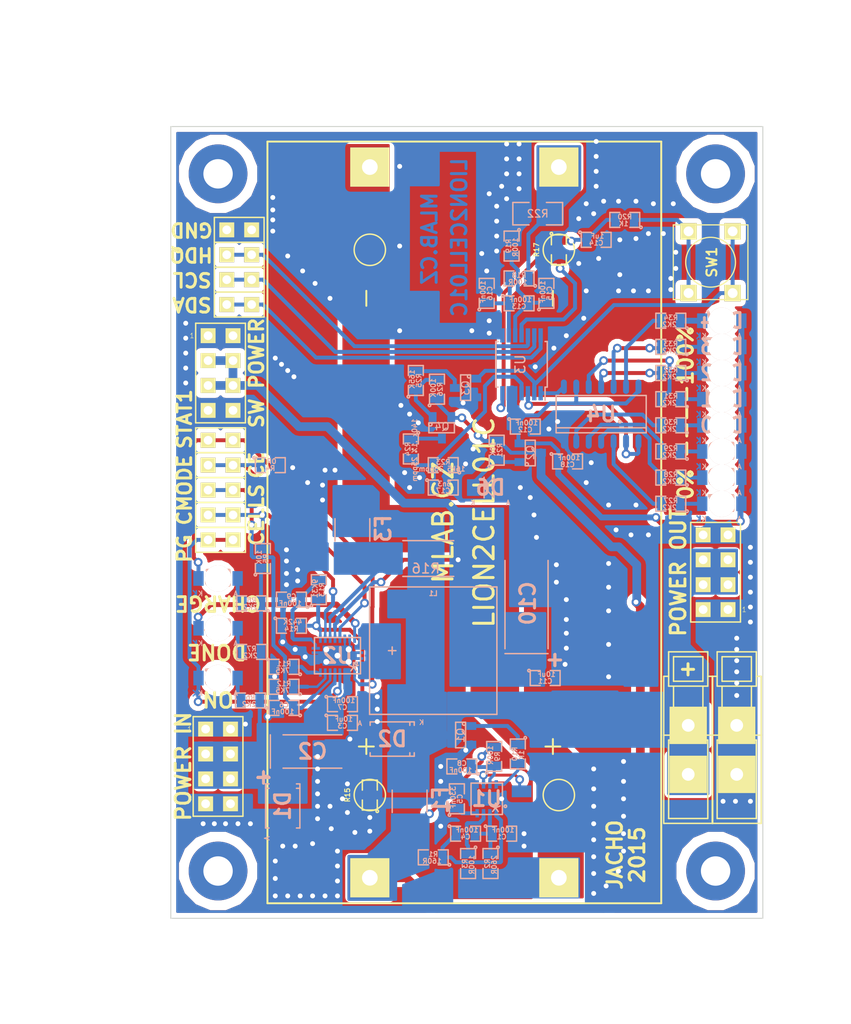
<source format=kicad_pcb>
(kicad_pcb (version 4) (host pcbnew "(2015-05-13 BZR 5653)-product")
  (layers (0 F.Cu signal) (31 B.Cu signal) (34 B.Paste user) (35 F.Paste user) (36 B.SilkS user) (37 F.SilkS user) (38 B.Mask user) (39 F.Mask user) (44 Edge.Cuts user))
  (net 0 "")
  (net 1 /BAT+)
  (net 2 "Net-(C1-Pad1)")
  (net 3 GND)
  (net 4 "Net-(C2-Pad1)")
  (net 5 "Net-(C4-Pad1)")
  (net 6 "Net-(C5-Pad1)")
  (net 7 /CMODE)
  (net 8 "Net-(C8-Pad1)")
  (net 9 "Net-(C9-Pad1)")
  (net 10 "Net-(C10-Pad1)")
  (net 11 /REGIN)
  (net 12 "Net-(C13-Pad1)")
  (net 13 "Net-(C13-Pad2)")
  (net 14 "Net-(C14-Pad1)")
  (net 15 "Net-(C17-Pad1)")
  (net 16 "Net-(D3-Pad1)")
  (net 17 /PG)
  (net 18 "Net-(D4-Pad1)")
  (net 19 "Net-(D4-Pad2)")
  (net 20 "Net-(D5-Pad1)")
  (net 21 /STAT1)
  (net 22 "Net-(D6-Pad2)")
  (net 23 "Net-(D7-Pad2)")
  (net 24 "Net-(D8-Pad2)")
  (net 25 "Net-(D9-Pad2)")
  (net 26 "Net-(D10-Pad2)")
  (net 27 "Net-(D11-Pad2)")
  (net 28 "Net-(D12-Pad2)")
  (net 29 "Net-(D13-Pad2)")
  (net 30 /CE)
  (net 31 /CELLS)
  (net 32 "Net-(L1-Pad1)")
  (net 33 "Net-(Q1-PadG)")
  (net 34 "Net-(Q3-PadD)")
  (net 35 "Net-(Q3-PadG)")
  (net 36 "Net-(Q4-PadD)")
  (net 37 "Net-(Q4-PadG)")
  (net 38 "Net-(R3-Pad1)")
  (net 39 "Net-(R10-Pad2)")
  (net 40 "Net-(R11-Pad1)")
  (net 41 "Net-(R12-Pad1)")
  (net 42 "Net-(R13-Pad1)")
  (net 43 "Net-(R17-Pad2)")
  (net 44 "Net-(R20-Pad1)")
  (net 45 "Net-(R27-Pad2)")
  (net 46 "Net-(R28-Pad2)")
  (net 47 "Net-(R29-Pad2)")
  (net 48 "Net-(R30-Pad2)")
  (net 49 "Net-(R31-Pad2)")
  (net 50 "Net-(R32-Pad2)")
  (net 51 "Net-(R33-Pad2)")
  (net 52 /P2)
  (net 53 /P1)
  (net 54 /BAT-MIDPOINT)
  (net 55 /BATTERY-)
  (net 56 /BATTERY+)
  (net 57 /SDA)
  (net 58 /SCL)
  (net 59 /HDQ)
  (net 60 "Net-(D14-Pad2)")
  (net 61 "Net-(R34-Pad2)")
  (net 62 "Net-(F3-Pad1)")
  (net 63 "Net-(J15-Pad1)")
  (module Mlab_Batery:2LION (layer F.Cu) (at 154.432 92.456 90)
    (fp_text reference BT1 hide)
    (fp_text value 2x18650_LION-RESCUE-LION2CELL01C hide)
    (fp_text user - (at 22.86 8.89 90) (layer F.SilkS) (effects (font (size 2 2) (thickness 0.2))))
    (fp_text user - (at 22.86 -10.16 90) (layer F.SilkS) (effects (font (size 2 2) (thickness 0.2))))
    (fp_text user + (at -22.86 8.89 90) (layer F.SilkS) (effects (font (size 2 2) (thickness 0.2))))
    (fp_text user + (at -22.86 -10.16 90) (layer F.SilkS) (effects (font (size 2 2) (thickness 0.2))))
    (pad 1 thru_hole rect (at -36.25 -9.65 90) (size 4 4) (drill 1.6) (layers *.Cu *.Mask F.SilkS) (net 1 /BAT+))
    (pad 2 thru_hole rect (at 36.25 -9.65 90) (size 4 4) (drill 1.6) (layers *.Cu *.Mask F.SilkS) (net 54 /BAT-MIDPOINT))
    (pad 3 thru_hole rect (at -36.25 9.65 90) (size 4 4) (drill 1.6) (layers *.Cu *.Mask F.SilkS) (net 54 /BAT-MIDPOINT))
    (pad 4 thru_hole rect (at 36.25 9.65 90) (size 4 4) (drill 1.6) (layers *.Cu *.Mask F.SilkS) (net 55 /BATTERY-))
  )
  (module Mlab_R:SMD-0805 (layer B.Cu) (at 158.242 124.206)
    (fp_text reference C1 (at 0 0.3175) (layer B.SilkS) (effects (font (size 0.50038 0.50038) (thickness 0.10922)) (justify mirror)))
    (fp_text value 100nF (at 0.127 -0.381) (layer B.SilkS) (effects (font (size 0.50038 0.50038) (thickness 0.10922)) (justify mirror)))
    (pad 1 smd rect (at -0.9525 0) (size 0.889 1.397) (layers B.Cu B.Paste B.Mask) (net 2 "Net-(C1-Pad1)"))
    (pad 2 smd rect (at 0.9525 0) (size 0.889 1.397) (layers B.Cu B.Paste B.Mask) (net 3 GND))
  )
  (module Mlab_C:TantalC_SizeC_Reflow (layer B.Cu) (at 138.92276 115.824)
    (fp_text reference C2 (at 0 0) (layer B.SilkS) (effects (font (thickness 0.3048)) (justify mirror)))
    (fp_text value 47uF hide)
    (fp_text user + (at -4.99872 2.55016) (layer B.SilkS) (effects (font (thickness 0.3048)) (justify mirror)))
    (pad 2 smd rect (at 2.52476 0) (size 2.55016 2.49936) (layers B.Cu B.Paste B.Mask) (net 3 GND))
    (pad 1 smd rect (at -2.52476 0) (size 2.55016 2.49936) (layers B.Cu B.Paste B.Mask) (net 4 "Net-(C2-Pad1)"))
  )
  (module Mlab_R:SMD-0805 (layer B.Cu) (at 141.986 112.903)
    (fp_text reference C3 (at 0 0.3175) (layer B.SilkS) (effects (font (size 0.50038 0.50038) (thickness 0.10922)) (justify mirror)))
    (fp_text value 10uF (at 0.127 -0.381) (layer B.SilkS) (effects (font (size 0.50038 0.50038) (thickness 0.10922)) (justify mirror)))
    (pad 1 smd rect (at -0.9525 0) (size 0.889 1.397) (layers B.Cu B.Paste B.Mask) (net 4 "Net-(C2-Pad1)"))
    (pad 2 smd rect (at 0.9525 0) (size 0.889 1.397) (layers B.Cu B.Paste B.Mask) (net 3 GND))
  )
  (module Mlab_R:SMD-0805 (layer B.Cu) (at 154.559 124.206)
    (fp_text reference C4 (at 0 0.3175) (layer B.SilkS) (effects (font (size 0.50038 0.50038) (thickness 0.10922)) (justify mirror)))
    (fp_text value 100nF (at 0.127 -0.381) (layer B.SilkS) (effects (font (size 0.50038 0.50038) (thickness 0.10922)) (justify mirror)))
    (pad 1 smd rect (at -0.9525 0) (size 0.889 1.397) (layers B.Cu B.Paste B.Mask) (net 5 "Net-(C4-Pad1)"))
    (pad 2 smd rect (at 0.9525 0) (size 0.889 1.397) (layers B.Cu B.Paste B.Mask) (net 2 "Net-(C1-Pad1)"))
  )
  (module Mlab_R:SMD-0805 (layer B.Cu) (at 153.67 120.65 90)
    (fp_text reference C5 (at 0 0.3175 90) (layer B.SilkS) (effects (font (size 0.50038 0.50038) (thickness 0.10922)) (justify mirror)))
    (fp_text value 330nF (at 0.127 -0.381 90) (layer B.SilkS) (effects (font (size 0.50038 0.50038) (thickness 0.10922)) (justify mirror)))
    (pad 1 smd rect (at -0.9525 0 90) (size 0.889 1.397) (layers B.Cu B.Paste B.Mask) (net 6 "Net-(C5-Pad1)"))
    (pad 2 smd rect (at 0.9525 0 90) (size 0.889 1.397) (layers B.Cu B.Paste B.Mask) (net 3 GND))
  )
  (module Mlab_R:SMD-0805 (layer B.Cu) (at 136.017 111.379 180)
    (fp_text reference C6 (at 0 0.3175 180) (layer B.SilkS) (effects (font (size 0.50038 0.50038) (thickness 0.10922)) (justify mirror)))
    (fp_text value 100nF (at 0.127 -0.381 180) (layer B.SilkS) (effects (font (size 0.50038 0.50038) (thickness 0.10922)) (justify mirror)))
    (pad 1 smd rect (at -0.9525 0 180) (size 0.889 1.397) (layers B.Cu B.Paste B.Mask) (net 7 /CMODE))
    (pad 2 smd rect (at 0.9525 0 180) (size 0.889 1.397) (layers B.Cu B.Paste B.Mask) (net 3 GND))
  )
  (module Mlab_R:SMD-0805 (layer B.Cu) (at 141.986 110.998)
    (fp_text reference C7 (at 0 0.3175) (layer B.SilkS) (effects (font (size 0.50038 0.50038) (thickness 0.10922)) (justify mirror)))
    (fp_text value 100nF (at 0.127 -0.381) (layer B.SilkS) (effects (font (size 0.50038 0.50038) (thickness 0.10922)) (justify mirror)))
    (pad 1 smd rect (at -0.9525 0) (size 0.889 1.397) (layers B.Cu B.Paste B.Mask) (net 4 "Net-(C2-Pad1)"))
    (pad 2 smd rect (at 0.9525 0) (size 0.889 1.397) (layers B.Cu B.Paste B.Mask) (net 3 GND))
  )
  (module Mlab_R:SMD-0805 (layer B.Cu) (at 154.178 117.348 180)
    (fp_text reference C8 (at 0 0.3175 180) (layer B.SilkS) (effects (font (size 0.50038 0.50038) (thickness 0.10922)) (justify mirror)))
    (fp_text value 100nF (at 0.127 -0.381 180) (layer B.SilkS) (effects (font (size 0.50038 0.50038) (thickness 0.10922)) (justify mirror)))
    (pad 1 smd rect (at -0.9525 0 180) (size 0.889 1.397) (layers B.Cu B.Paste B.Mask) (net 8 "Net-(C8-Pad1)"))
    (pad 2 smd rect (at 0.9525 0 180) (size 0.889 1.397) (layers B.Cu B.Paste B.Mask) (net 3 GND))
  )
  (module Mlab_R:SMD-0805 (layer B.Cu) (at 136.779 100.33 180)
    (fp_text reference C9 (at 0 0.3175 180) (layer B.SilkS) (effects (font (size 0.50038 0.50038) (thickness 0.10922)) (justify mirror)))
    (fp_text value 100nF (at 0.127 -0.381 180) (layer B.SilkS) (effects (font (size 0.50038 0.50038) (thickness 0.10922)) (justify mirror)))
    (pad 1 smd rect (at -0.9525 0 180) (size 0.889 1.397) (layers B.Cu B.Paste B.Mask) (net 9 "Net-(C9-Pad1)"))
    (pad 2 smd rect (at 0.9525 0 180) (size 0.889 1.397) (layers B.Cu B.Paste B.Mask) (net 3 GND))
  )
  (module Mlab_R:SMD-0805 (layer B.Cu) (at 162.687 108.331)
    (fp_text reference C11 (at 0 0.3175) (layer B.SilkS) (effects (font (size 0.50038 0.50038) (thickness 0.10922)) (justify mirror)))
    (fp_text value 10uF (at 0.127 -0.381) (layer B.SilkS) (effects (font (size 0.50038 0.50038) (thickness 0.10922)) (justify mirror)))
    (pad 1 smd rect (at -0.9525 0) (size 0.889 1.397) (layers B.Cu B.Paste B.Mask) (net 10 "Net-(C10-Pad1)"))
    (pad 2 smd rect (at 0.9525 0) (size 0.889 1.397) (layers B.Cu B.Paste B.Mask) (net 3 GND))
  )
  (module Mlab_R:SMD-0805 (layer B.Cu) (at 160.655 82.677)
    (fp_text reference C12 (at 0 0.3175) (layer B.SilkS) (effects (font (size 0.50038 0.50038) (thickness 0.10922)) (justify mirror)))
    (fp_text value 100nF (at 0.127 -0.381) (layer B.SilkS) (effects (font (size 0.50038 0.50038) (thickness 0.10922)) (justify mirror)))
    (pad 1 smd rect (at -0.9525 0) (size 0.889 1.397) (layers B.Cu B.Paste B.Mask) (net 11 /REGIN))
    (pad 2 smd rect (at 0.9525 0) (size 0.889 1.397) (layers B.Cu B.Paste B.Mask) (net 3 GND))
  )
  (module Mlab_R:SMD-0805 (layer B.Cu) (at 160.02 70.104)
    (fp_text reference C13 (at 0 0.3175) (layer B.SilkS) (effects (font (size 0.50038 0.50038) (thickness 0.10922)) (justify mirror)))
    (fp_text value 100nF (at 0.127 -0.381) (layer B.SilkS) (effects (font (size 0.50038 0.50038) (thickness 0.10922)) (justify mirror)))
    (pad 1 smd rect (at -0.9525 0) (size 0.889 1.397) (layers B.Cu B.Paste B.Mask) (net 12 "Net-(C13-Pad1)"))
    (pad 2 smd rect (at 0.9525 0) (size 0.889 1.397) (layers B.Cu B.Paste B.Mask) (net 13 "Net-(C13-Pad2)"))
  )
  (module Mlab_R:SMD-0805 (layer B.Cu) (at 167.894 63.627)
    (fp_text reference C14 (at 0 0.3175) (layer B.SilkS) (effects (font (size 0.50038 0.50038) (thickness 0.10922)) (justify mirror)))
    (fp_text value 1uF (at 0.127 -0.381) (layer B.SilkS) (effects (font (size 0.50038 0.50038) (thickness 0.10922)) (justify mirror)))
    (pad 1 smd rect (at -0.9525 0) (size 0.889 1.397) (layers B.Cu B.Paste B.Mask) (net 14 "Net-(C14-Pad1)"))
    (pad 2 smd rect (at 0.9525 0) (size 0.889 1.397) (layers B.Cu B.Paste B.Mask) (net 3 GND))
  )
  (module Mlab_R:SMD-0805 (layer B.Cu) (at 162.814 69.088 90)
    (fp_text reference C15 (at 0 0.3175 90) (layer B.SilkS) (effects (font (size 0.50038 0.50038) (thickness 0.10922)) (justify mirror)))
    (fp_text value 100nF (at 0.127 -0.381 90) (layer B.SilkS) (effects (font (size 0.50038 0.50038) (thickness 0.10922)) (justify mirror)))
    (pad 1 smd rect (at -0.9525 0 90) (size 0.889 1.397) (layers B.Cu B.Paste B.Mask) (net 13 "Net-(C13-Pad2)"))
    (pad 2 smd rect (at 0.9525 0 90) (size 0.889 1.397) (layers B.Cu B.Paste B.Mask) (net 3 GND))
  )
  (module Mlab_R:SMD-0805 (layer B.Cu) (at 156.718 69.088 90)
    (fp_text reference C16 (at 0 0.3175 90) (layer B.SilkS) (effects (font (size 0.50038 0.50038) (thickness 0.10922)) (justify mirror)))
    (fp_text value 100nF (at 0.127 -0.381 90) (layer B.SilkS) (effects (font (size 0.50038 0.50038) (thickness 0.10922)) (justify mirror)))
    (pad 1 smd rect (at -0.9525 0 90) (size 0.889 1.397) (layers B.Cu B.Paste B.Mask) (net 12 "Net-(C13-Pad1)"))
    (pad 2 smd rect (at 0.9525 0 90) (size 0.889 1.397) (layers B.Cu B.Paste B.Mask) (net 3 GND))
  )
  (module Mlab_R:SMD-0805 (layer B.Cu) (at 152.273 88.9)
    (fp_text reference C17 (at 0 0.3175) (layer B.SilkS) (effects (font (size 0.50038 0.50038) (thickness 0.10922)) (justify mirror)))
    (fp_text value 3n3 (at 0.127 -0.381) (layer B.SilkS) (effects (font (size 0.50038 0.50038) (thickness 0.10922)) (justify mirror)))
    (pad 1 smd rect (at -0.9525 0) (size 0.889 1.397) (layers B.Cu B.Paste B.Mask) (net 15 "Net-(C17-Pad1)"))
    (pad 2 smd rect (at 0.9525 0) (size 0.889 1.397) (layers B.Cu B.Paste B.Mask) (net 3 GND))
  )
  (module Mlab_R:SMD-0805 (layer B.Cu) (at 164.973 86.233)
    (fp_text reference C18 (at 0 0.3175) (layer B.SilkS) (effects (font (size 0.50038 0.50038) (thickness 0.10922)) (justify mirror)))
    (fp_text value 100nF (at 0.127 -0.381) (layer B.SilkS) (effects (font (size 0.50038 0.50038) (thickness 0.10922)) (justify mirror)))
    (pad 1 smd rect (at -0.9525 0) (size 0.889 1.397) (layers B.Cu B.Paste B.Mask) (net 11 /REGIN))
    (pad 2 smd rect (at 0.9525 0) (size 0.889 1.397) (layers B.Cu B.Paste B.Mask) (net 3 GND))
  )
  (module Mlab_D:SMA_Standard (layer B.Cu) (at 135.89 121.37898 90)
    (fp_text reference D1 (at 0 0 90) (layer B.SilkS) (effects (font (thickness 0.3048)) (justify mirror)))
    (fp_text value M4 hide)
    (fp_text user A (at -3.29946 -1.6002 90) (layer B.SilkS) (effects (font (size 0.50038 0.50038) (thickness 0.09906)) (justify mirror)))
    (fp_text user K (at 2.99974 -1.69926 90) (layer B.SilkS) (effects (font (size 0.50038 0.50038) (thickness 0.09906)) (justify mirror)))
    (pad 1 smd rect (at -1.99898 0 90) (size 2.49936 1.80086) (layers B.Cu B.Paste B.Mask) (net 3 GND))
    (pad 2 smd rect (at 1.99898 0 90) (size 2.49936 1.80086) (layers B.Cu B.Paste B.Mask) (net 4 "Net-(C2-Pad1)"))
  )
  (module Mlab_D:SMA_Standard (layer B.Cu) (at 147.066 114.554)
    (fp_text reference D2 (at 0 0) (layer B.SilkS) (effects (font (thickness 0.3048)) (justify mirror)))
    (fp_text value M4 hide)
    (fp_text user A (at -3.29946 -1.6002) (layer B.SilkS) (effects (font (size 0.50038 0.50038) (thickness 0.09906)) (justify mirror)))
    (fp_text user K (at 2.99974 -1.69926) (layer B.SilkS) (effects (font (size 0.50038 0.50038) (thickness 0.09906)) (justify mirror)))
    (pad 1 smd rect (at -1.99898 0) (size 2.49936 1.80086) (layers B.Cu B.Paste B.Mask) (net 3 GND))
    (pad 2 smd rect (at 1.99898 0) (size 2.49936 1.80086) (layers B.Cu B.Paste B.Mask) (net 56 /BATTERY+))
  )
  (module Mlab_D:MiniMELF_Standard (layer B.Cu) (at 157.099 88.9 180)
    (fp_text reference D6 (at 0 0 180) (layer B.SilkS) (effects (font (thickness 0.3048)) (justify mirror)))
    (fp_text value BZV55C-5,6V hide)
    (fp_text user A (at -1.80086 -1.5494 180) (layer B.SilkS) (effects (font (size 0.50038 0.50038) (thickness 0.09906)) (justify mirror)))
    (fp_text user K (at 1.80086 -1.5494 180) (layer B.SilkS) (effects (font (size 0.50038 0.50038) (thickness 0.09906)) (justify mirror)))
    (pad 1 smd rect (at -1.75006 0 180) (size 1.30048 1.69926) (layers B.Cu B.Paste B.Mask) (net 3 GND))
    (pad 2 smd rect (at 1.75006 0 180) (size 1.30048 1.69926) (layers B.Cu B.Paste B.Mask) (net 22 "Net-(D6-Pad2)"))
  )
  (module Mlab_Pin_Headers:Straight_2x04 (layer F.Cu) (at 129.286 117.348)
    (fp_text reference J1 hide)
    (fp_text value JUMP_4X2 hide)
    (fp_text user 1 (at -2.921 -3.81) (layer F.SilkS) (effects (font (size 0.5 0.5) (thickness 0.05))))
    (pad 1 thru_hole rect (at -1.27 -3.81) (size 1.524 1.524) (drill 0.889) (layers *.Cu *.Mask F.SilkS) (net 3 GND))
    (pad 2 thru_hole rect (at 1.27 -3.81) (size 1.524 1.524) (drill 0.889) (layers *.Cu *.Mask F.SilkS) (net 3 GND))
    (pad 3 thru_hole rect (at -1.27 -1.27) (size 1.524 1.524) (drill 0.889) (layers *.Cu *.Mask F.SilkS) (net 4 "Net-(C2-Pad1)"))
    (pad 4 thru_hole rect (at 1.27 -1.27) (size 1.524 1.524) (drill 0.889) (layers *.Cu *.Mask F.SilkS) (net 4 "Net-(C2-Pad1)"))
    (pad 5 thru_hole rect (at -1.27 1.27) (size 1.524 1.524) (drill 0.889) (layers *.Cu *.Mask F.SilkS) (net 4 "Net-(C2-Pad1)"))
    (pad 6 thru_hole rect (at 1.27 1.27) (size 1.524 1.524) (drill 0.889) (layers *.Cu *.Mask F.SilkS) (net 4 "Net-(C2-Pad1)"))
    (pad 7 thru_hole rect (at -1.27 3.81) (size 1.524 1.524) (drill 0.889) (layers *.Cu *.Mask F.SilkS) (net 3 GND))
    (pad 8 thru_hole rect (at 1.27 3.81) (size 1.524 1.524) (drill 0.889) (layers *.Cu *.Mask F.SilkS) (net 3 GND))
  )
  (module Mlab_Pin_Headers:Straight_1x02 (layer F.Cu) (at 129.54 84.074 90)
    (fp_text reference J2 hide)
    (fp_text value JUMP_2x1 hide)
    (pad 2 thru_hole rect (at 0 1.27 90) (size 1.524 1.524) (drill 0.889) (layers *.Cu *.Mask F.SilkS) (net 21 /STAT1))
    (pad 1 thru_hole rect (at 0 -1.27 90) (size 1.524 1.524) (drill 0.889) (layers *.Cu *.Mask F.SilkS) (net 21 /STAT1))
  )
  (module Mlab_Pin_Headers:Straight_1x02 (layer F.Cu) (at 129.54 94.234 270)
    (fp_text reference J3 hide)
    (fp_text value JUMP_2x1 hide)
    (pad 2 thru_hole rect (at 0 1.27 270) (size 1.524 1.524) (drill 0.889) (layers *.Cu *.Mask F.SilkS) (net 17 /PG))
    (pad 1 thru_hole rect (at 0 -1.27 270) (size 1.524 1.524) (drill 0.889) (layers *.Cu *.Mask F.SilkS) (net 17 /PG))
  )
  (module Mlab_Pin_Headers:Straight_1x02 (layer F.Cu) (at 129.54 89.154 90)
    (fp_text reference J4 hide)
    (fp_text value JUMP_2x1 hide)
    (pad 2 thru_hole rect (at 0 1.27 90) (size 1.524 1.524) (drill 0.889) (layers *.Cu *.Mask F.SilkS) (net 7 /CMODE))
    (pad 1 thru_hole rect (at 0 -1.27 90) (size 1.524 1.524) (drill 0.889) (layers *.Cu *.Mask F.SilkS) (net 7 /CMODE))
  )
  (module Mlab_Pin_Headers:Straight_1x02 (layer F.Cu) (at 129.54 86.614 90)
    (fp_text reference J5 hide)
    (fp_text value JUMP_2x1 hide)
    (pad 2 thru_hole rect (at 0 1.27 90) (size 1.524 1.524) (drill 0.889) (layers *.Cu *.Mask F.SilkS) (net 30 /CE))
    (pad 1 thru_hole rect (at 0 -1.27 90) (size 1.524 1.524) (drill 0.889) (layers *.Cu *.Mask F.SilkS) (net 30 /CE))
  )
  (module Mlab_Pin_Headers:Straight_1x02 (layer F.Cu) (at 129.54 91.694 90)
    (fp_text reference J6 hide)
    (fp_text value JUMP_2x1 hide)
    (pad 2 thru_hole rect (at 0 1.27 90) (size 1.524 1.524) (drill 0.889) (layers *.Cu *.Mask F.SilkS) (net 31 /CELLS))
    (pad 1 thru_hole rect (at 0 -1.27 90) (size 1.524 1.524) (drill 0.889) (layers *.Cu *.Mask F.SilkS) (net 31 /CELLS))
  )
  (module Mlab_Pin_Headers:Straight_2x04 (layer F.Cu) (at 180.086 97.536 180)
    (fp_text reference J7 hide)
    (fp_text value JUMP_4X2 hide)
    (fp_text user 1 (at -2.921 -3.81 180) (layer F.SilkS) (effects (font (size 0.5 0.5) (thickness 0.05))))
    (pad 1 thru_hole rect (at -1.27 -3.81 180) (size 1.524 1.524) (drill 0.889) (layers *.Cu *.Mask F.SilkS) (net 3 GND))
    (pad 2 thru_hole rect (at 1.27 -3.81 180) (size 1.524 1.524) (drill 0.889) (layers *.Cu *.Mask F.SilkS) (net 3 GND))
    (pad 3 thru_hole rect (at -1.27 -1.27 180) (size 1.524 1.524) (drill 0.889) (layers *.Cu *.Mask F.SilkS) (net 56 /BATTERY+))
    (pad 4 thru_hole rect (at 1.27 -1.27 180) (size 1.524 1.524) (drill 0.889) (layers *.Cu *.Mask F.SilkS) (net 56 /BATTERY+))
    (pad 5 thru_hole rect (at -1.27 1.27 180) (size 1.524 1.524) (drill 0.889) (layers *.Cu *.Mask F.SilkS) (net 56 /BATTERY+))
    (pad 6 thru_hole rect (at 1.27 1.27 180) (size 1.524 1.524) (drill 0.889) (layers *.Cu *.Mask F.SilkS) (net 56 /BATTERY+))
    (pad 7 thru_hole rect (at -1.27 3.81 180) (size 1.524 1.524) (drill 0.889) (layers *.Cu *.Mask F.SilkS) (net 3 GND))
    (pad 8 thru_hole rect (at 1.27 3.81 180) (size 1.524 1.524) (drill 0.889) (layers *.Cu *.Mask F.SilkS) (net 3 GND))
  )
  (module Mlab_Con:WAGO256 (layer F.Cu) (at 177.292 115.697 90)
    (fp_text reference J8 hide)
    (fp_text value CONN1_1 hide)
    (pad 1 thru_hole rect (at -2.46 0 180) (size 3.81 3.81) (drill 1.3) (layers *.Cu *.Mask F.SilkS) (net 56 /BATTERY+))
    (pad 1 thru_hole rect (at 2.54 0 180) (size 3.81 3.81) (drill 1.3) (layers *.Cu *.Mask F.SilkS) (net 56 /BATTERY+))
  )
  (module Mlab_Con:WAGO256 (layer F.Cu) (at 182.245 115.697 90)
    (fp_text reference J9 hide)
    (fp_text value CONN1_1 hide)
    (pad 1 thru_hole rect (at -2.46 0 180) (size 3.81 3.81) (drill 1.3) (layers *.Cu *.Mask F.SilkS) (net 3 GND))
    (pad 1 thru_hole rect (at 2.54 0 180) (size 3.81 3.81) (drill 1.3) (layers *.Cu *.Mask F.SilkS) (net 3 GND))
  )
  (module Mlab_Pin_Headers:Straight_1x02 (layer F.Cu) (at 131.445 70.231 90)
    (fp_text reference J10 hide)
    (fp_text value JUMP_2x1 hide)
    (pad 2 thru_hole rect (at 0 1.27 90) (size 1.524 1.524) (drill 0.889) (layers *.Cu *.Mask F.SilkS) (net 57 /SDA))
    (pad 1 thru_hole rect (at 0 -1.27 90) (size 1.524 1.524) (drill 0.889) (layers *.Cu *.Mask F.SilkS) (net 57 /SDA))
  )
  (module Mlab_Pin_Headers:Straight_1x02 (layer F.Cu) (at 131.445 67.691 90)
    (fp_text reference J11 hide)
    (fp_text value JUMP_2x1 hide)
    (pad 2 thru_hole rect (at 0 1.27 90) (size 1.524 1.524) (drill 0.889) (layers *.Cu *.Mask F.SilkS) (net 58 /SCL))
    (pad 1 thru_hole rect (at 0 -1.27 90) (size 1.524 1.524) (drill 0.889) (layers *.Cu *.Mask F.SilkS) (net 58 /SCL))
  )
  (module Mlab_Pin_Headers:Straight_1x02 (layer F.Cu) (at 131.445 65.151 90)
    (fp_text reference J12 hide)
    (fp_text value JUMP_2x1 hide)
    (pad 2 thru_hole rect (at 0 1.27 90) (size 1.524 1.524) (drill 0.889) (layers *.Cu *.Mask F.SilkS) (net 59 /HDQ))
    (pad 1 thru_hole rect (at 0 -1.27 90) (size 1.524 1.524) (drill 0.889) (layers *.Cu *.Mask F.SilkS) (net 59 /HDQ))
  )
  (module Mlab_Pin_Headers:Straight_2x04 (layer F.Cu) (at 129.54 77.216)
    (fp_text reference J13 hide)
    (fp_text value JUMP_4X2 hide)
    (fp_text user 1 (at -2.921 -3.81) (layer F.SilkS) (effects (font (size 0.5 0.5) (thickness 0.05))))
    (pad 1 thru_hole rect (at -1.27 -3.81) (size 1.524 1.524) (drill 0.889) (layers *.Cu *.Mask F.SilkS) (net 3 GND))
    (pad 2 thru_hole rect (at 1.27 -3.81) (size 1.524 1.524) (drill 0.889) (layers *.Cu *.Mask F.SilkS) (net 3 GND))
    (pad 3 thru_hole rect (at -1.27 -1.27) (size 1.524 1.524) (drill 0.889) (layers *.Cu *.Mask F.SilkS) (net 10 "Net-(C10-Pad1)"))
    (pad 4 thru_hole rect (at 1.27 -1.27) (size 1.524 1.524) (drill 0.889) (layers *.Cu *.Mask F.SilkS) (net 10 "Net-(C10-Pad1)"))
    (pad 5 thru_hole rect (at -1.27 1.27) (size 1.524 1.524) (drill 0.889) (layers *.Cu *.Mask F.SilkS) (net 10 "Net-(C10-Pad1)"))
    (pad 6 thru_hole rect (at 1.27 1.27) (size 1.524 1.524) (drill 0.889) (layers *.Cu *.Mask F.SilkS) (net 10 "Net-(C10-Pad1)"))
    (pad 7 thru_hole rect (at -1.27 3.81) (size 1.524 1.524) (drill 0.889) (layers *.Cu *.Mask F.SilkS) (net 3 GND))
    (pad 8 thru_hole rect (at 1.27 3.81) (size 1.524 1.524) (drill 0.889) (layers *.Cu *.Mask F.SilkS) (net 3 GND))
  )
  (module Mlab_L:DE1205-10 (layer B.Cu) (at 151.257 105.537 180)
    (fp_text reference L1 (at 0 5.842 180) (layer B.SilkS) (effects (font (size 0.50038 0.50038) (thickness 0.11938)) (justify mirror)))
    (fp_text value DE1205-10 hide)
    (pad 1 smd rect (at 5 0 180) (size 3 5.5) (layers B.Cu B.Paste B.Mask) (net 32 "Net-(L1-Pad1)"))
    (pad 2 smd rect (at -5 0 180) (size 3 5.5) (layers B.Cu B.Paste B.Mask) (net 10 "Net-(C10-Pad1)"))
  )
  (module Mlab_Mechanical:MountingHole_3mm (layer F.Cu) (at 180.086 56.896 90)
    (fp_text reference P1 hide)
    (fp_text value _ hide)
    (pad 1 thru_hole circle (at 0 0 90) (size 6 6) (drill 3) (layers *.Cu *.Adhes *.Mask) (clearance 1))
  )
  (module Mlab_Mechanical:MountingHole_3mm (layer F.Cu) (at 129.286 128.016 90)
    (fp_text reference P2 hide)
    (fp_text value _ hide)
    (pad 1 thru_hole circle (at 0 0 90) (size 6 6) (drill 3) (layers *.Cu *.Adhes *.Mask) (clearance 1))
  )
  (module Mlab_Mechanical:MountingHole_3mm (layer F.Cu) (at 180.086 128.016 90)
    (fp_text reference P3 hide)
    (fp_text value _ hide)
    (pad 1 thru_hole circle (at 0 0 90) (size 6 6) (drill 3) (layers *.Cu *.Adhes *.Mask) (clearance 1))
  )
  (module Mlab_Mechanical:MountingHole_3mm (layer F.Cu) (at 129.286 56.896 90)
    (fp_text reference P4 hide)
    (fp_text value _ hide)
    (pad 1 thru_hole circle (at 0 0 90) (size 6 6) (drill 3) (layers *.Cu *.Adhes *.Mask) (clearance 1))
  )
  (module Mlab_T:SOT-23 (layer B.Cu) (at 154.051 114.173 270)
    (fp_text reference Q1 (at 0 0 270) (layer B.SilkS) (effects (font (size 0.762 0.762) (thickness 0.11938)) (justify mirror)))
    (fp_text value IRLML6244 hide)
    (pad D smd rect (at 0 1.09982 270) (size 0.8001 1.00076) (layers B.Cu B.Paste B.Mask) (net 56 /BATTERY+))
    (pad S smd rect (at 0.9525 -1.09982 270) (size 0.8001 1.00076) (layers B.Cu B.Paste B.Mask) (net 3 GND))
    (pad G smd rect (at -0.9525 -1.09982 270) (size 0.8001 1.00076) (layers B.Cu B.Paste B.Mask) (net 33 "Net-(Q1-PadG)"))
  )
  (module Mlab_T:SOT-23 (layer B.Cu) (at 161.163 85.344 90)
    (fp_text reference Q2 (at 0 0 90) (layer B.SilkS) (effects (font (size 0.762 0.762) (thickness 0.11938)) (justify mirror)))
    (fp_text value MMBF170LT1G hide)
    (pad D smd rect (at 0 1.09982 90) (size 0.8001 1.00076) (layers B.Cu B.Paste B.Mask) (net 1 /BAT+))
    (pad S smd rect (at 0.9525 -1.09982 90) (size 0.8001 1.00076) (layers B.Cu B.Paste B.Mask) (net 11 /REGIN))
    (pad G smd rect (at -0.9525 -1.09982 90) (size 0.8001 1.00076) (layers B.Cu B.Paste B.Mask) (net 22 "Net-(D6-Pad2)"))
  )
  (module Mlab_T:SOT-23 (layer B.Cu) (at 154.559 78.74 270)
    (fp_text reference Q3 (at 0 0 270) (layer B.SilkS) (effects (font (size 0.762 0.762) (thickness 0.11938)) (justify mirror)))
    (fp_text value MMBF170LT1G hide)
    (pad D smd rect (at 0 1.09982 270) (size 0.8001 1.00076) (layers B.Cu B.Paste B.Mask) (net 34 "Net-(Q3-PadD)"))
    (pad S smd rect (at 0.9525 -1.09982 270) (size 0.8001 1.00076) (layers B.Cu B.Paste B.Mask) (net 3 GND))
    (pad G smd rect (at -0.9525 -1.09982 270) (size 0.8001 1.00076) (layers B.Cu B.Paste B.Mask) (net 35 "Net-(Q3-PadG)"))
  )
  (module Mlab_T:SOT-23 (layer B.Cu) (at 152.146 82.804)
    (fp_text reference Q4 (at 0 -0.127) (layer B.SilkS) (effects (font (size 0.762 0.762) (thickness 0.11938)) (justify mirror)))
    (fp_text value BSS83P hide)
    (pad D smd rect (at 0 1.09982) (size 0.8001 1.00076) (layers B.Cu B.Paste B.Mask) (net 36 "Net-(Q4-PadD)"))
    (pad S smd rect (at 0.9525 -1.09982) (size 0.8001 1.00076) (layers B.Cu B.Paste B.Mask) (net 1 /BAT+))
    (pad G smd rect (at -0.9525 -1.09982) (size 0.8001 1.00076) (layers B.Cu B.Paste B.Mask) (net 37 "Net-(Q4-PadG)"))
  )
  (module Mlab_R:SMD-0805 (layer B.Cu) (at 151.257 126.619 180)
    (fp_text reference R1 (at 0 0.3175 180) (layer B.SilkS) (effects (font (size 0.50038 0.50038) (thickness 0.10922)) (justify mirror)))
    (fp_text value 160R (at 0.127 -0.381 180) (layer B.SilkS) (effects (font (size 0.50038 0.50038) (thickness 0.10922)) (justify mirror)))
    (pad 1 smd rect (at -0.9525 0 180) (size 0.889 1.397) (layers B.Cu B.Paste B.Mask) (net 5 "Net-(C4-Pad1)"))
    (pad 2 smd rect (at 0.9525 0 180) (size 0.889 1.397) (layers B.Cu B.Paste B.Mask) (net 1 /BAT+))
  )
  (module Mlab_R:SMD-0805 (layer B.Cu) (at 157.099 127.254 270)
    (fp_text reference R2 (at 0 0.3175 270) (layer B.SilkS) (effects (font (size 0.50038 0.50038) (thickness 0.10922)) (justify mirror)))
    (fp_text value 260R (at 0.127 -0.381 270) (layer B.SilkS) (effects (font (size 0.50038 0.50038) (thickness 0.10922)) (justify mirror)))
    (pad 1 smd rect (at -0.9525 0 270) (size 0.889 1.397) (layers B.Cu B.Paste B.Mask) (net 2 "Net-(C1-Pad1)"))
    (pad 2 smd rect (at 0.9525 0 270) (size 0.889 1.397) (layers B.Cu B.Paste B.Mask) (net 54 /BAT-MIDPOINT))
  )
  (module Mlab_R:SMD-0805 (layer B.Cu) (at 154.813 127.254 270)
    (fp_text reference R3 (at 0 0.3175 270) (layer B.SilkS) (effects (font (size 0.50038 0.50038) (thickness 0.10922)) (justify mirror)))
    (fp_text value 100R (at 0.127 -0.381 270) (layer B.SilkS) (effects (font (size 0.50038 0.50038) (thickness 0.10922)) (justify mirror)))
    (pad 1 smd rect (at -0.9525 0 270) (size 0.889 1.397) (layers B.Cu B.Paste B.Mask) (net 38 "Net-(R3-Pad1)"))
    (pad 2 smd rect (at 0.9525 0 270) (size 0.889 1.397) (layers B.Cu B.Paste B.Mask) (net 54 /BAT-MIDPOINT))
  )
  (module Mlab_R:SMD-0805 (layer B.Cu) (at 134.62 86.614)
    (fp_text reference R4 (at 0 0.3175) (layer B.SilkS) (effects (font (size 0.50038 0.50038) (thickness 0.10922)) (justify mirror)))
    (fp_text value 0R (at 0.127 -0.381) (layer B.SilkS) (effects (font (size 0.50038 0.50038) (thickness 0.10922)) (justify mirror)))
    (pad 1 smd rect (at -0.9525 0) (size 0.889 1.397) (layers B.Cu B.Paste B.Mask) (net 30 /CE))
    (pad 2 smd rect (at 0.9525 0) (size 0.889 1.397) (layers B.Cu B.Paste B.Mask) (net 3 GND))
  )
  (module Mlab_R:SMD-0805 (layer B.Cu) (at 133.858 96.139 90)
    (fp_text reference R5 (at 0 0.3175 90) (layer B.SilkS) (effects (font (size 0.50038 0.50038) (thickness 0.10922)) (justify mirror)))
    (fp_text value 10K (at 0.127 -0.381 90) (layer B.SilkS) (effects (font (size 0.50038 0.50038) (thickness 0.10922)) (justify mirror)))
    (pad 1 smd rect (at -0.9525 0 90) (size 0.889 1.397) (layers B.Cu B.Paste B.Mask) (net 4 "Net-(C2-Pad1)"))
    (pad 2 smd rect (at 0.9525 0 90) (size 0.889 1.397) (layers B.Cu B.Paste B.Mask) (net 31 /CELLS))
  )
  (module Mlab_R:SMD-0805 (layer B.Cu) (at 132.588 110.617 180)
    (fp_text reference R6 (at 0 0.3175 180) (layer B.SilkS) (effects (font (size 0.50038 0.50038) (thickness 0.10922)) (justify mirror)))
    (fp_text value 2K2 (at 0.127 -0.381 180) (layer B.SilkS) (effects (font (size 0.50038 0.50038) (thickness 0.10922)) (justify mirror)))
    (pad 1 smd rect (at -0.9525 0 180) (size 0.889 1.397) (layers B.Cu B.Paste B.Mask) (net 4 "Net-(C2-Pad1)"))
    (pad 2 smd rect (at 0.9525 0 180) (size 0.889 1.397) (layers B.Cu B.Paste B.Mask) (net 16 "Net-(D3-Pad1)"))
  )
  (module Mlab_R:SMD-0805 (layer B.Cu) (at 132.715 105.664 180)
    (fp_text reference R7 (at 0 0.3175 180) (layer B.SilkS) (effects (font (size 0.50038 0.50038) (thickness 0.10922)) (justify mirror)))
    (fp_text value 2K2 (at 0.127 -0.381 180) (layer B.SilkS) (effects (font (size 0.50038 0.50038) (thickness 0.10922)) (justify mirror)))
    (pad 1 smd rect (at -0.9525 0 180) (size 0.889 1.397) (layers B.Cu B.Paste B.Mask) (net 4 "Net-(C2-Pad1)"))
    (pad 2 smd rect (at 0.9525 0 180) (size 0.889 1.397) (layers B.Cu B.Paste B.Mask) (net 18 "Net-(D4-Pad1)"))
  )
  (module Mlab_R:SMD-0805 (layer B.Cu) (at 132.715 100.711 180)
    (fp_text reference R8 (at 0 0.3175 180) (layer B.SilkS) (effects (font (size 0.50038 0.50038) (thickness 0.10922)) (justify mirror)))
    (fp_text value 2K2 (at 0.127 -0.381 180) (layer B.SilkS) (effects (font (size 0.50038 0.50038) (thickness 0.10922)) (justify mirror)))
    (pad 1 smd rect (at -0.9525 0 180) (size 0.889 1.397) (layers B.Cu B.Paste B.Mask) (net 4 "Net-(C2-Pad1)"))
    (pad 2 smd rect (at 0.9525 0 180) (size 0.889 1.397) (layers B.Cu B.Paste B.Mask) (net 20 "Net-(D5-Pad1)"))
  )
  (module Mlab_R:SMD-0805 (layer B.Cu) (at 157.48 116.332 90)
    (fp_text reference R9 (at 0 0.3175 90) (layer B.SilkS) (effects (font (size 0.50038 0.50038) (thickness 0.10922)) (justify mirror)))
    (fp_text value 100R (at 0.127 -0.381 90) (layer B.SilkS) (effects (font (size 0.50038 0.50038) (thickness 0.10922)) (justify mirror)))
    (pad 1 smd rect (at -0.9525 0 90) (size 0.889 1.397) (layers B.Cu B.Paste B.Mask) (net 8 "Net-(C8-Pad1)"))
    (pad 2 smd rect (at 0.9525 0 90) (size 0.889 1.397) (layers B.Cu B.Paste B.Mask) (net 1 /BAT+))
  )
  (module Mlab_R:SMD-0805 (layer B.Cu) (at 159.893 116.078 270)
    (fp_text reference R10 (at 0 0.3175 270) (layer B.SilkS) (effects (font (size 0.50038 0.50038) (thickness 0.10922)) (justify mirror)))
    (fp_text value 1K (at 0.127 -0.381 270) (layer B.SilkS) (effects (font (size 0.50038 0.50038) (thickness 0.10922)) (justify mirror)))
    (pad 1 smd rect (at -0.9525 0 270) (size 0.889 1.397) (layers B.Cu B.Paste B.Mask) (net 33 "Net-(Q1-PadG)"))
    (pad 2 smd rect (at 0.9525 0 270) (size 0.889 1.397) (layers B.Cu B.Paste B.Mask) (net 39 "Net-(R10-Pad2)"))
  )
  (module Mlab_R:SMD-0805 (layer B.Cu) (at 136.017 107.188 180)
    (fp_text reference R11 (at 0 0.3175 180) (layer B.SilkS) (effects (font (size 0.50038 0.50038) (thickness 0.10922)) (justify mirror)))
    (fp_text value 7K5 (at 0.127 -0.381 180) (layer B.SilkS) (effects (font (size 0.50038 0.50038) (thickness 0.10922)) (justify mirror)))
    (pad 1 smd rect (at -0.9525 0 180) (size 0.889 1.397) (layers B.Cu B.Paste B.Mask) (net 40 "Net-(R11-Pad1)"))
    (pad 2 smd rect (at 0.9525 0 180) (size 0.889 1.397) (layers B.Cu B.Paste B.Mask) (net 3 GND))
  )
  (module Mlab_R:SMD-0805 (layer B.Cu) (at 136.017 109.22 180)
    (fp_text reference R12 (at 0 0.3175 180) (layer B.SilkS) (effects (font (size 0.50038 0.50038) (thickness 0.10922)) (justify mirror)))
    (fp_text value 7K5 (at 0.127 -0.381 180) (layer B.SilkS) (effects (font (size 0.50038 0.50038) (thickness 0.10922)) (justify mirror)))
    (pad 1 smd rect (at -0.9525 0 180) (size 0.889 1.397) (layers B.Cu B.Paste B.Mask) (net 41 "Net-(R12-Pad1)"))
    (pad 2 smd rect (at 0.9525 0 180) (size 0.889 1.397) (layers B.Cu B.Paste B.Mask) (net 3 GND))
  )
  (module Mlab_R:SMD-0805 (layer B.Cu) (at 139.573 99.314 90)
    (fp_text reference R13 (at 0 0.3175 90) (layer B.SilkS) (effects (font (size 0.50038 0.50038) (thickness 0.10922)) (justify mirror)))
    (fp_text value 9K31 (at 0.127 -0.381 90) (layer B.SilkS) (effects (font (size 0.50038 0.50038) (thickness 0.10922)) (justify mirror)))
    (pad 1 smd rect (at -0.9525 0 90) (size 0.889 1.397) (layers B.Cu B.Paste B.Mask) (net 42 "Net-(R13-Pad1)"))
    (pad 2 smd rect (at 0.9525 0 90) (size 0.889 1.397) (layers B.Cu B.Paste B.Mask) (net 9 "Net-(C9-Pad1)"))
  )
  (module Mlab_R:SMD-0805 (layer B.Cu) (at 136.779 102.997)
    (fp_text reference R14 (at 0 0.3175) (layer B.SilkS) (effects (font (size 0.50038 0.50038) (thickness 0.10922)) (justify mirror)))
    (fp_text value 442K (at 0.127 -0.381) (layer B.SilkS) (effects (font (size 0.50038 0.50038) (thickness 0.10922)) (justify mirror)))
    (pad 1 smd rect (at -0.9525 0) (size 0.889 1.397) (layers B.Cu B.Paste B.Mask) (net 3 GND))
    (pad 2 smd rect (at 0.9525 0) (size 0.889 1.397) (layers B.Cu B.Paste B.Mask) (net 42 "Net-(R13-Pad1)"))
  )
  (module Mlab_R:SMD-0805 (layer F.Cu) (at 144.78 120.269 90)
    (fp_text reference R15 (at 0 -2.286 90) (layer F.SilkS) (effects (font (size 0.50038 0.50038) (thickness 0.10922))))
    (fp_text value NCP21XV103J03RA hide)
    (pad 1 smd rect (at -0.9525 0 90) (size 0.889 1.397) (layers F.Cu F.Paste F.Mask) (net 3 GND))
    (pad 2 smd rect (at 0.9525 0 90) (size 0.889 1.397) (layers F.Cu F.Paste F.Mask) (net 42 "Net-(R13-Pad1)"))
  )
  (module Resistors_SMD:R_2512 (layer B.Cu) (at 150.749 96.139)
    (fp_text reference R16 (at -0.254 1.016) (layer B.SilkS) (effects (justify mirror)))
    (fp_text value 0R1)
    (pad 1 smd rect (at -3.1 0) (size 1 3.2) (layers B.Cu B.Paste B.Mask) (net 62 "Net-(F3-Pad1)"))
    (pad 2 smd rect (at 3.1 0) (size 1 3.2) (layers B.Cu B.Paste B.Mask) (net 10 "Net-(C10-Pad1)"))
  )
  (module Mlab_R:SMD-0805 (layer F.Cu) (at 164.084 64.643 270)
    (fp_text reference R17 (at 0 2.286 270) (layer F.SilkS) (effects (font (size 0.50038 0.50038) (thickness 0.10922))))
    (fp_text value "10K NTC" hide)
    (pad 1 smd rect (at -0.9525 0 270) (size 0.889 1.397) (layers F.Cu F.Paste F.Mask) (net 14 "Net-(C14-Pad1)"))
    (pad 2 smd rect (at 0.9525 0 270) (size 0.889 1.397) (layers F.Cu F.Paste F.Mask) (net 43 "Net-(R17-Pad2)"))
  )
  (module Mlab_R:SMD-0805 (layer B.Cu) (at 160.02 67.564 180)
    (fp_text reference R18 (at 0 0.3175 180) (layer B.SilkS) (effects (font (size 0.50038 0.50038) (thickness 0.10922)) (justify mirror)))
    (fp_text value 100R (at 0.127 -0.381 180) (layer B.SilkS) (effects (font (size 0.50038 0.50038) (thickness 0.10922)) (justify mirror)))
    (pad 1 smd rect (at -0.9525 0 180) (size 0.889 1.397) (layers B.Cu B.Paste B.Mask) (net 55 /BATTERY-))
    (pad 2 smd rect (at 0.9525 0 180) (size 0.889 1.397) (layers B.Cu B.Paste B.Mask) (net 12 "Net-(C13-Pad1)"))
  )
  (module Mlab_R:SMD-0805 (layer B.Cu) (at 159.258 64.262 270)
    (fp_text reference R19 (at 0 0.3175 270) (layer B.SilkS) (effects (font (size 0.50038 0.50038) (thickness 0.10922)) (justify mirror)))
    (fp_text value 100R (at 0.127 -0.381 270) (layer B.SilkS) (effects (font (size 0.50038 0.50038) (thickness 0.10922)) (justify mirror)))
    (pad 1 smd rect (at -0.9525 0 270) (size 0.889 1.397) (layers B.Cu B.Paste B.Mask) (net 3 GND))
    (pad 2 smd rect (at 0.9525 0 270) (size 0.889 1.397) (layers B.Cu B.Paste B.Mask) (net 13 "Net-(C13-Pad2)"))
  )
  (module Mlab_R:SMD-0805 (layer B.Cu) (at 170.815 61.595 180)
    (fp_text reference R20 (at 0 0.3175 180) (layer B.SilkS) (effects (font (size 0.50038 0.50038) (thickness 0.10922)) (justify mirror)))
    (fp_text value 1K (at 0.127 -0.381 180) (layer B.SilkS) (effects (font (size 0.50038 0.50038) (thickness 0.10922)) (justify mirror)))
    (pad 1 smd rect (at -0.9525 0 180) (size 0.889 1.397) (layers B.Cu B.Paste B.Mask) (net 44 "Net-(R20-Pad1)"))
    (pad 2 smd rect (at 0.9525 0 180) (size 0.889 1.397) (layers B.Cu B.Paste B.Mask) (net 14 "Net-(C14-Pad1)"))
  )
  (module Mlab_R:SMD-0805 (layer B.Cu) (at 157.734 85.09 90)
    (fp_text reference R21 (at 0 0.3175 90) (layer B.SilkS) (effects (font (size 0.50038 0.50038) (thickness 0.10922)) (justify mirror)))
    (fp_text value 10K (at 0.127 -0.381 90) (layer B.SilkS) (effects (font (size 0.50038 0.50038) (thickness 0.10922)) (justify mirror)))
    (pad 1 smd rect (at -0.9525 0 90) (size 0.889 1.397) (layers B.Cu B.Paste B.Mask) (net 22 "Net-(D6-Pad2)"))
    (pad 2 smd rect (at 0.9525 0 90) (size 0.889 1.397) (layers B.Cu B.Paste B.Mask) (net 1 /BAT+))
  )
  (module Mlab_R:SMD-1206 (layer B.Cu) (at 161.925 60.96 180)
    (fp_text reference R22 (at 0 0 180) (layer B.SilkS) (effects (font (size 0.762 0.762) (thickness 0.127)) (justify mirror)))
    (fp_text value "0R01 75PPM" hide)
    (pad 1 smd rect (at -1.651 0 180) (size 1.524 2.032) (layers B.Cu B.Paste B.Mask) (net 55 /BATTERY-))
    (pad 2 smd rect (at 1.651 0 180) (size 1.524 2.032) (layers B.Cu B.Paste B.Mask) (net 3 GND))
  )
  (module Mlab_R:SMD-0805 (layer B.Cu) (at 152.273 86.614 180)
    (fp_text reference R23 (at 0 0.3175 180) (layer B.SilkS) (effects (font (size 0.50038 0.50038) (thickness 0.10922)) (justify mirror)))
    (fp_text value "16k5 25ppm" (at 0.127 -0.381 180) (layer B.SilkS) (effects (font (size 0.50038 0.50038) (thickness 0.10922)) (justify mirror)))
    (pad 1 smd rect (at -0.9525 0 180) (size 0.889 1.397) (layers B.Cu B.Paste B.Mask) (net 3 GND))
    (pad 2 smd rect (at 0.9525 0 180) (size 0.889 1.397) (layers B.Cu B.Paste B.Mask) (net 15 "Net-(C17-Pad1)"))
  )
  (module Mlab_R:SMD-0805 (layer B.Cu) (at 148.971 84.963 270)
    (fp_text reference R24 (at 0 0.3175 270) (layer B.SilkS) (effects (font (size 0.50038 0.50038) (thickness 0.10922)) (justify mirror)))
    (fp_text value "140k .1% 25ppm" (at 0.127 -0.381 270) (layer B.SilkS) (effects (font (size 0.50038 0.50038) (thickness 0.10922)) (justify mirror)))
    (pad 1 smd rect (at -0.9525 0 270) (size 0.889 1.397) (layers B.Cu B.Paste B.Mask) (net 36 "Net-(Q4-PadD)"))
    (pad 2 smd rect (at 0.9525 0 270) (size 0.889 1.397) (layers B.Cu B.Paste B.Mask) (net 15 "Net-(C17-Pad1)"))
  )
  (module Mlab_R:SMD-0805 (layer B.Cu) (at 149.479 77.978 90)
    (fp_text reference R25 (at 0 0.3175 90) (layer B.SilkS) (effects (font (size 0.50038 0.50038) (thickness 0.10922)) (justify mirror)))
    (fp_text value 165K (at 0.127 -0.381 90) (layer B.SilkS) (effects (font (size 0.50038 0.50038) (thickness 0.10922)) (justify mirror)))
    (pad 1 smd rect (at -0.9525 0 90) (size 0.889 1.397) (layers B.Cu B.Paste B.Mask) (net 37 "Net-(Q4-PadG)"))
    (pad 2 smd rect (at 0.9525 0 90) (size 0.889 1.397) (layers B.Cu B.Paste B.Mask) (net 34 "Net-(Q3-PadD)"))
  )
  (module Mlab_R:SMD-0805 (layer B.Cu) (at 151.638 78.867 90)
    (fp_text reference R26 (at 0 0.3175 90) (layer B.SilkS) (effects (font (size 0.50038 0.50038) (thickness 0.10922)) (justify mirror)))
    (fp_text value 100K (at 0.127 -0.381 90) (layer B.SilkS) (effects (font (size 0.50038 0.50038) (thickness 0.10922)) (justify mirror)))
    (pad 1 smd rect (at -0.9525 0 90) (size 0.889 1.397) (layers B.Cu B.Paste B.Mask) (net 1 /BAT+))
    (pad 2 smd rect (at 0.9525 0 90) (size 0.889 1.397) (layers B.Cu B.Paste B.Mask) (net 37 "Net-(Q4-PadG)"))
  )
  (module Mlab_R:SMD-0805 (layer B.Cu) (at 175.514 90.551 180)
    (fp_text reference R27 (at 0 0.3175 180) (layer B.SilkS) (effects (font (size 0.50038 0.50038) (thickness 0.10922)) (justify mirror)))
    (fp_text value 2K2 (at 0.127 -0.381 180) (layer B.SilkS) (effects (font (size 0.50038 0.50038) (thickness 0.10922)) (justify mirror)))
    (pad 1 smd rect (at -0.9525 0 180) (size 0.889 1.397) (layers B.Cu B.Paste B.Mask) (net 23 "Net-(D7-Pad2)"))
    (pad 2 smd rect (at 0.9525 0 180) (size 0.889 1.397) (layers B.Cu B.Paste B.Mask) (net 45 "Net-(R27-Pad2)"))
  )
  (module Mlab_R:SMD-0805 (layer B.Cu) (at 175.514 87.884 180)
    (fp_text reference R28 (at 0 0.3175 180) (layer B.SilkS) (effects (font (size 0.50038 0.50038) (thickness 0.10922)) (justify mirror)))
    (fp_text value 2K2 (at 0.127 -0.381 180) (layer B.SilkS) (effects (font (size 0.50038 0.50038) (thickness 0.10922)) (justify mirror)))
    (pad 1 smd rect (at -0.9525 0 180) (size 0.889 1.397) (layers B.Cu B.Paste B.Mask) (net 24 "Net-(D8-Pad2)"))
    (pad 2 smd rect (at 0.9525 0 180) (size 0.889 1.397) (layers B.Cu B.Paste B.Mask) (net 46 "Net-(R28-Pad2)"))
  )
  (module Mlab_R:SMD-0805 (layer B.Cu) (at 175.514 85.217 180)
    (fp_text reference R29 (at 0 0.3175 180) (layer B.SilkS) (effects (font (size 0.50038 0.50038) (thickness 0.10922)) (justify mirror)))
    (fp_text value 2K2 (at 0.127 -0.381 180) (layer B.SilkS) (effects (font (size 0.50038 0.50038) (thickness 0.10922)) (justify mirror)))
    (pad 1 smd rect (at -0.9525 0 180) (size 0.889 1.397) (layers B.Cu B.Paste B.Mask) (net 25 "Net-(D9-Pad2)"))
    (pad 2 smd rect (at 0.9525 0 180) (size 0.889 1.397) (layers B.Cu B.Paste B.Mask) (net 47 "Net-(R29-Pad2)"))
  )
  (module Mlab_R:SMD-0805 (layer B.Cu) (at 175.514 82.55 180)
    (fp_text reference R30 (at 0 0.3175 180) (layer B.SilkS) (effects (font (size 0.50038 0.50038) (thickness 0.10922)) (justify mirror)))
    (fp_text value 2K2 (at 0.127 -0.381 180) (layer B.SilkS) (effects (font (size 0.50038 0.50038) (thickness 0.10922)) (justify mirror)))
    (pad 1 smd rect (at -0.9525 0 180) (size 0.889 1.397) (layers B.Cu B.Paste B.Mask) (net 26 "Net-(D10-Pad2)"))
    (pad 2 smd rect (at 0.9525 0 180) (size 0.889 1.397) (layers B.Cu B.Paste B.Mask) (net 48 "Net-(R30-Pad2)"))
  )
  (module Mlab_R:SMD-0805 (layer B.Cu) (at 175.514 79.883 180)
    (fp_text reference R31 (at 0 0.3175 180) (layer B.SilkS) (effects (font (size 0.50038 0.50038) (thickness 0.10922)) (justify mirror)))
    (fp_text value 2K2 (at 0.127 -0.381 180) (layer B.SilkS) (effects (font (size 0.50038 0.50038) (thickness 0.10922)) (justify mirror)))
    (pad 1 smd rect (at -0.9525 0 180) (size 0.889 1.397) (layers B.Cu B.Paste B.Mask) (net 27 "Net-(D11-Pad2)"))
    (pad 2 smd rect (at 0.9525 0 180) (size 0.889 1.397) (layers B.Cu B.Paste B.Mask) (net 49 "Net-(R31-Pad2)"))
  )
  (module Mlab_R:SMD-0805 (layer B.Cu) (at 175.514 77.216 180)
    (fp_text reference R32 (at 0 0.3175 180) (layer B.SilkS) (effects (font (size 0.50038 0.50038) (thickness 0.10922)) (justify mirror)))
    (fp_text value 2K2 (at 0.127 -0.381 180) (layer B.SilkS) (effects (font (size 0.50038 0.50038) (thickness 0.10922)) (justify mirror)))
    (pad 1 smd rect (at -0.9525 0 180) (size 0.889 1.397) (layers B.Cu B.Paste B.Mask) (net 28 "Net-(D12-Pad2)"))
    (pad 2 smd rect (at 0.9525 0 180) (size 0.889 1.397) (layers B.Cu B.Paste B.Mask) (net 50 "Net-(R32-Pad2)"))
  )
  (module Mlab_R:SMD-0805 (layer B.Cu) (at 175.514 74.549 180)
    (fp_text reference R33 (at 0 0.3175 180) (layer B.SilkS) (effects (font (size 0.50038 0.50038) (thickness 0.10922)) (justify mirror)))
    (fp_text value 2K2 (at 0.127 -0.381 180) (layer B.SilkS) (effects (font (size 0.50038 0.50038) (thickness 0.10922)) (justify mirror)))
    (pad 1 smd rect (at -0.9525 0 180) (size 0.889 1.397) (layers B.Cu B.Paste B.Mask) (net 29 "Net-(D13-Pad2)"))
    (pad 2 smd rect (at 0.9525 0 180) (size 0.889 1.397) (layers B.Cu B.Paste B.Mask) (net 51 "Net-(R33-Pad2)"))
  )
  (module Mlab_IO:SO-14 (layer B.Cu) (at 168.402 81.407 180)
    (fp_text reference U4 (at 0 0 180) (layer B.SilkS) (effects (font (thickness 0.3048)) (justify mirror)))
    (fp_text value SN74HC164D hide)
    (pad 1 smd oval (at -3.81 -2.794 180) (size 0.6096 1.4732) (layers B.Cu B.Paste B.Mask) (net 53 /P1))
    (pad 2 smd oval (at -2.54 -2.794 180) (size 0.6096 1.4732) (layers B.Cu B.Paste B.Mask) (net 53 /P1))
    (pad 3 smd oval (at -1.27 -2.794 180) (size 0.6096 1.4732) (layers B.Cu B.Paste B.Mask) (net 45 "Net-(R27-Pad2)"))
    (pad 4 smd oval (at 0 -2.794 180) (size 0.6096 1.4732) (layers B.Cu B.Paste B.Mask) (net 46 "Net-(R28-Pad2)"))
    (pad 11 smd oval (at 0 2.794 180) (size 0.6096 1.4732) (layers B.Cu B.Paste B.Mask) (net 50 "Net-(R32-Pad2)"))
    (pad 12 smd oval (at -1.27 2.794 180) (size 0.6096 1.4732) (layers B.Cu B.Paste B.Mask) (net 51 "Net-(R33-Pad2)"))
    (pad 13 smd oval (at -2.54 2.794 180) (size 0.6096 1.4732) (layers B.Cu B.Paste B.Mask) (net 61 "Net-(R34-Pad2)"))
    (pad 14 smd oval (at -3.81 2.794 180) (size 0.6096 1.4732) (layers B.Cu B.Paste B.Mask) (net 11 /REGIN))
    (pad 5 smd oval (at 1.27 -2.794 180) (size 0.6096 1.4732) (layers B.Cu B.Paste B.Mask) (net 47 "Net-(R29-Pad2)"))
    (pad 6 smd oval (at 2.54 -2.794 180) (size 0.6096 1.4732) (layers B.Cu B.Paste B.Mask) (net 48 "Net-(R30-Pad2)"))
    (pad 7 smd oval (at 3.81 -2.794 180) (size 0.6096 1.4732) (layers B.Cu B.Paste B.Mask) (net 3 GND))
    (pad 10 smd oval (at 1.27 2.794 180) (size 0.6096 1.4732) (layers B.Cu B.Paste B.Mask) (net 49 "Net-(R31-Pad2)"))
    (pad 9 smd oval (at 2.54 2.794 180) (size 0.6096 1.4732) (layers B.Cu B.Paste B.Mask) (net 11 /REGIN))
    (pad 8 smd oval (at 3.81 2.794 180) (size 0.6096 1.4732) (layers B.Cu B.Paste B.Mask) (net 52 /P2))
  )
  (module Mlab_SW:SW_PUSH_SMALL (layer F.Cu) (at 179.578 65.913 90)
    (fp_text reference SW1 (at 0 0.127 90) (layer F.SilkS) (effects (font (size 1.016 1.016) (thickness 0.2032))))
    (fp_text value SW_PUSH hide)
    (pad 1 thru_hole rect (at 3.15 -2.25 90) (size 1.6764 1.6764) (drill 1) (layers *.Cu *.Mask F.SilkS) (net 44 "Net-(R20-Pad1)"))
    (pad 2 thru_hole rect (at 3.15 2.25 90) (size 1.6764 1.6764) (drill 1) (layers *.Cu *.Mask F.SilkS) (net 35 "Net-(Q3-PadG)"))
    (pad 1 thru_hole rect (at -3.15 -2.25 90) (size 1.6764 1.6764) (drill 1) (layers *.Cu *.Mask F.SilkS) (net 44 "Net-(R20-Pad1)"))
    (pad 2 thru_hole rect (at -3.15 2.25 90) (size 1.6764 1.6764) (drill 1) (layers *.Cu *.Mask F.SilkS) (net 35 "Net-(Q3-PadG)"))
  )
  (module Mlab_IO:TSSOP-14_4.4x5mm_Pitch0.65mm (layer B.Cu) (at 160.274 76.327 90)
    (fp_text reference U3 (at 0 -0.127 90) (layer B.SilkS) (effects (justify mirror)))
    (fp_text value BQ34Z100 hide)
    (pad 1 smd rect (at -2.95 1.95 90) (size 1.45 0.45) (layers B.Cu B.Paste B.Mask) (net 52 /P2))
    (pad 2 smd rect (at -2.95 1.3 90) (size 1.45 0.45) (layers B.Cu B.Paste B.Mask) (net 35 "Net-(Q3-PadG)"))
    (pad 3 smd rect (at -2.95 0.65 90) (size 1.45 0.45) (layers B.Cu B.Paste B.Mask) (net 53 /P1))
    (pad 4 smd rect (at -2.95 0 90) (size 1.45 0.45) (layers B.Cu B.Paste B.Mask))
    (pad 5 smd rect (at -2.95 -0.65 90) (size 1.45 0.45) (layers B.Cu B.Paste B.Mask) (net 11 /REGIN))
    (pad 6 smd rect (at -2.95 -1.3 90) (size 1.45 0.45) (layers B.Cu B.Paste B.Mask) (net 11 /REGIN))
    (pad 7 smd rect (at -2.95 -1.95 90) (size 1.45 0.45) (layers B.Cu B.Paste B.Mask) (net 14 "Net-(C14-Pad1)"))
    (pad 8 smd rect (at 2.95 -1.95 90) (size 1.45 0.45) (layers B.Cu B.Paste B.Mask) (net 3 GND))
    (pad 9 smd rect (at 2.95 -1.3 90) (size 1.45 0.45) (layers B.Cu B.Paste B.Mask) (net 12 "Net-(C13-Pad1)"))
    (pad 10 smd rect (at 2.95 -0.65 90) (size 1.45 0.45) (layers B.Cu B.Paste B.Mask) (net 13 "Net-(C13-Pad2)"))
    (pad 11 smd rect (at 2.95 0 90) (size 1.45 0.45) (layers B.Cu B.Paste B.Mask) (net 43 "Net-(R17-Pad2)"))
    (pad 12 smd rect (at 2.95 0.65 90) (size 1.45 0.45) (layers B.Cu B.Paste B.Mask) (net 59 /HDQ))
    (pad 13 smd rect (at 2.95 1.3 90) (size 1.45 0.45) (layers B.Cu B.Paste B.Mask) (net 58 /SCL))
    (pad 14 smd rect (at 2.95 1.95 90) (size 1.45 0.45) (layers B.Cu B.Paste B.Mask) (net 57 /SDA))
  )
  (module Mlab_IO:VSON-8 (layer B.Cu) (at 156.718 120.65 180)
    (fp_text reference U1 (at 0 0 180) (layer B.SilkS) (effects (font (thickness 0.3048)) (justify mirror)))
    (fp_text value BQ29209 hide)
    (fp_text user * (at -0.889 -1.524 180) (layer B.SilkS) (effects (font (size 2 2)) (justify mirror)))
    (pad 2 smd rect (at -0.325 -1.475 180) (size 0.35 0.85) (layers B.Cu B.Paste B.Mask) (net 2 "Net-(C1-Pad1)"))
    (pad 3 smd rect (at 0.325 -1.475 180) (size 0.35 0.85) (layers B.Cu B.Paste B.Mask) (net 38 "Net-(R3-Pad1)"))
    (pad 4 smd rect (at 0.975 -1.475 180) (size 0.35 0.85) (layers B.Cu B.Paste B.Mask) (net 6 "Net-(C5-Pad1)"))
    (pad 5 smd rect (at 0.975 1.475 180) (size 0.35 0.85) (layers B.Cu B.Paste B.Mask) (net 3 GND))
    (pad 6 smd rect (at 0.325 1.475 180) (size 0.35 0.85) (layers B.Cu B.Paste B.Mask) (net 63 "Net-(J15-Pad1)"))
    (pad 7 smd rect (at -0.325 1.475 180) (size 0.35 0.85) (layers B.Cu B.Paste B.Mask) (net 8 "Net-(C8-Pad1)"))
    (pad 8 smd rect (at -0.975 1.475 180) (size 0.35 0.85) (layers B.Cu B.Paste B.Mask) (net 39 "Net-(R10-Pad2)"))
    (pad 1 smd rect (at -0.975 -1.475 180) (size 0.35 0.85) (layers B.Cu B.Paste B.Mask) (net 5 "Net-(C4-Pad1)"))
    (pad 9 smd rect (at 0 0 180) (size 2 1.4) (layers B.Cu B.Paste B.Mask) (net 3 GND))
  )
  (module Mlab_C:TantalC_SizeD_Reflow (layer B.Cu) (at 160.782 100.838 90)
    (fp_text reference C10 (at 0.127 0.127 90) (layer B.SilkS) (effects (font (thickness 0.3048)) (justify mirror)))
    (fp_text value 100uF hide)
    (fp_text user + (at -5.6515 2.79908 90) (layer B.SilkS) (effects (font (thickness 0.3048)) (justify mirror)))
    (pad 2 smd rect (at 3.175 0 90) (size 2.55016 2.70002) (layers B.Cu B.Paste B.Mask) (net 3 GND))
    (pad 1 smd rect (at -3.175 0 90) (size 2.55016 2.70002) (layers B.Cu B.Paste B.Mask) (net 10 "Net-(C10-Pad1)"))
  )
  (module Mlab_Pin_Headers:Straight_1x02 (layer F.Cu) (at 131.445 62.611 90)
    (fp_text reference J14 hide)
    (fp_text value JUMP_2x1 hide)
    (pad 2 thru_hole rect (at 0 1.27 90) (size 1.524 1.524) (drill 0.889) (layers *.Cu *.Mask F.SilkS) (net 3 GND))
    (pad 1 thru_hole rect (at 0 -1.27 90) (size 1.524 1.524) (drill 0.889) (layers *.Cu *.Mask F.SilkS) (net 3 GND))
  )
  (module Mlab_IO:VQFN-20 (layer B.Cu) (at 141.478 106.045 180)
    (fp_text reference U2 (at 0 0 180) (layer B.SilkS) (effects (font (thickness 0.3048)) (justify mirror)))
    (fp_text value BQ24103 hide)
    (fp_text user * (at -1.651 -1.778 180) (layer B.SilkS) (effects (font (size 2 2)) (justify mirror)))
    (pad 2 smd rect (at -1.75 -1.725 180) (size 0.28 0.85) (layers B.Cu B.Paste B.Mask) (net 21 /STAT1))
    (pad 21 smd rect (at 0 0 180) (size 3.05 2.05) (layers B.Cu B.Paste B.Mask) (net 3 GND))
    (pad 3 smd rect (at -1.25 -1.725 180) (size 0.28 0.85) (layers B.Cu B.Paste B.Mask) (net 4 "Net-(C2-Pad1)"))
    (pad 4 smd rect (at -0.75 -1.725 180) (size 0.28 0.85) (layers B.Cu B.Paste B.Mask) (net 4 "Net-(C2-Pad1)"))
    (pad 5 smd rect (at -0.25 -1.725 180) (size 0.28 0.85) (layers B.Cu B.Paste B.Mask) (net 17 /PG))
    (pad 6 smd rect (at 0.25 -1.725 180) (size 0.28 0.85) (layers B.Cu B.Paste B.Mask) (net 4 "Net-(C2-Pad1)"))
    (pad 7 smd rect (at 0.75 -1.725 180) (size 0.28 0.85) (layers B.Cu B.Paste B.Mask) (net 7 /CMODE))
    (pad 8 smd rect (at 1.25 -1.725 180) (size 0.28 0.85) (layers B.Cu B.Paste B.Mask) (net 41 "Net-(R12-Pad1)"))
    (pad 9 smd rect (at 1.75 -1.725 180) (size 0.28 0.85) (layers B.Cu B.Paste B.Mask) (net 40 "Net-(R11-Pad1)"))
    (pad 10 smd rect (at 2.225 -0.75 180) (size 0.85 0.28) (layers B.Cu B.Paste B.Mask) (net 3 GND))
    (pad 11 smd rect (at 2.225 0.75 180) (size 0.85 0.28) (layers B.Cu B.Paste B.Mask))
    (pad 12 smd rect (at 1.75 1.725 180) (size 0.28 0.85) (layers B.Cu B.Paste B.Mask) (net 42 "Net-(R13-Pad1)"))
    (pad 13 smd rect (at 1.25 1.725 180) (size 0.28 0.85) (layers B.Cu B.Paste B.Mask) (net 31 /CELLS))
    (pad 14 smd rect (at 0.75 1.725 180) (size 0.28 0.85) (layers B.Cu B.Paste B.Mask) (net 62 "Net-(F3-Pad1)"))
    (pad 15 smd rect (at 0.25 1.725 180) (size 0.28 0.85) (layers B.Cu B.Paste B.Mask) (net 10 "Net-(C10-Pad1)"))
    (pad 16 smd rect (at -0.25 1.725 180) (size 0.28 0.85) (layers B.Cu B.Paste B.Mask) (net 30 /CE))
    (pad 17 smd rect (at -0.75 1.725 180) (size 0.28 0.85) (layers B.Cu B.Paste B.Mask) (net 3 GND))
    (pad 18 smd rect (at -1.25 1.725 180) (size 0.28 0.85) (layers B.Cu B.Paste B.Mask) (net 3 GND))
    (pad 19 smd rect (at -1.75 1.725 180) (size 0.28 0.85) (layers B.Cu B.Paste B.Mask) (net 19 "Net-(D4-Pad2)"))
    (pad 20 smd rect (at -2.225 0.75 180) (size 0.85 0.28) (layers B.Cu B.Paste B.Mask) (net 32 "Net-(L1-Pad1)"))
    (pad 1 smd rect (at -2.225 -0.75 180) (size 0.85 0.28) (layers B.Cu B.Paste B.Mask) (net 32 "Net-(L1-Pad1)"))
    (pad 21 smd trapezoid (at -2.075 0.3 180) (size 1.125 0.28) (layers B.Cu B.Paste B.Mask) (net 3 GND))
    (pad 21 smd rect (at -2.075 -0.3 180) (size 1.125 0.28) (layers B.Cu B.Paste B.Mask) (net 3 GND))
    (pad 21 smd rect (at 2.075 -0.3 180) (size 1.125 0.28) (layers B.Cu B.Paste B.Mask) (net 3 GND))
    (pad 21 smd rect (at 2.075 0.3 180) (size 1.125 0.28) (layers B.Cu B.Paste B.Mask) (net 3 GND))
    (pad 21 smd rect (at -1.75 0 180) (size 0.45 0.4) (layers B.Cu B.Paste B.Mask) (net 3 GND))
    (pad 21 smd rect (at 1.75 0 180) (size 0.45 0.4) (layers B.Cu B.Paste B.Mask) (net 3 GND))
    (pad 21 thru_hole circle (at -1.143 0.635 180) (size 0.6 0.6) (drill 0.6) (layers *.Cu *.Mask) (net 3 GND))
    (pad 21 thru_hole circle (at 1.143 0.635 180) (size 0.6 0.6) (drill 0.6) (layers *.Cu *.Mask) (net 3 GND))
    (pad 21 thru_hole circle (at 1.143 -0.635 180) (size 0.6 0.6) (drill 0.6) (layers *.Cu *.Mask) (net 3 GND))
    (pad 21 thru_hole circle (at -1.143 -0.635 180) (size 0.6 0.6) (drill 0.6) (layers *.Cu *.Mask) (net 3 GND))
    (pad 21 thru_hole circle (at 0 0 180) (size 0.6 0.6) (drill 0.6) (layers *.Cu *.Mask) (net 3 GND))
  )
  (module Mlab_R:SMD-0805 (layer B.Cu) (at 175.514 71.882 180)
    (fp_text reference R34 (at 0 0.3175 180) (layer B.SilkS) (effects (font (size 0.50038 0.50038) (thickness 0.10922)) (justify mirror)))
    (fp_text value 2K2 (at 0.127 -0.381 180) (layer B.SilkS) (effects (font (size 0.50038 0.50038) (thickness 0.10922)) (justify mirror)))
    (pad 1 smd rect (at -0.9525 0 180) (size 0.889 1.397) (layers B.Cu B.Paste B.Mask) (net 60 "Net-(D14-Pad2)"))
    (pad 2 smd rect (at 0.9525 0 180) (size 0.889 1.397) (layers B.Cu B.Paste B.Mask) (net 61 "Net-(R34-Pad2)"))
  )
  (module Mlab_F:Drzak_2410 (layer B.Cu) (at 148.844 120.904 90)
    (fp_text reference F1 (at 0.13462 3.15468 90) (layer B.SilkS) (effects (font (thickness 0.3048)) (justify mirror)))
    (fp_text value 5A hide)
    (pad 1 smd rect (at -2.91 0 90) (size 3.33 3.81) (layers B.Cu B.Paste B.Mask) (net 1 /BAT+))
    (pad 2 smd rect (at 2.91 0 90) (size 3.33 3.81) (layers B.Cu B.Paste B.Mask) (net 56 /BATTERY+))
  )
  (module Mlab_F:Drzak_2410 (layer B.Cu) (at 143.002 93.218 90)
    (fp_text reference F3 (at 0.13462 3.15468 90) (layer B.SilkS) (effects (font (thickness 0.3048)) (justify mirror)))
    (fp_text value 2A hide)
    (pad 1 smd rect (at -2.91 0 90) (size 3.33 3.81) (layers B.Cu B.Paste B.Mask) (net 62 "Net-(F3-Pad1)"))
    (pad 2 smd rect (at 2.91 0 90) (size 3.33 3.81) (layers B.Cu B.Paste B.Mask) (net 56 /BATTERY+))
  )
  (module Mlab_D:LED_1206 (layer B.Cu) (at 180.721 90.551 180)
    (fp_text reference D7 (at 0 0 180) (layer B.SilkS) (effects (font (thickness 0.3048)) (justify mirror)))
    (fp_text value ORAGE hide)
    (fp_line (start 2.21488 -1.50622) (end 2.53492 -1.81102) (layer B.Cu) (width 0.15))
    (fp_line (start 2.25298 -1.52146) (end 2.5273 -1.24968) (layer B.Cu) (width 0.15))
    (fp_line (start 2.2225 -1.24968) (end 2.21742 -1.81864) (layer B.Cu) (width 0.15))
    (fp_text user A (at -1.80086 -1.5494 180) (layer B.SilkS) (effects (font (size 0.50038 0.50038) (thickness 0.09906)) (justify mirror)))
    (fp_text user K (at 1.80086 -1.5494 180) (layer B.SilkS) (effects (font (size 0.50038 0.50038) (thickness 0.09906)) (justify mirror)))
    (pad 1 smd rect (at -2 0 180) (size 1.05 1.5) (layers B.Cu B.Paste B.Mask) (net 11 /REGIN))
    (pad 2 smd rect (at 2 0 180) (size 1.05 1.5) (layers B.Cu B.Paste B.Mask) (net 23 "Net-(D7-Pad2)"))
    (pad "" np_thru_hole circle (at 0 0 180) (size 2.7 2.7) (drill 2.7) (layers *.Cu *.Mask B.SilkS))
  )
  (module Mlab_D:LED_1206 (layer B.Cu) (at 180.721 87.884 180)
    (fp_text reference D8 (at 0 0 180) (layer B.SilkS) (effects (font (thickness 0.3048)) (justify mirror)))
    (fp_text value ORAGE hide)
    (fp_line (start 2.21488 -1.50622) (end 2.53492 -1.81102) (layer B.Cu) (width 0.15))
    (fp_line (start 2.25298 -1.52146) (end 2.5273 -1.24968) (layer B.Cu) (width 0.15))
    (fp_line (start 2.2225 -1.24968) (end 2.21742 -1.81864) (layer B.Cu) (width 0.15))
    (fp_text user A (at -1.80086 -1.5494 180) (layer B.SilkS) (effects (font (size 0.50038 0.50038) (thickness 0.09906)) (justify mirror)))
    (fp_text user K (at 1.80086 -1.5494 180) (layer B.SilkS) (effects (font (size 0.50038 0.50038) (thickness 0.09906)) (justify mirror)))
    (pad 1 smd rect (at -2 0 180) (size 1.05 1.5) (layers B.Cu B.Paste B.Mask) (net 11 /REGIN))
    (pad 2 smd rect (at 2 0 180) (size 1.05 1.5) (layers B.Cu B.Paste B.Mask) (net 24 "Net-(D8-Pad2)"))
    (pad "" np_thru_hole circle (at 0 0 180) (size 2.7 2.7) (drill 2.7) (layers *.Cu *.Mask B.SilkS))
  )
  (module Mlab_D:LED_1206 (layer B.Cu) (at 180.721 85.217 180)
    (fp_text reference D9 (at 0 0 180) (layer B.SilkS) (effects (font (thickness 0.3048)) (justify mirror)))
    (fp_text value ORAGE hide)
    (fp_line (start 2.21488 -1.50622) (end 2.53492 -1.81102) (layer B.Cu) (width 0.15))
    (fp_line (start 2.25298 -1.52146) (end 2.5273 -1.24968) (layer B.Cu) (width 0.15))
    (fp_line (start 2.2225 -1.24968) (end 2.21742 -1.81864) (layer B.Cu) (width 0.15))
    (fp_text user A (at -1.80086 -1.5494 180) (layer B.SilkS) (effects (font (size 0.50038 0.50038) (thickness 0.09906)) (justify mirror)))
    (fp_text user K (at 1.80086 -1.5494 180) (layer B.SilkS) (effects (font (size 0.50038 0.50038) (thickness 0.09906)) (justify mirror)))
    (pad 1 smd rect (at -2 0 180) (size 1.05 1.5) (layers B.Cu B.Paste B.Mask) (net 11 /REGIN))
    (pad 2 smd rect (at 2 0 180) (size 1.05 1.5) (layers B.Cu B.Paste B.Mask) (net 25 "Net-(D9-Pad2)"))
    (pad "" np_thru_hole circle (at 0 0 180) (size 2.7 2.7) (drill 2.7) (layers *.Cu *.Mask B.SilkS))
  )
  (module Mlab_D:LED_1206 (layer B.Cu) (at 180.721 82.55 180)
    (fp_text reference D10 (at 0 0 180) (layer B.SilkS) (effects (font (thickness 0.3048)) (justify mirror)))
    (fp_text value ORAGE hide)
    (fp_line (start 2.21488 -1.50622) (end 2.53492 -1.81102) (layer B.Cu) (width 0.15))
    (fp_line (start 2.25298 -1.52146) (end 2.5273 -1.24968) (layer B.Cu) (width 0.15))
    (fp_line (start 2.2225 -1.24968) (end 2.21742 -1.81864) (layer B.Cu) (width 0.15))
    (fp_text user A (at -1.80086 -1.5494 180) (layer B.SilkS) (effects (font (size 0.50038 0.50038) (thickness 0.09906)) (justify mirror)))
    (fp_text user K (at 1.80086 -1.5494 180) (layer B.SilkS) (effects (font (size 0.50038 0.50038) (thickness 0.09906)) (justify mirror)))
    (pad 1 smd rect (at -2 0 180) (size 1.05 1.5) (layers B.Cu B.Paste B.Mask) (net 11 /REGIN))
    (pad 2 smd rect (at 2 0 180) (size 1.05 1.5) (layers B.Cu B.Paste B.Mask) (net 26 "Net-(D10-Pad2)"))
    (pad "" np_thru_hole circle (at 0 0 180) (size 2.7 2.7) (drill 2.7) (layers *.Cu *.Mask B.SilkS))
  )
  (module Mlab_D:LED_1206 (layer B.Cu) (at 180.721 79.883 180)
    (fp_text reference D11 (at 0 0 180) (layer B.SilkS) (effects (font (thickness 0.3048)) (justify mirror)))
    (fp_text value ORAGE hide)
    (fp_line (start 2.21488 -1.50622) (end 2.53492 -1.81102) (layer B.Cu) (width 0.15))
    (fp_line (start 2.25298 -1.52146) (end 2.5273 -1.24968) (layer B.Cu) (width 0.15))
    (fp_line (start 2.2225 -1.24968) (end 2.21742 -1.81864) (layer B.Cu) (width 0.15))
    (fp_text user A (at -1.80086 -1.5494 180) (layer B.SilkS) (effects (font (size 0.50038 0.50038) (thickness 0.09906)) (justify mirror)))
    (fp_text user K (at 1.80086 -1.5494 180) (layer B.SilkS) (effects (font (size 0.50038 0.50038) (thickness 0.09906)) (justify mirror)))
    (pad 1 smd rect (at -2 0 180) (size 1.05 1.5) (layers B.Cu B.Paste B.Mask) (net 11 /REGIN))
    (pad 2 smd rect (at 2 0 180) (size 1.05 1.5) (layers B.Cu B.Paste B.Mask) (net 27 "Net-(D11-Pad2)"))
    (pad "" np_thru_hole circle (at 0 0 180) (size 2.7 2.7) (drill 2.7) (layers *.Cu *.Mask B.SilkS))
  )
  (module Mlab_D:LED_1206 (layer B.Cu) (at 180.721 77.216 180)
    (fp_text reference D12 (at 0 0 180) (layer B.SilkS) (effects (font (thickness 0.3048)) (justify mirror)))
    (fp_text value ORAGE hide)
    (fp_line (start 2.21488 -1.50622) (end 2.53492 -1.81102) (layer B.Cu) (width 0.15))
    (fp_line (start 2.25298 -1.52146) (end 2.5273 -1.24968) (layer B.Cu) (width 0.15))
    (fp_line (start 2.2225 -1.24968) (end 2.21742 -1.81864) (layer B.Cu) (width 0.15))
    (fp_text user A (at -1.80086 -1.5494 180) (layer B.SilkS) (effects (font (size 0.50038 0.50038) (thickness 0.09906)) (justify mirror)))
    (fp_text user K (at 1.80086 -1.5494 180) (layer B.SilkS) (effects (font (size 0.50038 0.50038) (thickness 0.09906)) (justify mirror)))
    (pad 1 smd rect (at -2 0 180) (size 1.05 1.5) (layers B.Cu B.Paste B.Mask) (net 11 /REGIN))
    (pad 2 smd rect (at 2 0 180) (size 1.05 1.5) (layers B.Cu B.Paste B.Mask) (net 28 "Net-(D12-Pad2)"))
    (pad "" np_thru_hole circle (at 0 0 180) (size 2.7 2.7) (drill 2.7) (layers *.Cu *.Mask B.SilkS))
  )
  (module Mlab_D:LED_1206 (layer B.Cu) (at 180.721 74.549 180)
    (fp_text reference D13 (at 0 0 180) (layer B.SilkS) (effects (font (thickness 0.3048)) (justify mirror)))
    (fp_text value ORAGE hide)
    (fp_line (start 2.21488 -1.50622) (end 2.53492 -1.81102) (layer B.Cu) (width 0.15))
    (fp_line (start 2.25298 -1.52146) (end 2.5273 -1.24968) (layer B.Cu) (width 0.15))
    (fp_line (start 2.2225 -1.24968) (end 2.21742 -1.81864) (layer B.Cu) (width 0.15))
    (fp_text user A (at -1.80086 -1.5494 180) (layer B.SilkS) (effects (font (size 0.50038 0.50038) (thickness 0.09906)) (justify mirror)))
    (fp_text user K (at 1.80086 -1.5494 180) (layer B.SilkS) (effects (font (size 0.50038 0.50038) (thickness 0.09906)) (justify mirror)))
    (pad 1 smd rect (at -2 0 180) (size 1.05 1.5) (layers B.Cu B.Paste B.Mask) (net 11 /REGIN))
    (pad 2 smd rect (at 2 0 180) (size 1.05 1.5) (layers B.Cu B.Paste B.Mask) (net 29 "Net-(D13-Pad2)"))
    (pad "" np_thru_hole circle (at 0 0 180) (size 2.7 2.7) (drill 2.7) (layers *.Cu *.Mask B.SilkS))
  )
  (module Mlab_D:LED_1206 (layer B.Cu) (at 180.721 71.882 180)
    (fp_text reference D14 (at 0 0 180) (layer B.SilkS) (effects (font (thickness 0.3048)) (justify mirror)))
    (fp_text value ORAGE hide)
    (fp_line (start 2.21488 -1.50622) (end 2.53492 -1.81102) (layer B.Cu) (width 0.15))
    (fp_line (start 2.25298 -1.52146) (end 2.5273 -1.24968) (layer B.Cu) (width 0.15))
    (fp_line (start 2.2225 -1.24968) (end 2.21742 -1.81864) (layer B.Cu) (width 0.15))
    (fp_text user A (at -1.80086 -1.5494 180) (layer B.SilkS) (effects (font (size 0.50038 0.50038) (thickness 0.09906)) (justify mirror)))
    (fp_text user K (at 1.80086 -1.5494 180) (layer B.SilkS) (effects (font (size 0.50038 0.50038) (thickness 0.09906)) (justify mirror)))
    (pad 1 smd rect (at -2 0 180) (size 1.05 1.5) (layers B.Cu B.Paste B.Mask) (net 11 /REGIN))
    (pad 2 smd rect (at 2 0 180) (size 1.05 1.5) (layers B.Cu B.Paste B.Mask) (net 60 "Net-(D14-Pad2)"))
    (pad "" np_thru_hole circle (at 0 0 180) (size 2.7 2.7) (drill 2.7) (layers *.Cu *.Mask B.SilkS))
  )
  (module Mlab_D:LED_1206 (layer B.Cu) (at 129.286 108.331 180)
    (fp_text reference D3 (at 0 0 180) (layer B.SilkS) (effects (font (thickness 0.3048)) (justify mirror)))
    (fp_text value LED hide)
    (fp_line (start 2.21488 -1.50622) (end 2.53492 -1.81102) (layer B.Cu) (width 0.15))
    (fp_line (start 2.25298 -1.52146) (end 2.5273 -1.24968) (layer B.Cu) (width 0.15))
    (fp_line (start 2.2225 -1.24968) (end 2.21742 -1.81864) (layer B.Cu) (width 0.15))
    (fp_text user A (at -1.80086 -1.5494 180) (layer B.SilkS) (effects (font (size 0.50038 0.50038) (thickness 0.09906)) (justify mirror)))
    (fp_text user K (at 1.80086 -1.5494 180) (layer B.SilkS) (effects (font (size 0.50038 0.50038) (thickness 0.09906)) (justify mirror)))
    (pad 1 smd rect (at -2 0 180) (size 1.05 1.5) (layers B.Cu B.Paste B.Mask) (net 16 "Net-(D3-Pad1)"))
    (pad 2 smd rect (at 2 0 180) (size 1.05 1.5) (layers B.Cu B.Paste B.Mask) (net 17 /PG))
    (pad "" np_thru_hole circle (at 0 0 180) (size 2.7 2.7) (drill 2.7) (layers *.Cu *.Mask B.SilkS))
  )
  (module Mlab_D:LED_1206 (layer B.Cu) (at 129.286 103.251 180)
    (fp_text reference D4 (at 0 0 180) (layer B.SilkS) (effects (font (thickness 0.3048)) (justify mirror)))
    (fp_text value LED hide)
    (fp_line (start 2.21488 -1.50622) (end 2.53492 -1.81102) (layer B.Cu) (width 0.15))
    (fp_line (start 2.25298 -1.52146) (end 2.5273 -1.24968) (layer B.Cu) (width 0.15))
    (fp_line (start 2.2225 -1.24968) (end 2.21742 -1.81864) (layer B.Cu) (width 0.15))
    (fp_text user A (at -1.80086 -1.5494 180) (layer B.SilkS) (effects (font (size 0.50038 0.50038) (thickness 0.09906)) (justify mirror)))
    (fp_text user K (at 1.80086 -1.5494 180) (layer B.SilkS) (effects (font (size 0.50038 0.50038) (thickness 0.09906)) (justify mirror)))
    (pad 1 smd rect (at -2 0 180) (size 1.05 1.5) (layers B.Cu B.Paste B.Mask) (net 18 "Net-(D4-Pad1)"))
    (pad 2 smd rect (at 2 0 180) (size 1.05 1.5) (layers B.Cu B.Paste B.Mask) (net 19 "Net-(D4-Pad2)"))
    (pad "" np_thru_hole circle (at 0 0 180) (size 2.7 2.7) (drill 2.7) (layers *.Cu *.Mask B.SilkS))
  )
  (module Mlab_D:LED_1206 (layer B.Cu) (at 129.286 98.171 180)
    (fp_text reference D5 (at 0 0 180) (layer B.SilkS) (effects (font (thickness 0.3048)) (justify mirror)))
    (fp_text value LED hide)
    (fp_line (start 2.21488 -1.50622) (end 2.53492 -1.81102) (layer B.Cu) (width 0.15))
    (fp_line (start 2.25298 -1.52146) (end 2.5273 -1.24968) (layer B.Cu) (width 0.15))
    (fp_line (start 2.2225 -1.24968) (end 2.21742 -1.81864) (layer B.Cu) (width 0.15))
    (fp_text user A (at -1.80086 -1.5494 180) (layer B.SilkS) (effects (font (size 0.50038 0.50038) (thickness 0.09906)) (justify mirror)))
    (fp_text user K (at 1.80086 -1.5494 180) (layer B.SilkS) (effects (font (size 0.50038 0.50038) (thickness 0.09906)) (justify mirror)))
    (pad 1 smd rect (at -2 0 180) (size 1.05 1.5) (layers B.Cu B.Paste B.Mask) (net 20 "Net-(D5-Pad1)"))
    (pad 2 smd rect (at 2 0 180) (size 1.05 1.5) (layers B.Cu B.Paste B.Mask) (net 21 /STAT1))
    (pad "" np_thru_hole circle (at 0 0 180) (size 2.7 2.7) (drill 2.7) (layers *.Cu *.Mask B.SilkS))
  )
  (module Mlab_Pin_Headers:SMD_1_2x2 (layer B.Cu) (at 160.274 119.888 180)
    (fp_text reference J15 hide)
    (fp_text value CONN_2 hide)
    (pad 2 smd rect (at 0 -2.54 180) (size 2 1.2) (layers B.Cu B.Paste B.Mask) (net 3 GND))
    (pad 1 smd rect (at 0 0 180) (size 2 1.2) (layers B.Cu B.Paste B.Mask) (net 63 "Net-(J15-Pad1)"))
  )
  (gr_text LION2CELL01C (at 153.924 63.373 90) (layer B.Cu) (effects (font (size 1.5 1.5) (thickness 0.3)) (justify mirror)))
  (gr_text MLAB.CZ (at 150.876 63.5 90) (layer B.Cu) (effects (font (size 1.5 1.5) (thickness 0.3)) (justify mirror)))
  (gr_text 2015 (at 172.085 126.365 90) (layer F.SilkS) (effects (font (size 1.5 1.5) (thickness 0.3))))
  (gr_text JACHO (at 169.799 126.365 90) (layer F.SilkS) (effects (font (size 1.5 1.5) (thickness 0.3))))
  (gr_text LION2CELL01C (at 156.464 92.456 90) (layer F.SilkS) (effects (font (size 2 2) (thickness 0.3))))
  (gr_text MLAB.CZ (at 152.273 92.456 90) (layer F.SilkS) (effects (font (size 2 2) (thickness 0.3))))
  (gr_text STAT1 (at 125.857 81.915 90) (layer F.SilkS) (effects (font (size 1.4 1.4) (thickness 0.3))))
  (gr_text CE (at 133.223 86.614 90) (layer F.SilkS) (effects (font (size 1.4 1.4) (thickness 0.3))))
  (gr_text CMODE (at 125.857 89.154 90) (layer F.SilkS) (effects (font (size 1.4 1.4) (thickness 0.3))))
  (gr_text CELLS (at 133.223 91.694 90) (layer F.SilkS) (effects (font (size 1.4 1.4) (thickness 0.3))))
  (gr_text PG (at 125.857 95.123 90) (layer F.SilkS) (effects (font (size 1.4 1.4) (thickness 0.3))))
  (gr_text "SW POWER" (at 133.223 77.216 90) (layer F.SilkS) (effects (font (size 1.4 1.4) (thickness 0.3))))
  (gr_text SDA (at 128.778 70.231 180) (layer F.SilkS) (effects (font (size 1.4 1.4) (thickness 0.3)) (justify left)))
  (gr_text GND (at 128.905 62.611 180) (layer F.SilkS) (effects (font (size 1.4 1.4) (thickness 0.3)) (justify left)))
  (gr_text HDQ (at 128.905 65.151 180) (layer F.SilkS) (effects (font (size 1.4 1.4) (thickness 0.3)) (justify left)))
  (gr_text SCL (at 128.778 67.691 180) (layer F.SilkS) (effects (font (size 1.4 1.4) (thickness 0.3)) (justify left)))
  (gr_text "POWER IN" (at 125.73 117.348 90) (layer F.SilkS) (effects (font (size 1.5 1.5) (thickness 0.3))))
  (gr_text "POWER OUT" (at 176.276 97.536 90) (layer F.SilkS) (effects (font (size 1.5 1.5) (thickness 0.3))))
  (gr_text + (at 177.165 107.442 90) (layer F.SilkS) (effects (font (size 1.5 1.5) (thickness 0.3))))
  (gr_text "0% ----100%" (at 177.038 81.28 90) (layer F.SilkS) (effects (font (size 1.5 1.5) (thickness 0.3))))
  (gr_text CHARGE (at 129.286 100.711 180) (layer F.SilkS) (effects (font (size 1.5 1.5) (thickness 0.3))))
  (gr_text DONE (at 129.159 105.664 180) (layer F.SilkS) (effects (font (size 1.5 1.5) (thickness 0.3))))
  (gr_text ON (at 129.286 110.49 180) (layer F.SilkS) (effects (font (size 1.5 1.5) (thickness 0.3))))
  (gr_line (start 184.912 132.842) (end 124.46 132.842) (angle 90) (layer Edge.Cuts) (width 0.1))
  (gr_line (start 124.46 132.842) (end 124.46 52.07) (angle 90) (layer Edge.Cuts) (width 0.1))
  (gr_line (start 184.912 52.07) (end 124.46 52.07) (angle 90) (layer Edge.Cuts) (width 0.1))
  (gr_line (start 184.912 132.842) (end 184.912 52.07) (angle 90) (layer Edge.Cuts) (width 0.1))
  (segment (start 151.638 80.24368) (end 153.0985 81.70418) (width 0.4) (layer B.Cu) (net 1))
  (segment (start 151.638 79.8195) (end 151.638 80.24368) (width 0.4) (layer B.Cu) (net 1))
  (segment (start 157.734 84.1375) (end 157.734 83.947) (width 0.4) (layer B.Cu) (net 1))
  (via (at 154.178 81.788) (size 0.89) (layers F.Cu B.Cu) (net 1))
  (segment (start 153.18232 81.788) (end 153.0985 81.70418) (width 0.4) (layer B.Cu) (net 1))
  (segment (start 154.178 81.788) (end 153.18232 81.788) (width 0.4) (layer B.Cu) (net 1))
  (segment (start 157.988 84.1375) (end 157.734 84.1375) (width 0.4) (layer B.Cu) (net 1))
  (segment (start 159.1945 85.344) (end 157.988 84.1375) (width 0.4) (layer B.Cu) (net 1))
  (segment (start 162.26282 85.344) (end 159.1945 85.344) (width 0.4) (layer B.Cu) (net 1))
  (via (at 171.958 100.584) (size 0.89) (drill 0.5) (layers F.Cu B.Cu) (net 1))
  (segment (start 172.04 100.502) (end 171.958 100.584) (width 0.89) (layer B.Cu) (net 1))
  (segment (start 172.04 97.536) (end 172.04 100.502) (width 0.89) (layer B.Cu) (net 1))
  (segment (start 172.402999 101.028999) (end 171.958 100.584) (width 0.89) (layer F.Cu) (net 1))
  (segment (start 172.402999 128.079001) (end 172.402999 101.028999) (width 0.89) (layer F.Cu) (net 1))
  (segment (start 168.656 131.826) (end 172.402999 128.079001) (width 0.89) (layer F.Cu) (net 1))
  (segment (start 151.633176 131.826) (end 168.656 131.826) (width 0.89) (layer F.Cu) (net 1))
  (segment (start 148.513176 128.706) (end 151.633176 131.826) (width 0.89) (layer F.Cu) (net 1))
  (segment (start 144.782 128.706) (end 148.513176 128.706) (width 0.89) (layer F.Cu) (net 1))
  (segment (start 172.04 96.786) (end 172.04 97.536) (width 0.89) (layer B.Cu) (net 1))
  (segment (start 170.2 94.946) (end 172.04 96.786) (width 0.89) (layer B.Cu) (net 1))
  (segment (start 169.45 94.946) (end 170.2 94.946) (width 0.89) (layer B.Cu) (net 1))
  (segment (start 162.26282 87.75882) (end 169.45 94.946) (width 0.89) (layer B.Cu) (net 1))
  (segment (start 162.26282 85.344) (end 162.26282 87.75882) (width 0.89) (layer B.Cu) (net 1))
  (segment (start 157.48 115.5065) (end 157.48 115.549244) (width 0.4) (layer B.Cu) (net 1))
  (segment (start 144.782 126.306) (end 145.040999 126.047001) (width 0.4) (layer B.Cu) (net 1))
  (segment (start 145.091326 126.047001) (end 145.923 126.878675) (width 0.4) (layer B.Cu) (net 1))
  (segment (start 148.844 123.531) (end 145.923 126.452) (width 0.4) (layer B.Cu) (net 1))
  (segment (start 145.923 126.452) (end 145.923 127.259675) (width 0.4) (layer B.Cu) (net 1))
  (segment (start 144.782 128.706) (end 144.782 126.306) (width 0.4) (layer B.Cu) (net 1))
  (segment (start 145.040999 126.047001) (end 145.091326 126.047001) (width 0.4) (layer B.Cu) (net 1))
  (segment (start 145.923 126.878675) (end 145.923 127.259675) (width 0.4) (layer B.Cu) (net 1))
  (segment (start 145.923 127.259675) (end 145.928675 127.259675) (width 0.4) (layer B.Cu) (net 1))
  (segment (start 145.928675 127.259675) (end 145.986001 127.317001) (width 0.4) (layer B.Cu) (net 1))
  (segment (start 145.986001 127.317001) (end 146.431 127.762) (width 0.4) (layer B.Cu) (net 1))
  (segment (start 149.976 122.682) (end 148.844 123.814) (width 0.4) (layer B.Cu) (net 1))
  (via (at 155.829 83.566) (size 0.89) (drill 0.5) (layers F.Cu B.Cu) (net 1))
  (segment (start 155.829 83.439) (end 155.829 83.566) (width 0.4) (layer F.Cu) (net 1))
  (segment (start 157.734 84.1375) (end 156.4005 84.1375) (width 0.4) (layer B.Cu) (net 1))
  (segment (start 156.4005 84.1375) (end 156.273999 84.010999) (width 0.4) (layer B.Cu) (net 1))
  (segment (start 156.273999 84.010999) (end 155.829 83.566) (width 0.4) (layer B.Cu) (net 1))
  (segment (start 154.178 81.788) (end 155.829 83.439) (width 0.4) (layer F.Cu) (net 1))
  (segment (start 157.48 115.3795) (end 157.36573 115.3795) (width 0.4) (layer B.Cu) (net 1))
  (via (at 156.21 116.332) (size 0.89) (drill 0.5) (layers F.Cu B.Cu) (net 1))
  (segment (start 157.1625 115.3795) (end 156.21 116.332) (width 0.4) (layer B.Cu) (net 1))
  (segment (start 157.48 115.3795) (end 157.1625 115.3795) (width 0.4) (layer B.Cu) (net 1))
  (via (at 150.876 122.174) (size 0.89) (drill 0.5) (layers F.Cu B.Cu) (net 1))
  (segment (start 149.236 123.814) (end 150.876 122.174) (width 0.4) (layer B.Cu) (net 1))
  (segment (start 148.844 123.814) (end 149.236 123.814) (width 0.4) (layer B.Cu) (net 1))
  (segment (start 156.21 116.84) (end 156.21 116.332) (width 0.4) (layer F.Cu) (net 1))
  (segment (start 150.876 122.174) (end 156.21 116.84) (width 0.4) (layer F.Cu) (net 1))
  (segment (start 157.1625 124.333) (end 157.2895 124.206) (width 0.4) (layer B.Cu) (net 2))
  (segment (start 157.043 123.9595) (end 157.2895 124.206) (width 0.4) (layer B.Cu) (net 2))
  (segment (start 157.043 122.125) (end 157.043 123.9595) (width 0.4) (layer B.Cu) (net 2))
  (segment (start 157.099 124.3965) (end 157.2895 124.206) (width 0.4) (layer B.Cu) (net 2))
  (segment (start 157.099 126.3015) (end 157.099 124.3965) (width 0.4) (layer B.Cu) (net 2))
  (segment (start 157.2895 124.206) (end 155.5115 124.206) (width 0.4) (layer B.Cu) (net 2))
  (segment (start 164.592 82.804) (end 163.957 82.169) (width 0.18) (layer B.Cu) (net 3))
  (via (at 163.068 82.931) (size 0.89) (layers F.Cu B.Cu) (net 3))
  (segment (start 162.179 82.042) (end 163.068 82.931) (width 0.18) (layer B.Cu) (net 3))
  (via (at 163.957 82.169) (size 0.89) (layers F.Cu B.Cu) (net 3))
  (segment (start 163.195 82.931) (end 163.957 82.169) (width 0.18) (layer F.Cu) (net 3))
  (segment (start 163.068 82.931) (end 163.195 82.931) (width 0.18) (layer F.Cu) (net 3))
  (segment (start 156.718 66.802) (end 156.718 65.532) (width 0.18) (layer B.Cu) (net 3))
  (segment (start 156.718 65.532) (end 156.21 65.024) (width 0.18) (layer B.Cu) (net 3))
  (via (at 156.21 65.024) (size 0.89) (drill 0.5) (layers F.Cu B.Cu) (net 3))
  (segment (start 157.734 64.77) (end 157.734 65.786) (width 0.18) (layer F.Cu) (net 3))
  (segment (start 157.734 65.786) (end 156.718 66.802) (width 0.18) (layer F.Cu) (net 3))
  (via (at 156.718 66.802) (size 0.89) (drill 0.5) (layers F.Cu B.Cu) (net 3))
  (segment (start 139.192 68.072) (end 140.716 69.596) (width 0.18) (layer F.Cu) (net 3))
  (via (at 140.716 69.596) (size 0.89) (drill 0.5) (layers F.Cu B.Cu) (net 3))
  (segment (start 137.922 66.802) (end 139.192 68.072) (width 0.18) (layer B.Cu) (net 3))
  (via (at 139.192 68.072) (size 0.89) (drill 0.5) (layers F.Cu B.Cu) (net 3))
  (segment (start 136.398 65.278) (end 137.922 66.802) (width 0.18) (layer F.Cu) (net 3))
  (via (at 137.922 66.802) (size 0.89) (drill 0.5) (layers F.Cu B.Cu) (net 3))
  (segment (start 134.874 62.738) (end 134.874 63.754) (width 0.18) (layer B.Cu) (net 3))
  (segment (start 134.874 63.754) (end 136.398 65.278) (width 0.18) (layer B.Cu) (net 3))
  (via (at 136.398 65.278) (size 0.89) (drill 0.5) (layers F.Cu B.Cu) (net 3))
  (segment (start 148.844 88.9) (end 149.86 87.884) (width 0.18) (layer B.Cu) (net 3))
  (via (at 149.86 87.884) (size 0.89) (drill 0.5) (layers F.Cu B.Cu) (net 3))
  (segment (start 148.336 87.376) (end 148.336 88.392) (width 0.18) (layer F.Cu) (net 3))
  (segment (start 148.336 88.392) (end 148.844 88.9) (width 0.18) (layer F.Cu) (net 3))
  (via (at 148.844 88.9) (size 0.89) (drill 0.5) (layers F.Cu B.Cu) (net 3))
  (segment (start 147.574 82.55) (end 147.574 86.614) (width 0.18) (layer B.Cu) (net 3))
  (segment (start 147.574 86.614) (end 148.336 87.376) (width 0.18) (layer B.Cu) (net 3))
  (via (at 148.336 87.376) (size 0.89) (drill 0.5) (layers F.Cu B.Cu) (net 3))
  (segment (start 147.955 82.169) (end 147.574 82.55) (width 0.18) (layer B.Cu) (net 3))
  (segment (start 147.955 80.518) (end 147.955 82.169) (width 0.18) (layer B.Cu) (net 3))
  (segment (start 137.16 105.41) (end 137.414 105.41) (width 0.18) (layer B.Cu) (net 3))
  (segment (start 137.414 105.41) (end 138.176 106.172) (width 0.18) (layer B.Cu) (net 3))
  (via (at 138.176 106.172) (size 0.89) (drill 0.5) (layers F.Cu B.Cu) (net 3))
  (segment (start 135.89 104.648) (end 136.398 104.648) (width 0.18) (layer F.Cu) (net 3))
  (segment (start 136.398 104.648) (end 137.16 105.41) (width 0.18) (layer F.Cu) (net 3))
  (via (at 137.16 105.41) (size 0.89) (drill 0.5) (layers F.Cu B.Cu) (net 3))
  (segment (start 135.8265 102.997) (end 135.8265 104.5845) (width 0.18) (layer B.Cu) (net 3))
  (segment (start 135.8265 104.5845) (end 135.89 104.648) (width 0.18) (layer B.Cu) (net 3))
  (via (at 135.89 104.648) (size 0.89) (drill 0.5) (layers F.Cu B.Cu) (net 3))
  (segment (start 135.0645 111.379) (end 135.0645 111.5695) (width 0.18) (layer B.Cu) (net 3))
  (via (at 134.366 112.268) (size 0.89) (drill 0.5) (layers F.Cu B.Cu) (net 3))
  (segment (start 135.0645 111.5695) (end 134.366 112.268) (width 0.18) (layer B.Cu) (net 3))
  (segment (start 130.556 113.538) (end 131.572 113.538) (width 0.18) (layer B.Cu) (net 3))
  (segment (start 131.572 113.538) (end 132.08 113.03) (width 0.18) (layer B.Cu) (net 3))
  (via (at 132.08 113.03) (size 0.89) (drill 0.5) (layers F.Cu B.Cu) (net 3))
  (segment (start 141.478 127.508) (end 141.478 125.984) (width 0.18) (layer F.Cu) (net 3))
  (via (at 141.478 125.984) (size 0.89) (drill 0.5) (layers F.Cu B.Cu) (net 3))
  (segment (start 141.478 129.032) (end 141.478 127.508) (width 0.18) (layer B.Cu) (net 3))
  (via (at 141.478 127.508) (size 0.89) (drill 0.5) (layers F.Cu B.Cu) (net 3))
  (segment (start 141.478 130.556) (end 141.478 129.032) (width 0.18) (layer F.Cu) (net 3))
  (via (at 141.478 129.032) (size 0.89) (drill 0.5) (layers F.Cu B.Cu) (net 3))
  (segment (start 140.208 130.556) (end 141.478 130.556) (width 0.18) (layer B.Cu) (net 3))
  (via (at 141.478 130.556) (size 0.89) (drill 0.5) (layers F.Cu B.Cu) (net 3))
  (segment (start 138.938 130.556) (end 140.208 130.556) (width 0.18) (layer F.Cu) (net 3))
  (via (at 140.208 130.556) (size 0.89) (drill 0.5) (layers F.Cu B.Cu) (net 3))
  (segment (start 137.668 130.556) (end 138.938 130.556) (width 0.18) (layer B.Cu) (net 3))
  (via (at 138.938 130.556) (size 0.89) (drill 0.5) (layers F.Cu B.Cu) (net 3))
  (segment (start 136.398 130.556) (end 137.668 130.556) (width 0.18) (layer F.Cu) (net 3))
  (via (at 137.668 130.556) (size 0.89) (drill 0.5) (layers F.Cu B.Cu) (net 3))
  (segment (start 135.128 130.556) (end 136.398 130.556) (width 0.18) (layer B.Cu) (net 3))
  (via (at 136.398 130.556) (size 0.89) (drill 0.5) (layers F.Cu B.Cu) (net 3))
  (segment (start 135.128 128.778) (end 135.128 127) (width 0.18) (layer F.Cu) (net 3))
  (via (at 135.128 127) (size 0.89) (drill 0.5) (layers F.Cu B.Cu) (net 3))
  (segment (start 135.128 130.556) (end 135.128 128.778) (width 0.18) (layer B.Cu) (net 3))
  (via (at 135.128 128.778) (size 0.89) (drill 0.5) (layers F.Cu B.Cu) (net 3))
  (segment (start 135.89 125.476) (end 135.89 129.794) (width 0.18) (layer F.Cu) (net 3))
  (segment (start 135.89 129.794) (end 135.128 130.556) (width 0.18) (layer F.Cu) (net 3))
  (via (at 135.128 130.556) (size 0.89) (drill 0.5) (layers F.Cu B.Cu) (net 3))
  (segment (start 145.542 111.506) (end 145.542 110.236) (width 0.18) (layer B.Cu) (net 3))
  (via (at 145.542 110.236) (size 0.89) (drill 0.5) (layers F.Cu B.Cu) (net 3))
  (segment (start 145.542 112.776) (end 145.542 111.506) (width 0.18) (layer F.Cu) (net 3))
  (via (at 145.542 111.506) (size 0.89) (drill 0.5) (layers F.Cu B.Cu) (net 3))
  (segment (start 145.06702 114.554) (end 145.06702 113.25098) (width 0.18) (layer B.Cu) (net 3))
  (segment (start 145.06702 113.25098) (end 145.542 112.776) (width 0.18) (layer B.Cu) (net 3))
  (via (at 145.542 112.776) (size 0.89) (drill 0.5) (layers F.Cu B.Cu) (net 3))
  (segment (start 139.446 118.872) (end 139.446 120.142) (width 0.18) (layer F.Cu) (net 3))
  (via (at 139.446 120.142) (size 0.89) (drill 0.5) (layers F.Cu B.Cu) (net 3))
  (segment (start 139.446 117.602) (end 139.446 118.872) (width 0.18) (layer B.Cu) (net 3))
  (via (at 139.446 118.872) (size 0.89) (drill 0.5) (layers F.Cu B.Cu) (net 3))
  (segment (start 139.446 116.332) (end 139.446 117.602) (width 0.18) (layer F.Cu) (net 3))
  (via (at 139.446 117.602) (size 0.89) (drill 0.5) (layers F.Cu B.Cu) (net 3))
  (segment (start 141.44752 115.824) (end 139.99244 115.824) (width 0.18) (layer B.Cu) (net 3))
  (via (at 139.446 116.332) (size 0.89) (drill 0.5) (layers F.Cu B.Cu) (net 3))
  (segment (start 139.99244 115.824) (end 139.48444 116.332) (width 0.18) (layer B.Cu) (net 3))
  (segment (start 139.48444 116.332) (end 139.446 116.332) (width 0.18) (layer B.Cu) (net 3))
  (segment (start 135.89 125.476) (end 137.16 125.476) (width 0.18) (layer F.Cu) (net 3))
  (via (at 137.16 125.476) (size 0.89) (drill 0.5) (layers F.Cu B.Cu) (net 3))
  (segment (start 135.89 123.37796) (end 135.89 125.476) (width 0.18) (layer B.Cu) (net 3))
  (via (at 135.89 125.476) (size 0.89) (drill 0.5) (layers F.Cu B.Cu) (net 3))
  (segment (start 125.984 73.66) (end 125.984 72.136) (width 0.18) (layer F.Cu) (net 3))
  (via (at 125.984 72.136) (size 0.89) (drill 0.5) (layers F.Cu B.Cu) (net 3))
  (segment (start 125.984 75.184) (end 125.984 73.66) (width 0.18) (layer B.Cu) (net 3))
  (via (at 125.984 73.66) (size 0.89) (drill 0.5) (layers F.Cu B.Cu) (net 3))
  (segment (start 125.984 76.708) (end 125.984 75.184) (width 0.18) (layer F.Cu) (net 3))
  (via (at 125.984 75.184) (size 0.89) (drill 0.5) (layers F.Cu B.Cu) (net 3))
  (segment (start 125.984 78.232) (end 125.984 76.708) (width 0.18) (layer B.Cu) (net 3))
  (via (at 125.984 76.708) (size 0.89) (drill 0.5) (layers F.Cu B.Cu) (net 3))
  (segment (start 128.27 81.026) (end 127.328 81.026) (width 0.18) (layer F.Cu) (net 3))
  (segment (start 127.328 81.026) (end 125.984 79.682) (width 0.18) (layer F.Cu) (net 3))
  (segment (start 125.984 79.682) (end 125.984 78.232) (width 0.18) (layer F.Cu) (net 3))
  (via (at 125.984 78.232) (size 0.89) (drill 0.5) (layers F.Cu B.Cu) (net 3))
  (segment (start 183.642 96.52) (end 183.642 94.996) (width 0.18) (layer B.Cu) (net 3))
  (via (at 183.642 94.996) (size 0.89) (drill 0.5) (layers F.Cu B.Cu) (net 3))
  (segment (start 183.642 98.044) (end 183.642 96.52) (width 0.18) (layer F.Cu) (net 3))
  (via (at 183.642 96.52) (size 0.89) (drill 0.5) (layers F.Cu B.Cu) (net 3))
  (segment (start 183.642 99.568) (end 183.642 98.044) (width 0.18) (layer B.Cu) (net 3))
  (via (at 183.642 98.044) (size 0.89) (drill 0.5) (layers F.Cu B.Cu) (net 3))
  (segment (start 183.642 101.092) (end 183.642 99.568) (width 0.18) (layer F.Cu) (net 3))
  (via (at 183.642 99.568) (size 0.89) (drill 0.5) (layers F.Cu B.Cu) (net 3))
  (segment (start 183.642 102.616) (end 183.642 101.092) (width 0.18) (layer B.Cu) (net 3))
  (via (at 183.642 101.092) (size 0.89) (drill 0.5) (layers F.Cu B.Cu) (net 3))
  (segment (start 182.245 104.267) (end 183.642 102.87) (width 0.18) (layer F.Cu) (net 3))
  (segment (start 183.642 102.87) (end 183.642 102.616) (width 0.18) (layer F.Cu) (net 3))
  (via (at 183.642 102.616) (size 0.89) (drill 0.5) (layers F.Cu B.Cu) (net 3))
  (segment (start 140.208 87.122) (end 141.224 87.122) (width 0.18) (layer F.Cu) (net 3))
  (via (at 141.224 87.122) (size 0.89) (drill 0.5) (layers F.Cu B.Cu) (net 3))
  (segment (start 139.954 88.646) (end 140.208 87.122) (width 0.18) (layer B.Cu) (net 3))
  (via (at 140.208 87.122) (size 0.89) (drill 0.5) (layers F.Cu B.Cu) (net 3))
  (segment (start 139.954 90.17) (end 139.954 88.646) (width 0.18) (layer F.Cu) (net 3))
  (via (at 139.954 88.646) (size 0.89) (drill 0.5) (layers F.Cu B.Cu) (net 3))
  (segment (start 138.43 88.392) (end 139.954 90.17) (width 0.18) (layer B.Cu) (net 3))
  (via (at 139.954 90.17) (size 0.89) (drill 0.5) (layers F.Cu B.Cu) (net 3))
  (segment (start 136.906 86.868) (end 138.43 88.392) (width 0.18) (layer F.Cu) (net 3))
  (via (at 138.43 88.392) (size 0.89) (drill 0.5) (layers F.Cu B.Cu) (net 3))
  (segment (start 153.4795 116.79682) (end 153.4795 117.221) (width 0.89) (layer B.Cu) (net 3))
  (segment (start 158.324 73.377) (end 157.919 73.377) (width 0.18) (layer B.Cu) (net 3))
  (segment (start 149.098 53.594) (end 156.972 53.594) (width 0.18) (layer B.Cu) (net 3))
  (segment (start 157.919 73.377) (end 157.186 72.644) (width 0.18) (layer B.Cu) (net 3))
  (segment (start 157.186 72.644) (end 148.082 72.644) (width 0.18) (layer B.Cu) (net 3))
  (segment (start 148.082 72.644) (end 148.082 54.61) (width 0.18) (layer B.Cu) (net 3))
  (segment (start 156.972 53.594) (end 158.75 55.372) (width 0.18) (layer B.Cu) (net 3))
  (segment (start 148.082 54.61) (end 149.098 53.594) (width 0.18) (layer B.Cu) (net 3))
  (segment (start 168.9735 67.183) (end 170.307 67.183) (width 0.18) (layer B.Cu) (net 3))
  (segment (start 175.514 68.707) (end 175.514 69.469) (width 0.18) (layer B.Cu) (net 3))
  (segment (start 175.514 67.564) (end 175.514 68.707) (width 0.18) (layer F.Cu) (net 3))
  (via (at 175.514 68.707) (size 0.89) (layers F.Cu B.Cu) (net 3))
  (segment (start 176.022 66.548) (end 176.022 66.802) (width 0.18) (layer B.Cu) (net 3))
  (segment (start 176.022 66.802) (end 175.514 67.564) (width 0.18) (layer B.Cu) (net 3))
  (via (at 175.514 67.564) (size 0.89) (layers F.Cu B.Cu) (net 3))
  (segment (start 176.022 66.548) (end 176.022 64.897) (width 0.18) (layer F.Cu) (net 3))
  (via (at 176.022 64.897) (size 0.89) (layers F.Cu B.Cu) (net 3))
  (segment (start 170.307 67.183) (end 176.022 66.548) (width 0.18) (layer B.Cu) (net 3))
  (via (at 176.022 66.548) (size 0.89) (layers F.Cu B.Cu) (net 3))
  (segment (start 163.576 74.676) (end 164.846 73.406) (width 0.18) (layer F.Cu) (net 3))
  (via (at 164.846 73.406) (size 0.89) (layers F.Cu B.Cu) (net 3))
  (segment (start 161.671 76.581) (end 163.576 74.676) (width 0.18) (layer B.Cu) (net 3))
  (via (at 163.576 74.676) (size 0.89) (layers F.Cu B.Cu) (net 3))
  (segment (start 166.624 71.628) (end 162.052 76.581) (width 0.18) (layer F.Cu) (net 3))
  (segment (start 162.052 76.581) (end 161.671 76.581) (width 0.18) (layer F.Cu) (net 3))
  (via (at 161.671 76.581) (size 0.89) (layers F.Cu B.Cu) (net 3))
  (segment (start 170.307 67.183) (end 170.307 68.326) (width 0.18) (layer B.Cu) (net 3))
  (segment (start 170.307 68.326) (end 166.624 71.628) (width 0.18) (layer B.Cu) (net 3))
  (via (at 166.624 71.628) (size 0.89) (layers F.Cu B.Cu) (net 3))
  (segment (start 170.307 67.183) (end 170.307 63.627) (width 0.18) (layer F.Cu) (net 3))
  (via (at 170.307 67.183) (size 0.89) (layers F.Cu B.Cu) (net 3))
  (segment (start 182.118 120.904) (end 183.642 120.904) (width 0.18) (layer F.Cu) (net 3))
  (via (at 183.642 120.904) (size 0.89) (layers F.Cu B.Cu) (net 3))
  (segment (start 181.864 120.904) (end 182.118 120.904) (width 0.18) (layer B.Cu) (net 3))
  (via (at 182.118 120.904) (size 0.89) (layers F.Cu B.Cu) (net 3))
  (segment (start 180.848 120.904) (end 181.864 120.904) (width 0.18) (layer F.Cu) (net 3))
  (segment (start 182.245 118.157) (end 182.245 119.507) (width 0.18) (layer B.Cu) (net 3))
  (via (at 180.848 120.904) (size 0.89) (layers F.Cu B.Cu) (net 3))
  (segment (start 182.245 119.507) (end 180.848 120.904) (width 0.18) (layer B.Cu) (net 3))
  (segment (start 167.386 86.36) (end 167.386 87.884) (width 0.18) (layer F.Cu) (net 3))
  (segment (start 167.386 87.884) (end 166.878 88.392) (width 0.18) (layer F.Cu) (net 3))
  (via (at 166.878 88.392) (size 0.89) (layers F.Cu B.Cu) (net 3))
  (segment (start 169.164 90.678) (end 169.164 88.138) (width 0.18) (layer B.Cu) (net 3))
  (segment (start 169.164 88.138) (end 167.386 86.36) (width 0.18) (layer B.Cu) (net 3))
  (via (at 167.386 86.36) (size 0.89) (layers F.Cu B.Cu) (net 3))
  (segment (start 171.958 90.678) (end 169.164 90.678) (width 0.18) (layer F.Cu) (net 3))
  (via (at 169.164 90.678) (size 0.89) (layers F.Cu B.Cu) (net 3))
  (segment (start 170.1165 90.678) (end 171.958 90.678) (width 0.18) (layer B.Cu) (net 3))
  (via (at 171.958 90.678) (size 0.89) (layers F.Cu B.Cu) (net 3))
  (segment (start 165.9255 86.233) (end 165.9255 86.487) (width 0.18) (layer B.Cu) (net 3))
  (segment (start 165.9255 86.487) (end 170.1165 90.678) (width 0.18) (layer B.Cu) (net 3))
  (segment (start 169.164 101.473) (end 169.164 99.06508) (width 0.18) (layer F.Cu) (net 3))
  (segment (start 169.164 96.647) (end 169.164 99.06508) (width 0.18) (layer B.Cu) (net 3))
  (via (at 169.164 99.06508) (size 0.89) (layers F.Cu B.Cu) (net 3))
  (via (at 169.164 96.647) (size 0.89) (layers F.Cu B.Cu) (net 3))
  (segment (start 169.164 108.204) (end 169.164 101.473) (width 0.18) (layer B.Cu) (net 3))
  (via (at 169.164 101.473) (size 0.89) (layers F.Cu B.Cu) (net 3))
  (segment (start 169.164 104.902) (end 169.164 108.204) (width 0.18) (layer F.Cu) (net 3))
  (via (at 169.164 108.204) (size 0.89) (layers F.Cu B.Cu) (net 3))
  (via (at 169.164 104.902) (size 0.89) (layers F.Cu B.Cu) (net 3))
  (segment (start 158.242 120.65) (end 160.401 120.65) (width 0.18) (layer F.Cu) (net 3))
  (segment (start 156.718 120.65) (end 158.242 120.65) (width 0.18) (layer B.Cu) (net 3))
  (via (at 158.242 120.65) (size 0.89) (layers F.Cu B.Cu) (net 3))
  (segment (start 152.019 118.872) (end 152.019 123.444) (width 0.18) (layer B.Cu) (net 3))
  (via (at 152.019 123.444) (size 0.89) (layers F.Cu B.Cu) (net 3))
  (segment (start 152.019 117.348) (end 152.019 118.872) (width 0.18) (layer F.Cu) (net 3))
  (via (at 152.019 118.872) (size 0.89) (layers F.Cu B.Cu) (net 3))
  (segment (start 153.67 119.6975) (end 153.67 118.999) (width 0.18) (layer B.Cu) (net 3))
  (segment (start 153.67 118.999) (end 152.019 117.348) (width 0.18) (layer B.Cu) (net 3))
  (via (at 152.019 117.348) (size 0.89) (layers F.Cu B.Cu) (net 3))
  (segment (start 134.874 59.309) (end 134.874 58.039) (width 0.18) (layer F.Cu) (net 3))
  (segment (start 134.874 60.579) (end 134.874 59.309) (width 0.18) (layer B.Cu) (net 3))
  (via (at 134.874 59.309) (size 0.89) (layers F.Cu B.Cu) (net 3))
  (segment (start 134.874 61.595) (end 134.874 60.579) (width 0.18) (layer F.Cu) (net 3))
  (via (at 134.874 60.579) (size 0.89) (layers F.Cu B.Cu) (net 3))
  (segment (start 134.874 62.738) (end 134.874 61.595) (width 0.18) (layer B.Cu) (net 3))
  (via (at 134.874 61.595) (size 0.89) (layers F.Cu B.Cu) (net 3))
  (segment (start 132.715 62.611) (end 134.747 62.611) (width 0.18) (layer F.Cu) (net 3))
  (segment (start 134.747 62.611) (end 134.874 62.738) (width 0.18) (layer F.Cu) (net 3))
  (via (at 134.874 62.738) (size 0.89) (layers F.Cu B.Cu) (net 3))
  (segment (start 171.45 93.726) (end 169.926 93.218) (width 0.18) (layer B.Cu) (net 3))
  (via (at 169.926 93.218) (size 0.89) (layers F.Cu B.Cu) (net 3))
  (segment (start 173.228 93.726) (end 171.45 93.726) (width 0.18) (layer F.Cu) (net 3))
  (via (at 171.45 93.726) (size 0.89) (layers F.Cu B.Cu) (net 3))
  (segment (start 178.816 93.726) (end 173.228 93.726) (width 0.18) (layer B.Cu) (net 3))
  (via (at 173.228 93.726) (size 0.89) (layers F.Cu B.Cu) (net 3))
  (via (at 142.748 114.554) (size 0.89) (layers F.Cu B.Cu) (net 3))
  (segment (start 144.78 122.555) (end 144.78 123.952) (width 0.18) (layer B.Cu) (net 3))
  (via (at 144.78 123.952) (size 0.89) (layers F.Cu B.Cu) (net 3))
  (segment (start 144.78 121.2215) (end 144.78 122.555) (width 0.18) (layer F.Cu) (net 3))
  (via (at 144.78 122.555) (size 0.89) (layers F.Cu B.Cu) (net 3))
  (segment (start 139.446 121.412) (end 139.446 122.682) (width 0.18) (layer B.Cu) (net 3))
  (via (at 139.446 122.682) (size 0.89) (layers F.Cu B.Cu) (net 3))
  (segment (start 140.716 121.412) (end 139.446 121.412) (width 0.18) (layer F.Cu) (net 3))
  (via (at 139.446 121.412) (size 0.89) (layers F.Cu B.Cu) (net 3))
  (via (at 140.716 121.412) (size 0.89) (layers F.Cu B.Cu) (net 3))
  (segment (start 147.955 80.518) (end 147.828 81.026) (width 0.18) (layer F.Cu) (net 3))
  (segment (start 147.828 81.026) (end 147.574 81.28) (width 0.18) (layer F.Cu) (net 3))
  (segment (start 148.844 81.407) (end 147.955 80.518) (width 0.18) (layer B.Cu) (net 3))
  (via (at 147.955 80.518) (size 0.89) (layers F.Cu B.Cu) (net 3))
  (segment (start 149.733 82.296) (end 148.844 81.407) (width 0.18) (layer F.Cu) (net 3))
  (via (at 148.844 81.407) (size 0.89) (layers F.Cu B.Cu) (net 3))
  (segment (start 137.033 77.597) (end 141.732 82.296) (width 0.18) (layer B.Cu) (net 3))
  (via (at 149.733 82.296) (size 0.89) (layers F.Cu B.Cu) (net 3))
  (segment (start 141.732 82.296) (end 149.733 82.296) (width 0.18) (layer B.Cu) (net 3))
  (segment (start 136.398 76.962) (end 137.033 77.597) (width 0.18) (layer F.Cu) (net 3))
  (via (at 137.033 77.597) (size 0.89) (layers F.Cu B.Cu) (net 3))
  (segment (start 135.763 76.327) (end 136.398 76.962) (width 0.18) (layer B.Cu) (net 3))
  (via (at 136.398 76.962) (size 0.89) (layers F.Cu B.Cu) (net 3))
  (segment (start 135.128 75.692) (end 135.763 76.327) (width 0.18) (layer F.Cu) (net 3))
  (via (at 135.763 76.327) (size 0.89) (layers F.Cu B.Cu) (net 3))
  (segment (start 130.81 73.406) (end 132.842 73.406) (width 0.18) (layer B.Cu) (net 3))
  (segment (start 132.842 73.406) (end 135.128 75.692) (width 0.18) (layer B.Cu) (net 3))
  (via (at 135.128 75.692) (size 0.89) (layers F.Cu B.Cu) (net 3))
  (segment (start 131.318 123.19) (end 132.588 123.19) (width 0.18) (layer F.Cu) (net 3))
  (via (at 132.588 123.19) (size 0.89) (layers F.Cu B.Cu) (net 3))
  (segment (start 130.048 123.19) (end 131.318 123.19) (width 0.18) (layer B.Cu) (net 3))
  (via (at 131.318 123.19) (size 0.89) (layers F.Cu B.Cu) (net 3))
  (segment (start 129.794 123.19) (end 130.048 123.19) (width 0.18) (layer F.Cu) (net 3))
  (via (at 130.048 123.19) (size 0.89) (layers F.Cu B.Cu) (net 3))
  (segment (start 128.905 123.19) (end 129.794 123.19) (width 0.18) (layer B.Cu) (net 3))
  (segment (start 127.762 123.19) (end 128.905 123.19) (width 0.18) (layer F.Cu) (net 3))
  (via (at 128.905 123.19) (size 0.89) (layers F.Cu B.Cu) (net 3))
  (segment (start 128.016 121.158) (end 127.762 123.19) (width 0.18) (layer B.Cu) (net 3))
  (via (at 127.762 123.19) (size 0.89) (layers F.Cu B.Cu) (net 3))
  (segment (start 130.81 62.611) (end 132.461 62.611) (width 0.18) (layer B.Cu) (net 3))
  (segment (start 130.81 62.611) (end 129.798 62.611) (width 0.18) (layer B.Cu) (net 3))
  (segment (start 129.798 62.611) (end 128.27 62.611) (width 0.18) (layer B.Cu) (net 3))
  (segment (start 130.81 73.406) (end 128.27 73.406) (width 0.18) (layer B.Cu) (net 3))
  (segment (start 130.81 81.026) (end 129.798 81.026) (width 0.18) (layer B.Cu) (net 3))
  (segment (start 129.798 81.026) (end 128.27 81.026) (width 0.18) (layer B.Cu) (net 3))
  (segment (start 135.8265 102.997) (end 135.8265 100.33) (width 0.18) (layer B.Cu) (net 3))
  (segment (start 135.5725 86.614) (end 136.652 86.614) (width 0.18) (layer B.Cu) (net 3))
  (segment (start 136.652 86.614) (end 136.906 86.868) (width 0.18) (layer B.Cu) (net 3))
  (via (at 136.906 86.868) (size 0.89) (layers F.Cu B.Cu) (net 3))
  (segment (start 160.782 97.663) (end 160.782 90.297) (width 0.18) (layer B.Cu) (net 3))
  (segment (start 160.782 90.297) (end 161.163 89.916) (width 0.18) (layer B.Cu) (net 3))
  (segment (start 164.592 84.201) (end 164.592 82.804) (width 0.18) (layer B.Cu) (net 3))
  (segment (start 136.271 96.393) (end 136.271 95.25) (width 0.18) (layer F.Cu) (net 3))
  (via (at 136.271 95.25) (size 0.89) (layers F.Cu B.Cu) (net 3))
  (segment (start 137.414 97.282) (end 137.16 97.282) (width 0.18) (layer B.Cu) (net 3))
  (segment (start 137.16 97.282) (end 136.271 96.393) (width 0.18) (layer B.Cu) (net 3))
  (via (at 136.271 96.393) (size 0.89) (layers F.Cu B.Cu) (net 3))
  (segment (start 137.414 98.425) (end 137.414 97.282) (width 0.18) (layer F.Cu) (net 3))
  (via (at 137.414 97.282) (size 0.89) (layers F.Cu B.Cu) (net 3))
  (segment (start 136.271 97.663) (end 136.652 97.663) (width 0.18) (layer B.Cu) (net 3))
  (segment (start 136.652 97.663) (end 137.414 98.425) (width 0.18) (layer B.Cu) (net 3))
  (via (at 137.414 98.425) (size 0.89) (layers F.Cu B.Cu) (net 3))
  (segment (start 136.271 98.806) (end 136.271 97.663) (width 0.18) (layer F.Cu) (net 3))
  (via (at 136.271 97.663) (size 0.89) (layers F.Cu B.Cu) (net 3))
  (segment (start 135.8265 100.33) (end 135.8265 99.2505) (width 0.18) (layer B.Cu) (net 3))
  (segment (start 135.8265 99.2505) (end 136.271 98.806) (width 0.18) (layer B.Cu) (net 3))
  (via (at 136.271 98.806) (size 0.89) (layers F.Cu B.Cu) (net 3))
  (segment (start 135.0645 109.22) (end 135.0645 106.2355) (width 0.18) (layer B.Cu) (net 3))
  (segment (start 135.0645 106.2355) (end 134.747 105.918) (width 0.18) (layer B.Cu) (net 3))
  (segment (start 135.0645 108.185393) (end 135.0645 107.188) (width 0.18) (layer B.Cu) (net 3))
  (segment (start 135.0645 109.22) (end 135.0645 108.185393) (width 0.18) (layer B.Cu) (net 3))
  (via (at 135.0645 108.185393) (size 0.89) (layers F.Cu B.Cu) (net 3))
  (segment (start 135.0645 111.379) (end 135.0645 109.22) (width 0.18) (layer B.Cu) (net 3))
  (via (at 170.307 63.627) (size 0.89) (layers F.Cu B.Cu) (net 3))
  (segment (start 160.147 88.9) (end 161.163 89.916) (width 0.18) (layer F.Cu) (net 3))
  (via (at 161.163 89.916) (size 0.89) (layers F.Cu B.Cu) (net 3))
  (segment (start 158.84906 88.9) (end 160.147 88.9) (width 0.18) (layer B.Cu) (net 3))
  (via (at 160.147 88.9) (size 0.89) (layers F.Cu B.Cu) (net 3))
  (segment (start 155.321 85.725) (end 155.321 84.963) (width 0.18) (layer F.Cu) (net 3))
  (via (at 155.321 84.963) (size 0.89) (layers F.Cu B.Cu) (net 3))
  (segment (start 154.559 86.487) (end 155.321 85.725) (width 0.18) (layer F.Cu) (net 3))
  (segment (start 153.2255 86.614) (end 154.432 86.614) (width 0.18) (layer B.Cu) (net 3))
  (segment (start 154.432 86.614) (end 154.559 86.487) (width 0.18) (layer B.Cu) (net 3))
  (via (at 154.559 86.487) (size 0.89) (layers F.Cu B.Cu) (net 3))
  (segment (start 155.65882 79.6925) (end 154.8765 79.6925) (width 0.18) (layer B.Cu) (net 3))
  (segment (start 154.8765 79.6925) (end 154.305 80.264) (width 0.18) (layer B.Cu) (net 3))
  (via (at 154.305 80.264) (size 0.89) (layers F.Cu B.Cu) (net 3))
  (segment (start 142.728 104.995) (end 142.728 104.32) (width 0.18) (layer B.Cu) (net 3))
  (segment (start 142.728 105.303) (end 142.728 104.995) (width 0.18) (layer B.Cu) (net 3))
  (segment (start 141.986 106.045) (end 142.728 105.303) (width 0.18) (layer B.Cu) (net 3))
  (segment (start 141.478 106.045) (end 141.986 106.045) (width 0.18) (layer B.Cu) (net 3))
  (segment (start 141.778 106.345) (end 141.478 106.045) (width 0.18) (layer B.Cu) (net 3))
  (segment (start 143.553 106.345) (end 141.778 106.345) (width 0.18) (layer B.Cu) (net 3))
  (segment (start 143.228 106.045) (end 141.478 106.045) (width 0.18) (layer B.Cu) (net 3))
  (segment (start 143.228 105.819) (end 143.306999 105.740001) (width 0.18) (layer B.Cu) (net 3))
  (segment (start 143.228 106.045) (end 143.228 105.819) (width 0.18) (layer B.Cu) (net 3))
  (segment (start 143.306999 105.740001) (end 143.459001 105.740001) (width 0.18) (layer B.Cu) (net 3))
  (segment (start 143.459001 105.740001) (end 143.637 105.740001) (width 0.18) (layer B.Cu) (net 3))
  (segment (start 161.8615 82.042) (end 162.179 82.042) (width 0.18) (layer B.Cu) (net 3))
  (segment (start 170.307 63.627) (end 168.8465 63.627) (width 0.18) (layer B.Cu) (net 3))
  (segment (start 156.393 120.325) (end 156.718 120.65) (width 0.18) (layer B.Cu) (net 3))
  (segment (start 154.1925 119.175) (end 153.67 119.6975) (width 0.18) (layer B.Cu) (net 3))
  (segment (start 155.743 119.175) (end 154.1925 119.175) (width 0.18) (layer B.Cu) (net 3))
  (segment (start 153.67 117.4115) (end 153.4795 117.221) (width 0.18) (layer B.Cu) (net 3))
  (segment (start 153.67 119.6975) (end 153.67 117.4115) (width 0.18) (layer B.Cu) (net 3))
  (segment (start 141.178 105.745) (end 141.478 106.045) (width 0.18) (layer B.Cu) (net 3))
  (segment (start 139.403 105.745) (end 141.178 105.745) (width 0.18) (layer B.Cu) (net 3))
  (segment (start 142.228 105.295) (end 141.478 106.045) (width 0.18) (layer B.Cu) (net 3))
  (segment (start 142.228 104.32) (end 142.228 105.295) (width 0.18) (layer B.Cu) (net 3))
  (segment (start 139.428 106.345) (end 139.728 106.045) (width 0.18) (layer B.Cu) (net 3))
  (segment (start 139.403 106.345) (end 139.428 106.345) (width 0.18) (layer B.Cu) (net 3))
  (segment (start 167.259 124.206) (end 167.64 124.587) (width 0.18) (layer B.Cu) (net 3))
  (segment (start 140.247001 130.976001) (end 140.247001 131.357001) (width 0.18) (layer F.Cu) (net 3))
  (segment (start 132.588 123.19) (end 140.247001 130.976001) (width 0.18) (layer F.Cu) (net 3))
  (segment (start 140.247001 131.357001) (end 140.716 131.826) (width 0.18) (layer F.Cu) (net 3))
  (segment (start 140.716 131.826) (end 149.352 131.826) (width 0.18) (layer F.Cu) (net 3))
  (segment (start 149.352 131.826) (end 149.352 130.556) (width 0.18) (layer F.Cu) (net 3))
  (segment (start 181.456 121.031) (end 180.721 121.031) (width 0.18) (layer B.Cu) (net 3))
  (segment (start 182.245 120.242) (end 181.456 121.031) (width 0.18) (layer B.Cu) (net 3))
  (segment (start 182.245 118.157) (end 182.245 120.242) (width 0.18) (layer B.Cu) (net 3))
  (segment (start 180.721 121.031) (end 181.61 121.031) (width 0.18) (layer F.Cu) (net 3))
  (segment (start 181.61 121.031) (end 181.991 121.031) (width 0.18) (layer B.Cu) (net 3))
  (segment (start 183.896 121.031) (end 183.188612 121.031) (width 0.18) (layer B.Cu) (net 3))
  (segment (start 181.991 121.031) (end 183.188612 121.031) (width 0.18) (layer F.Cu) (net 3))
  (via (at 182.245 110.109) (size 0.89) (drill 0.5) (layers F.Cu B.Cu) (net 3))
  (segment (start 182.245 113.157) (end 182.245 110.109) (width 0.4) (layer B.Cu) (net 3))
  (via (at 182.245 108.839) (size 0.89) (drill 0.5) (layers F.Cu B.Cu) (net 3))
  (segment (start 182.245 110.109) (end 182.245 108.839) (width 0.4) (layer F.Cu) (net 3))
  (via (at 182.245 107.696) (size 0.89) (drill 0.5) (layers F.Cu B.Cu) (net 3))
  (segment (start 182.245 108.839) (end 182.245 107.696) (width 0.4) (layer B.Cu) (net 3))
  (via (at 182.245 106.553) (size 0.89) (drill 0.5) (layers F.Cu B.Cu) (net 3))
  (segment (start 182.245 107.696) (end 182.245 106.553) (width 0.4) (layer F.Cu) (net 3))
  (via (at 182.245 105.41) (size 0.89) (drill 0.5) (layers F.Cu B.Cu) (net 3))
  (segment (start 182.245 106.553) (end 182.245 105.41) (width 0.4) (layer B.Cu) (net 3))
  (via (at 182.245 104.267) (size 0.89) (drill 0.5) (layers F.Cu B.Cu) (net 3))
  (segment (start 182.245 105.41) (end 182.245 104.267) (width 0.4) (layer F.Cu) (net 3))
  (via (at 157.734 64.77) (size 0.89) (drill 0.5) (layers F.Cu B.Cu) (net 3))
  (segment (start 159.1945 63.3095) (end 157.734 64.77) (width 0.4) (layer B.Cu) (net 3))
  (segment (start 159.258 63.3095) (end 159.1945 63.3095) (width 0.4) (layer B.Cu) (net 3))
  (via (at 157.734 63.246) (size 0.89) (drill 0.5) (layers F.Cu B.Cu) (net 3))
  (segment (start 157.734 64.77) (end 157.734 63.246) (width 0.4) (layer F.Cu) (net 3))
  (via (at 157.734 61.722) (size 0.89) (drill 0.5) (layers F.Cu B.Cu) (net 3))
  (segment (start 157.734 63.246) (end 157.734 61.722) (width 0.4) (layer B.Cu) (net 3))
  (via (at 157.734 60.198) (size 0.89) (drill 0.5) (layers F.Cu B.Cu) (net 3))
  (segment (start 157.734 61.722) (end 157.734 60.198) (width 0.4) (layer F.Cu) (net 3))
  (via (at 158.75 59.436) (size 0.89) (drill 0.5) (layers F.Cu B.Cu) (net 3))
  (segment (start 157.988 60.198) (end 158.75 59.436) (width 0.4) (layer B.Cu) (net 3))
  (segment (start 157.734 60.198) (end 157.988 60.198) (width 0.4) (layer B.Cu) (net 3))
  (via (at 160.02 58.42) (size 0.89) (drill 0.5) (layers F.Cu B.Cu) (net 3))
  (segment (start 159.004 59.436) (end 160.02 58.42) (width 0.4) (layer F.Cu) (net 3))
  (segment (start 158.75 59.436) (end 159.004 59.436) (width 0.4) (layer F.Cu) (net 3))
  (via (at 160.02 56.896) (size 0.89) (drill 0.5) (layers F.Cu B.Cu) (net 3))
  (segment (start 160.02 58.42) (end 160.02 56.896) (width 0.4) (layer B.Cu) (net 3))
  (via (at 160.02 55.372) (size 0.89) (drill 0.5) (layers F.Cu B.Cu) (net 3))
  (segment (start 160.02 56.896) (end 160.02 55.372) (width 0.4) (layer F.Cu) (net 3))
  (via (at 160.02 53.848) (size 0.89) (drill 0.5) (layers F.Cu B.Cu) (net 3))
  (segment (start 160.02 55.372) (end 160.02 53.848) (width 0.4) (layer B.Cu) (net 3))
  (via (at 158.75 53.848) (size 0.89) (drill 0.5) (layers F.Cu B.Cu) (net 3))
  (segment (start 160.02 53.848) (end 158.75 53.848) (width 0.4) (layer F.Cu) (net 3))
  (via (at 158.75 55.372) (size 0.89) (drill 0.5) (layers F.Cu B.Cu) (net 3))
  (segment (start 158.75 53.848) (end 158.75 55.372) (width 0.4) (layer B.Cu) (net 3))
  (via (at 158.75 56.896) (size 0.89) (drill 0.5) (layers F.Cu B.Cu) (net 3))
  (segment (start 158.75 55.372) (end 158.75 56.896) (width 0.4) (layer F.Cu) (net 3))
  (via (at 158.242 58.166) (size 0.89) (drill 0.5) (layers F.Cu B.Cu) (net 3))
  (segment (start 158.75 57.658) (end 158.242 58.166) (width 0.4) (layer B.Cu) (net 3))
  (segment (start 158.75 56.896) (end 158.75 57.658) (width 0.4) (layer B.Cu) (net 3))
  (via (at 156.972 58.928) (size 0.89) (drill 0.5) (layers F.Cu B.Cu) (net 3))
  (segment (start 157.734 58.166) (end 156.972 58.928) (width 0.4) (layer F.Cu) (net 3))
  (segment (start 158.242 58.166) (end 157.734 58.166) (width 0.4) (layer F.Cu) (net 3))
  (segment (start 160.02 53.848) (end 160.464999 53.403001) (width 0.4) (layer B.Cu) (net 3))
  (segment (start 160.464999 53.403001) (end 160.782 53.086) (width 0.4) (layer B.Cu) (net 3))
  (segment (start 160.782 53.086) (end 167.386 53.086) (width 0.4) (layer B.Cu) (net 3))
  (via (at 167.894 53.594) (size 0.89) (drill 0.5) (layers F.Cu B.Cu) (net 3))
  (segment (start 167.386 53.086) (end 167.894 53.594) (width 0.4) (layer B.Cu) (net 3))
  (via (at 167.894 55.118) (size 0.89) (drill 0.5) (layers F.Cu B.Cu) (net 3))
  (segment (start 167.894 53.594) (end 167.894 55.118) (width 0.4) (layer F.Cu) (net 3))
  (via (at 167.894 56.642) (size 0.89) (drill 0.5) (layers F.Cu B.Cu) (net 3))
  (segment (start 167.894 55.118) (end 167.894 56.642) (width 0.4) (layer B.Cu) (net 3))
  (via (at 167.894 58.166) (size 0.89) (drill 0.5) (layers F.Cu B.Cu) (net 3))
  (segment (start 167.894 56.642) (end 167.894 58.166) (width 0.4) (layer F.Cu) (net 3))
  (via (at 166.878 59.944) (size 0.89) (drill 0.5) (layers F.Cu B.Cu) (net 3))
  (segment (start 167.894 58.928) (end 166.878 59.944) (width 0.4) (layer B.Cu) (net 3))
  (segment (start 167.894 58.166) (end 167.894 58.928) (width 0.4) (layer B.Cu) (net 3))
  (via (at 166.116 61.468) (size 0.89) (drill 0.5) (layers F.Cu B.Cu) (net 3))
  (segment (start 166.878 60.706) (end 166.116 61.468) (width 0.4) (layer F.Cu) (net 3))
  (segment (start 166.878 59.944) (end 166.878 60.706) (width 0.4) (layer F.Cu) (net 3))
  (via (at 167.64 60.96) (size 0.89) (drill 0.5) (layers F.Cu B.Cu) (net 3))
  (segment (start 167.132 61.468) (end 167.64 60.96) (width 0.4) (layer B.Cu) (net 3))
  (segment (start 166.116 61.468) (end 167.132 61.468) (width 0.4) (layer B.Cu) (net 3))
  (via (at 168.656 59.69) (size 0.89) (drill 0.5) (layers F.Cu B.Cu) (net 3))
  (segment (start 167.64 60.706) (end 168.656 59.69) (width 0.4) (layer F.Cu) (net 3))
  (segment (start 167.64 60.96) (end 167.64 60.706) (width 0.4) (layer F.Cu) (net 3))
  (segment (start 153.2255 89.154) (end 154.2415 90.17) (width 0.3) (layer B.Cu) (net 3))
  (segment (start 153.2255 88.9) (end 153.2255 89.154) (width 0.3) (layer B.Cu) (net 3))
  (segment (start 157.89882 88.9) (end 158.84906 88.9) (width 0.3) (layer B.Cu) (net 3))
  (segment (start 156.62882 90.17) (end 157.89882 88.9) (width 0.3) (layer B.Cu) (net 3))
  (segment (start 154.2415 90.17) (end 156.62882 90.17) (width 0.3) (layer B.Cu) (net 3))
  (segment (start 162.814 64.77) (end 162.814 68.1355) (width 0.3) (layer B.Cu) (net 3))
  (segment (start 166.116 61.468) (end 162.814 64.77) (width 0.3) (layer B.Cu) (net 3))
  (via (at 154.57932 115.697) (size 0.89) (drill 0.5) (layers F.Cu B.Cu) (net 3))
  (segment (start 155.15082 115.1255) (end 154.57932 115.697) (width 0.89) (layer B.Cu) (net 3))
  (segment (start 154.57932 115.697) (end 153.4795 116.79682) (width 0.89) (layer B.Cu) (net 3))
  (via (at 164.719 106.934) (size 0.89) (drill 0.5) (layers F.Cu B.Cu) (net 3))
  (segment (start 163.6395 108.331) (end 163.6395 108.077) (width 0.18) (layer B.Cu) (net 3))
  (segment (start 163.6395 108.077) (end 164.719 106.9975) (width 0.18) (layer B.Cu) (net 3))
  (segment (start 164.719 106.9975) (end 164.719 106.934) (width 0.18) (layer B.Cu) (net 3))
  (via (at 164.845998 105.282998) (size 0.89) (drill 0.5) (layers F.Cu B.Cu) (net 3))
  (segment (start 164.719 106.934) (end 164.719 105.409996) (width 0.18) (layer F.Cu) (net 3))
  (segment (start 164.719 105.409996) (end 164.845998 105.282998) (width 0.18) (layer F.Cu) (net 3))
  (via (at 164.846006 103.759) (size 0.89) (drill 0.5) (layers F.Cu B.Cu) (net 3))
  (segment (start 164.845998 103.759008) (end 164.846006 103.759) (width 0.18) (layer B.Cu) (net 3))
  (segment (start 165.475331 103.759) (end 164.846006 103.759) (width 0.18) (layer B.Cu) (net 3))
  (segment (start 163.83 103.759) (end 164.216681 103.759) (width 0.18) (layer F.Cu) (net 3))
  (segment (start 163.576 104.013) (end 163.83 103.759) (width 0.18) (layer F.Cu) (net 3))
  (segment (start 164.216681 103.759) (end 164.846006 103.759) (width 0.18) (layer F.Cu) (net 3))
  (segment (start 164.845998 105.282998) (end 164.845998 103.759008) (width 0.18) (layer B.Cu) (net 3))
  (segment (start 169.164 104.902) (end 168.021 103.759) (width 0.18) (layer B.Cu) (net 3))
  (segment (start 168.021 103.759) (end 165.475331 103.759) (width 0.18) (layer B.Cu) (net 3))
  (segment (start 144.71777 114.554) (end 143.129 116.14277) (width 0.18) (layer B.Cu) (net 3))
  (segment (start 143.129 121.412) (end 141.287999 123.253001) (width 0.18) (layer B.Cu) (net 3))
  (segment (start 143.129 116.210675) (end 143.129 121.412) (width 0.18) (layer B.Cu) (net 3))
  (segment (start 142.6845 110.998) (end 143.129 111.4425) (width 0.18) (layer B.Cu) (net 3))
  (segment (start 145.06702 114.554) (end 144.71777 114.554) (width 0.18) (layer B.Cu) (net 3))
  (segment (start 143.129 111.4425) (end 143.129 116.210675) (width 0.18) (layer B.Cu) (net 3))
  (segment (start 143.129 116.14277) (end 143.129 116.210675) (width 0.18) (layer B.Cu) (net 3))
  (via (at 140.843 123.698) (size 0.89) (drill 0.5) (layers F.Cu B.Cu) (net 3))
  (segment (start 141.287999 123.253001) (end 140.843 123.698) (width 0.18) (layer B.Cu) (net 3))
  (via (at 138.938 125.222) (size 0.89) (drill 0.5) (layers F.Cu B.Cu) (net 3))
  (segment (start 138.938 124.592675) (end 138.938 125.222) (width 0.18) (layer B.Cu) (net 3))
  (segment (start 138.938 118.364) (end 138.938 124.592675) (width 0.18) (layer B.Cu) (net 3))
  (segment (start 142.748 114.554) (end 138.938 118.364) (width 0.18) (layer B.Cu) (net 3))
  (segment (start 141.605 122.433675) (end 141.605 123.952) (width 0.18) (layer B.Cu) (net 3))
  (segment (start 139.15898 121.50598) (end 141.668001 124.015001) (width 0.18) (layer B.Cu) (net 3))
  (segment (start 141.605 123.952) (end 141.668001 124.015001) (width 0.18) (layer B.Cu) (net 3))
  (segment (start 141.605 122.301) (end 141.605 122.433675) (width 0.18) (layer B.Cu) (net 3))
  (segment (start 140.716 121.412) (end 141.605 122.301) (width 0.18) (layer B.Cu) (net 3))
  (via (at 143.256 124.079) (size 0.89) (drill 0.5) (layers F.Cu B.Cu) (net 3))
  (segment (start 139.15898 119.634) (end 139.15898 121.50598) (width 0.18) (layer B.Cu) (net 3))
  (segment (start 142.626675 124.079) (end 143.256 124.079) (width 0.18) (layer B.Cu) (net 3))
  (segment (start 141.668001 124.015001) (end 141.732 124.079) (width 0.18) (layer B.Cu) (net 3))
  (segment (start 141.732 124.079) (end 142.626675 124.079) (width 0.18) (layer B.Cu) (net 3))
  (via (at 142.494 122.047) (size 0.89) (drill 0.5) (layers F.Cu B.Cu) (net 3))
  (segment (start 143.256 124.079) (end 143.256 122.809) (width 0.18) (layer F.Cu) (net 3))
  (segment (start 143.256 122.809) (end 142.938999 122.491999) (width 0.18) (layer F.Cu) (net 3))
  (segment (start 142.938999 122.491999) (end 142.494 122.047) (width 0.18) (layer F.Cu) (net 3))
  (via (at 141.986 120.65) (size 0.89) (drill 0.5) (layers F.Cu B.Cu) (net 3))
  (segment (start 141.605 122.433675) (end 141.986 122.052675) (width 0.18) (layer B.Cu) (net 3))
  (segment (start 141.986 122.052675) (end 141.986 121.279325) (width 0.18) (layer B.Cu) (net 3))
  (segment (start 141.986 121.279325) (end 141.986 120.65) (width 0.18) (layer B.Cu) (net 3))
  (segment (start 140.843 120.015) (end 142.430001 118.427999) (width 0.18) (layer F.Cu) (net 3))
  (segment (start 138.938 125.222) (end 138.938 121.92) (width 0.18) (layer F.Cu) (net 3))
  (segment (start 140.843 123.698) (end 140.843 120.015) (width 0.18) (layer F.Cu) (net 3))
  (segment (start 138.938 121.92) (end 142.430001 118.427999) (width 0.18) (layer F.Cu) (net 3))
  (segment (start 142.494 118.496675) (end 142.494 119.126) (width 0.18) (layer F.Cu) (net 3))
  (via (at 142.494 119.126) (size 0.89) (drill 0.5) (layers F.Cu B.Cu) (net 3))
  (segment (start 142.494 122.047) (end 142.494 119.126) (width 0.18) (layer B.Cu) (net 3))
  (segment (start 142.430001 118.427999) (end 142.494 118.491998) (width 0.18) (layer F.Cu) (net 3))
  (segment (start 142.494 118.491998) (end 142.494 118.496675) (width 0.18) (layer F.Cu) (net 3))
  (via (at 170.688 116.84) (size 0.89) (drill 0.5) (layers F.Cu B.Cu) (net 3))
  (segment (start 169.164 115.316) (end 170.688 116.84) (width 0.18) (layer F.Cu) (net 3))
  (segment (start 169.164 108.204) (end 169.164 115.316) (width 0.18) (layer F.Cu) (net 3))
  (via (at 170.688 118.872) (size 0.89) (drill 0.5) (layers F.Cu B.Cu) (net 3))
  (segment (start 170.688 116.84) (end 170.688 118.872) (width 0.18) (layer B.Cu) (net 3))
  (via (at 170.688 120.65) (size 0.89) (drill 0.5) (layers F.Cu B.Cu) (net 3))
  (segment (start 170.688 118.872) (end 170.688 120.65) (width 0.18) (layer F.Cu) (net 3))
  (via (at 170.688 122.428) (size 0.89) (drill 0.5) (layers F.Cu B.Cu) (net 3))
  (segment (start 170.688 120.65) (end 170.688 122.428) (width 0.18) (layer B.Cu) (net 3))
  (via (at 170.688 124.206) (size 0.89) (drill 0.5) (layers F.Cu B.Cu) (net 3))
  (segment (start 170.688 122.428) (end 170.688 124.206) (width 0.18) (layer F.Cu) (net 3))
  (via (at 170.688 125.984) (size 0.89) (drill 0.5) (layers F.Cu B.Cu) (net 3))
  (segment (start 170.688 124.206) (end 170.688 125.984) (width 0.18) (layer B.Cu) (net 3))
  (via (at 170.18 128.016) (size 0.89) (drill 0.5) (layers F.Cu B.Cu) (net 3))
  (segment (start 170.688 127.508) (end 170.18 128.016) (width 0.18) (layer F.Cu) (net 3))
  (segment (start 170.688 125.984) (end 170.688 127.508) (width 0.18) (layer F.Cu) (net 3))
  (via (at 168.91 129.54) (size 0.89) (drill 0.5) (layers F.Cu B.Cu) (net 3))
  (segment (start 168.91 129.286) (end 168.91 129.54) (width 0.18) (layer B.Cu) (net 3))
  (segment (start 170.18 128.016) (end 168.91 129.286) (width 0.18) (layer B.Cu) (net 3))
  (via (at 167.64 130.302) (size 0.89) (drill 0.5) (layers F.Cu B.Cu) (net 3))
  (segment (start 168.402 129.54) (end 167.64 130.302) (width 0.18) (layer F.Cu) (net 3))
  (segment (start 168.91 129.54) (end 168.402 129.54) (width 0.18) (layer F.Cu) (net 3))
  (via (at 167.64 128.27) (size 0.89) (drill 0.5) (layers F.Cu B.Cu) (net 3))
  (segment (start 167.64 130.302) (end 167.64 128.27) (width 0.18) (layer B.Cu) (net 3))
  (via (at 167.64 126.560539) (size 0.89) (drill 0.5) (layers F.Cu B.Cu) (net 3))
  (segment (start 167.64 128.27) (end 167.64 126.560539) (width 0.18) (layer F.Cu) (net 3))
  (via (at 167.64 124.829098) (size 0.89) (drill 0.5) (layers F.Cu B.Cu) (net 3))
  (segment (start 167.64 126.560539) (end 167.64 124.829098) (width 0.18) (layer F.Cu) (net 3))
  (segment (start 167.64 124.587) (end 167.64 124.829098) (width 0.18) (layer B.Cu) (net 3))
  (via (at 167.64 123.19) (size 0.89) (drill 0.5) (layers F.Cu B.Cu) (net 3))
  (segment (start 167.64 124.829098) (end 167.64 123.19) (width 0.18) (layer F.Cu) (net 3))
  (via (at 167.64 121.412) (size 0.89) (drill 0.5) (layers F.Cu B.Cu) (net 3))
  (segment (start 167.64 123.19) (end 167.64 121.412) (width 0.18) (layer B.Cu) (net 3))
  (via (at 167.64 119.634) (size 0.89) (drill 0.5) (layers F.Cu B.Cu) (net 3))
  (segment (start 167.64 121.412) (end 167.64 119.634) (width 0.18) (layer F.Cu) (net 3))
  (via (at 167.64 117.602) (size 0.89) (drill 0.5) (layers F.Cu B.Cu) (net 3))
  (segment (start 167.64 119.634) (end 167.64 117.602) (width 0.18) (layer B.Cu) (net 3))
  (via (at 168.148 65.532) (size 0.89) (drill 0.5) (layers F.Cu B.Cu) (net 3))
  (segment (start 168.402 65.532) (end 168.148 65.532) (width 0.18) (layer F.Cu) (net 3))
  (segment (start 170.307 63.627) (end 168.402 65.532) (width 0.18) (layer F.Cu) (net 3))
  (via (at 166.116 66.04) (size 0.89) (drill 0.5) (layers F.Cu B.Cu) (net 3))
  (segment (start 166.624 65.532) (end 166.116 66.04) (width 0.18) (layer B.Cu) (net 3))
  (segment (start 168.148 65.532) (end 166.624 65.532) (width 0.18) (layer B.Cu) (net 3))
  (via (at 166.878 68.834) (size 0.89) (drill 0.5) (layers F.Cu B.Cu) (net 3))
  (segment (start 166.878 66.802) (end 166.878 68.834) (width 0.18) (layer F.Cu) (net 3))
  (segment (start 166.116 66.04) (end 166.878 66.802) (width 0.18) (layer F.Cu) (net 3))
  (via (at 170.18 68.834) (size 0.89) (drill 0.5) (layers F.Cu B.Cu) (net 3))
  (segment (start 166.878 68.834) (end 170.18 68.834) (width 0.18) (layer B.Cu) (net 3))
  (via (at 171.704 68.834) (size 0.89) (drill 0.5) (layers F.Cu B.Cu) (net 3))
  (segment (start 170.18 68.834) (end 171.704 68.834) (width 0.18) (layer F.Cu) (net 3))
  (via (at 173.228 68.834) (size 0.89) (drill 0.5) (layers F.Cu B.Cu) (net 3))
  (segment (start 171.704 68.834) (end 173.228 68.834) (width 0.18) (layer B.Cu) (net 3))
  (via (at 174.752 62.992) (size 0.89) (drill 0.5) (layers F.Cu B.Cu) (net 3))
  (segment (start 173.228 64.516) (end 174.752 62.992) (width 0.18) (layer F.Cu) (net 3))
  (segment (start 173.228 68.834) (end 173.228 64.516) (width 0.18) (layer F.Cu) (net 3))
  (via (at 173.228 62.992) (size 0.89) (drill 0.5) (layers F.Cu B.Cu) (net 3))
  (segment (start 174.752 62.992) (end 173.228 62.992) (width 0.18) (layer B.Cu) (net 3))
  (via (at 171.958 63.5) (size 0.89) (drill 0.5) (layers F.Cu B.Cu) (net 3))
  (segment (start 172.466 62.992) (end 171.958 63.5) (width 0.18) (layer F.Cu) (net 3))
  (segment (start 173.228 62.992) (end 172.466 62.992) (width 0.18) (layer F.Cu) (net 3))
  (via (at 156.972 73.152) (size 0.89) (drill 0.5) (layers F.Cu B.Cu) (net 3))
  (segment (start 157.197 73.377) (end 156.972 73.152) (width 0.18) (layer B.Cu) (net 3))
  (segment (start 158.324 73.377) (end 157.197 73.377) (width 0.18) (layer B.Cu) (net 3))
  (via (at 156.972 71.882) (size 0.89) (drill 0.5) (layers F.Cu B.Cu) (net 3))
  (segment (start 156.972 73.152) (end 156.972 71.882) (width 0.18) (layer F.Cu) (net 3))
  (via (at 155.194 72.898) (size 0.89) (drill 0.5) (layers F.Cu B.Cu) (net 3))
  (segment (start 156.21 71.882) (end 155.194 72.898) (width 0.18) (layer B.Cu) (net 3))
  (segment (start 156.972 71.882) (end 156.21 71.882) (width 0.18) (layer B.Cu) (net 3))
  (via (at 147.828 72.898) (size 0.89) (drill 0.5) (layers F.Cu B.Cu) (net 3))
  (segment (start 155.194 72.898) (end 147.828 72.898) (width 0.18) (layer F.Cu) (net 3))
  (via (at 147.828 64.262) (size 0.89) (drill 0.5) (layers F.Cu B.Cu) (net 3))
  (segment (start 147.828 72.898) (end 147.828 64.262) (width 0.18) (layer B.Cu) (net 3))
  (via (at 147.828 56.134) (size 0.89) (drill 0.5) (layers F.Cu B.Cu) (net 3))
  (segment (start 147.828 64.262) (end 147.828 56.134) (width 0.18) (layer F.Cu) (net 3))
  (via (at 170.18 59.69) (size 0.89) (drill 0.5) (layers F.Cu B.Cu) (net 3))
  (segment (start 168.656 59.69) (end 170.18 59.69) (width 0.18) (layer B.Cu) (net 3))
  (via (at 171.958 59.69) (size 0.89) (drill 0.5) (layers F.Cu B.Cu) (net 3))
  (segment (start 170.18 59.69) (end 171.958 59.69) (width 0.18) (layer F.Cu) (net 3))
  (via (at 173.736 59.944) (size 0.89) (drill 0.5) (layers F.Cu B.Cu) (net 3))
  (segment (start 173.482 59.69) (end 173.736 59.944) (width 0.18) (layer B.Cu) (net 3))
  (segment (start 171.958 59.69) (end 173.482 59.69) (width 0.18) (layer B.Cu) (net 3))
  (via (at 175.768 59.944) (size 0.89) (drill 0.5) (layers F.Cu B.Cu) (net 3))
  (segment (start 173.736 59.944) (end 175.768 59.944) (width 0.18) (layer F.Cu) (net 3))
  (segment (start 164.846006 102.362006) (end 164.846 102.362) (width 0.18) (layer B.Cu) (net 3))
  (via (at 164.846 102.362) (size 0.89) (drill 0.5) (layers F.Cu B.Cu) (net 3))
  (segment (start 164.846006 103.759) (end 164.846006 102.362006) (width 0.18) (layer B.Cu) (net 3))
  (via (at 164.846 100.33) (size 0.89) (drill 0.5) (layers F.Cu B.Cu) (net 3))
  (segment (start 164.846 102.362) (end 164.846 100.33) (width 0.18) (layer F.Cu) (net 3))
  (via (at 163.83 98.552) (size 0.89) (drill 0.5) (layers F.Cu B.Cu) (net 3))
  (segment (start 164.846 99.568) (end 163.83 98.552) (width 0.18) (layer B.Cu) (net 3))
  (segment (start 164.846 100.33) (end 164.846 99.568) (width 0.18) (layer B.Cu) (net 3))
  (via (at 163.83 96.774) (size 0.89) (drill 0.5) (layers F.Cu B.Cu) (net 3))
  (segment (start 163.83 98.552) (end 163.83 96.774) (width 0.18) (layer F.Cu) (net 3))
  (via (at 161.798 93.98) (size 0.89) (drill 0.5) (layers F.Cu B.Cu) (net 3))
  (segment (start 163.83 96.012) (end 161.798 93.98) (width 0.18) (layer B.Cu) (net 3))
  (segment (start 163.83 96.774) (end 163.83 96.012) (width 0.18) (layer B.Cu) (net 3))
  (via (at 161.544 91.694) (size 0.89) (drill 0.5) (layers F.Cu B.Cu) (net 3))
  (segment (start 161.798 91.948) (end 161.544 91.694) (width 0.18) (layer F.Cu) (net 3))
  (segment (start 161.798 93.98) (end 161.798 91.948) (width 0.18) (layer F.Cu) (net 3))
  (via (at 160.528 125.476) (size 0.89) (drill 0.5) (layers F.Cu B.Cu) (net 3))
  (segment (start 159.258 124.206) (end 160.528 125.476) (width 0.4) (layer B.Cu) (net 3))
  (segment (start 159.1945 124.206) (end 159.258 124.206) (width 0.4) (layer B.Cu) (net 3))
  (via (at 160.528001 124.206) (size 0.89) (drill 0.5) (layers F.Cu B.Cu) (net 3))
  (segment (start 160.528 124.206001) (end 160.528001 124.206) (width 0.4) (layer F.Cu) (net 3))
  (segment (start 160.528 125.476) (end 160.528 124.206001) (width 0.4) (layer F.Cu) (net 3))
  (segment (start 160.528001 124.206) (end 167.259 124.206) (width 0.18) (layer B.Cu) (net 3))
  (segment (start 159.1945 124.206) (end 160.528001 124.206) (width 0.18) (layer B.Cu) (net 3))
  (segment (start 133.6675 100.711) (end 133.6675 97.282) (width 0.4) (layer B.Cu) (net 4))
  (segment (start 133.6675 97.282) (end 133.858 97.0915) (width 0.4) (layer B.Cu) (net 4))
  (segment (start 133.5405 116.2685) (end 134.112 115.697) (width 0.4) (layer B.Cu) (net 4))
  (segment (start 134.112 115.697) (end 134.88924 115.697) (width 0.4) (layer B.Cu) (net 4))
  (segment (start 133.5405 110.617) (end 133.5405 116.2685) (width 0.4) (layer B.Cu) (net 4))
  (segment (start 133.6675 105.664) (end 133.6675 110.49) (width 0.4) (layer B.Cu) (net 4))
  (segment (start 133.6675 110.49) (end 133.5405 110.617) (width 0.4) (layer B.Cu) (net 4))
  (segment (start 133.6675 100.711) (end 133.6675 105.664) (width 0.4) (layer B.Cu) (net 4))
  (segment (start 135.03402 118.618) (end 135.28802 118.872) (width 0.254) (layer B.Cu) (net 4))
  (segment (start 130.556 118.618) (end 135.03402 118.618) (width 0.254) (layer B.Cu) (net 4))
  (segment (start 135.28802 114.57178) (end 135.01624 114.3) (width 0.254) (layer B.Cu) (net 4))
  (segment (start 135.28802 118.872) (end 135.28802 114.57178) (width 0.254) (layer B.Cu) (net 4))
  (segment (start 133.699 110.109) (end 133.699 109.606198) (width 0.254) (layer B.Cu) (net 4))
  (segment (start 142.728 107.77) (end 142.228 107.77) (width 0.25) (layer B.Cu) (net 4))
  (segment (start 153.054 126.619) (end 152.2095 126.619) (width 0.4) (layer B.Cu) (net 5))
  (segment (start 153.561001 127.126001) (end 153.054 126.619) (width 0.4) (layer B.Cu) (net 5))
  (segment (start 158.177501 127.050001) (end 158.101501 127.126001) (width 0.4) (layer B.Cu) (net 5))
  (segment (start 158.177501 122.859501) (end 158.177501 127.050001) (width 0.4) (layer B.Cu) (net 5))
  (segment (start 158.101501 127.126001) (end 153.561001 127.126001) (width 0.4) (layer B.Cu) (net 5))
  (segment (start 157.693 122.375) (end 158.177501 122.859501) (width 0.4) (layer B.Cu) (net 5))
  (segment (start 157.693 122.125) (end 157.693 122.375) (width 0.4) (layer B.Cu) (net 5))
  (segment (start 152.2095 125.603) (end 153.6065 124.206) (width 0.4) (layer B.Cu) (net 5))
  (segment (start 152.2095 126.619) (end 152.2095 125.603) (width 0.4) (layer B.Cu) (net 5))
  (segment (start 154.1925 122.125) (end 153.67 121.6025) (width 0.4) (layer B.Cu) (net 6))
  (segment (start 155.743 122.125) (end 154.1925 122.125) (width 0.4) (layer B.Cu) (net 6))
  (segment (start 130.81 89.154) (end 128.27 89.154) (width 0.4) (layer B.Cu) (net 7))
  (segment (start 132.715 92.71) (end 132.715 89.897) (width 0.4) (layer F.Cu) (net 7))
  (segment (start 132.715 89.897) (end 131.972 89.154) (width 0.4) (layer F.Cu) (net 7))
  (segment (start 131.972 89.154) (end 130.81 89.154) (width 0.4) (layer F.Cu) (net 7))
  (segment (start 136.9695 111.379) (end 136.9695 111.125) (width 0.4) (layer B.Cu) (net 7))
  (segment (start 136.9695 111.125) (end 136.125 110.2805) (width 0.4) (layer B.Cu) (net 7))
  (segment (start 136.125 110.2805) (end 136.125 106.1655) (width 0.4) (layer B.Cu) (net 7))
  (segment (start 136.125 106.1655) (end 134.936501 104.977001) (width 0.4) (layer B.Cu) (net 7))
  (segment (start 134.936501 104.977001) (end 134.936501 96.087001) (width 0.4) (layer B.Cu) (net 7))
  (segment (start 132.715 95.870502) (end 132.715 92.71) (width 0.4) (layer B.Cu) (net 7))
  (segment (start 134.936501 96.087001) (end 134.860501 96.011001) (width 0.4) (layer B.Cu) (net 7))
  (via (at 132.715 92.71) (size 0.89) (layers F.Cu B.Cu) (net 7))
  (segment (start 134.860501 96.011001) (end 132.855499 96.011001) (width 0.4) (layer B.Cu) (net 7))
  (segment (start 132.855499 96.011001) (end 132.715 95.870502) (width 0.4) (layer B.Cu) (net 7))
  (segment (start 137.814 111.379) (end 136.9695 111.379) (width 0.4) (layer B.Cu) (net 7))
  (segment (start 140.728 108.553125) (end 140.315125 108.966) (width 0.25) (layer B.Cu) (net 7))
  (segment (start 140.728 107.77) (end 140.728 108.553125) (width 0.25) (layer B.Cu) (net 7))
  (segment (start 137.814 111.379) (end 139.071267 110.121733) (width 0.4) (layer B.Cu) (net 7))
  (segment (start 139.159392 110.121733) (end 140.315125 108.966) (width 0.25) (layer B.Cu) (net 7))
  (segment (start 139.071267 110.121733) (end 139.159392 110.121733) (width 0.25) (layer B.Cu) (net 7))
  (segment (start 155.575 117.4115) (end 155.3845 117.221) (width 0.4) (layer B.Cu) (net 8))
  (segment (start 157.48 117.4115) (end 155.575 117.4115) (width 0.4) (layer B.Cu) (net 8))
  (segment (start 157.48 118.193998) (end 157.48 117.2845) (width 0.3) (layer B.Cu) (net 8))
  (segment (start 157.043 118.630998) (end 157.48 118.193998) (width 0.3) (layer B.Cu) (net 8))
  (segment (start 157.043 119.175) (end 157.043 118.630998) (width 0.3) (layer B.Cu) (net 8))
  (segment (start 138.742 104.394) (end 137.0455 104.394) (width 0.4) (layer B.Cu) (net 9))
  (segment (start 137.0455 104.394) (end 136.887 104.2355) (width 0.4) (layer B.Cu) (net 9))
  (segment (start 136.887 104.2355) (end 136.887 101.4285) (width 0.4) (layer B.Cu) (net 9))
  (segment (start 136.887 101.4285) (end 137.7315 100.584) (width 0.4) (layer B.Cu) (net 9))
  (segment (start 137.7315 100.584) (end 137.7315 100.33) (width 0.4) (layer B.Cu) (net 9))
  (segment (start 139.253 105.295) (end 139.253 104.905) (width 0.25) (layer B.Cu) (net 9))
  (segment (start 139.253 104.905) (end 138.742 104.394) (width 0.25) (layer B.Cu) (net 9))
  (segment (start 138.968 105.295) (end 138.956 105.283) (width 0.25) (layer B.Cu) (net 9))
  (segment (start 139.253 105.295) (end 138.968 105.295) (width 0.25) (layer B.Cu) (net 9))
  (segment (start 137.7315 100.203) (end 139.573 98.3615) (width 0.4) (layer B.Cu) (net 9))
  (segment (start 137.7315 100.33) (end 137.7315 100.203) (width 0.4) (layer B.Cu) (net 9))
  (segment (start 141.228 104.32) (end 141.228 102.866) (width 0.25) (layer B.Cu) (net 10))
  (segment (start 130.81 78.486) (end 128.27 78.486) (width 0.89) (layer B.Cu) (net 10))
  (segment (start 130.81 78.486) (end 130.81 75.946) (width 0.89) (layer B.Cu) (net 10))
  (segment (start 130.81 75.946) (end 128.27 75.946) (width 0.89) (layer B.Cu) (net 10))
  (segment (start 153.849 91.619) (end 153.849 96.139) (width 0.89) (layer B.Cu) (net 10))
  (segment (start 152.717009 90.487009) (end 153.849 91.619) (width 0.89) (layer B.Cu) (net 10))
  (segment (start 148.264011 90.487009) (end 152.717009 90.487009) (width 0.89) (layer B.Cu) (net 10))
  (segment (start 140.462 82.684998) (end 148.264011 90.487009) (width 0.89) (layer B.Cu) (net 10))
  (segment (start 137.548998 82.684998) (end 140.462 82.684998) (width 0.89) (layer B.Cu) (net 10))
  (segment (start 133.35 78.486) (end 137.548998 82.684998) (width 0.89) (layer B.Cu) (net 10))
  (segment (start 130.81 78.486) (end 133.35 78.486) (width 0.89) (layer B.Cu) (net 10))
  (via (at 153.797 96.266008) (size 0.89) (drill 0.5) (layers F.Cu B.Cu) (net 10))
  (via (at 145.923 98.552002) (size 0.89) (drill 0.5) (layers F.Cu B.Cu) (net 10))
  (segment (start 153.797 96.266008) (end 148.208994 96.266008) (width 0.4) (layer F.Cu) (net 10))
  (segment (start 148.208994 96.266008) (end 146.367999 98.107003) (width 0.4) (layer F.Cu) (net 10))
  (segment (start 146.367999 98.107003) (end 145.923 98.552002) (width 0.4) (layer F.Cu) (net 10))
  (segment (start 141.478 102.278258) (end 141.478 102.616) (width 0.4) (layer B.Cu) (net 10))
  (segment (start 141.224 102.87) (end 141.224 103.251) (width 0.4) (layer B.Cu) (net 10))
  (segment (start 145.204256 98.552002) (end 141.478 102.278258) (width 0.4) (layer B.Cu) (net 10))
  (segment (start 141.478 102.616) (end 141.224 102.87) (width 0.4) (layer B.Cu) (net 10))
  (segment (start 145.923 98.552002) (end 145.204256 98.552002) (width 0.4) (layer B.Cu) (net 10))
  (segment (start 159.9565 80.9435) (end 159.624 80.611) (width 0.4) (layer B.Cu) (net 11))
  (segment (start 165.862 80.147667) (end 165.690677 80.31899) (width 0.4) (layer B.Cu) (net 11))
  (segment (start 165.862 78.613) (end 165.862 80.147667) (width 0.4) (layer B.Cu) (net 11))
  (segment (start 170.93781 80.31899) (end 165.690677 80.31899) (width 0.4) (layer B.Cu) (net 11))
  (segment (start 161.958045 81.534) (end 163.173055 80.31899) (width 0.4) (layer B.Cu) (net 11))
  (segment (start 165.690677 80.31899) (end 163.173055 80.31899) (width 0.4) (layer B.Cu) (net 11))
  (segment (start 160.001 80.9435) (end 159.9565 80.9435) (width 0.4) (layer B.Cu) (net 11))
  (segment (start 160.5915 81.534) (end 160.001 80.9435) (width 0.4) (layer B.Cu) (net 11))
  (segment (start 160.841055 81.534) (end 160.5915 81.534) (width 0.4) (layer B.Cu) (net 11))
  (segment (start 160.841055 81.534) (end 161.958045 81.534) (width 0.4) (layer B.Cu) (net 11))
  (segment (start 182.721 74.549) (end 182.721 71.882) (width 0.6) (layer B.Cu) (net 11))
  (segment (start 182.626 92.329) (end 182.626 90.646) (width 0.6) (layer B.Cu) (net 11))
  (segment (start 182.626 90.646) (end 182.721 90.551) (width 0.6) (layer B.Cu) (net 11))
  (segment (start 173.99 91.948) (end 174.525999 92.483999) (width 0.6) (layer F.Cu) (net 11))
  (segment (start 174.525999 92.483999) (end 182.471001 92.483999) (width 0.6) (layer F.Cu) (net 11))
  (segment (start 182.471001 92.483999) (end 182.626 92.329) (width 0.6) (layer F.Cu) (net 11))
  (via (at 182.626 92.329) (size 0.89) (layers F.Cu B.Cu) (net 11))
  (segment (start 168.437 91.948) (end 173.99 91.948) (width 0.6) (layer B.Cu) (net 11))
  (via (at 173.99 91.948) (size 0.89) (layers F.Cu B.Cu) (net 11))
  (segment (start 182.721 74.549) (end 182.721 77.216) (width 0.6) (layer B.Cu) (net 11))
  (segment (start 182.721 79.883) (end 182.721 77.216) (width 0.6) (layer B.Cu) (net 11))
  (segment (start 182.721 82.55) (end 182.721 79.883) (width 0.6) (layer B.Cu) (net 11))
  (segment (start 182.721 85.217) (end 182.721 82.55) (width 0.6) (layer B.Cu) (net 11))
  (segment (start 182.721 85.217) (end 182.721 87.884) (width 0.6) (layer B.Cu) (net 11))
  (segment (start 182.721 90.551) (end 182.721 87.884) (width 0.6) (layer B.Cu) (net 11))
  (segment (start 164.0205 86.233) (end 164.0205 87.5315) (width 0.6) (layer B.Cu) (net 11))
  (segment (start 164.0205 87.5315) (end 168.437 91.948) (width 0.6) (layer B.Cu) (net 11))
  (segment (start 159.624 80.611) (end 159.624 79.277) (width 0.4) (layer B.Cu) (net 11))
  (segment (start 159.9565 82.042) (end 159.9565 80.9435) (width 0.4) (layer B.Cu) (net 11))
  (segment (start 158.974 81.0595) (end 158.974 79.277) (width 0.4) (layer B.Cu) (net 11))
  (segment (start 159.9565 82.042) (end 158.974 81.0595) (width 0.4) (layer B.Cu) (net 11))
  (segment (start 159.9565 84.28482) (end 160.06318 84.3915) (width 0.4) (layer B.Cu) (net 11))
  (segment (start 159.9565 82.042) (end 159.9565 84.28482) (width 0.4) (layer B.Cu) (net 11))
  (segment (start 160.16351 84.3915) (end 160.06318 84.3915) (width 0.4) (layer B.Cu) (net 11))
  (segment (start 172.212 79.0448) (end 170.93781 80.31899) (width 0.4) (layer B.Cu) (net 11))
  (segment (start 172.212 78.613) (end 172.212 79.0448) (width 0.4) (layer B.Cu) (net 11))
  (segment (start 160.96356 84.3915) (end 160.06318 84.3915) (width 0.4) (layer B.Cu) (net 11))
  (segment (start 163.2775 84.3915) (end 160.96356 84.3915) (width 0.4) (layer B.Cu) (net 11))
  (segment (start 164.0205 85.1345) (end 163.2775 84.3915) (width 0.4) (layer B.Cu) (net 11))
  (segment (start 164.0205 86.233) (end 164.0205 85.1345) (width 0.4) (layer B.Cu) (net 11))
  (segment (start 159.8295 82.296) (end 159.8295 82.042) (width 0.4) (layer B.Cu) (net 11))
  (segment (start 159.7025 82.423) (end 160.5915 81.534) (width 0.4) (layer B.Cu) (net 11))
  (segment (start 159.7025 82.677) (end 159.7025 82.423) (width 0.4) (layer B.Cu) (net 11))
  (segment (start 158.974 70.1975) (end 159.0675 70.104) (width 0.4) (layer B.Cu) (net 12))
  (segment (start 158.974 73.377) (end 158.974 70.1975) (width 0.4) (layer B.Cu) (net 12))
  (segment (start 156.7815 70.104) (end 156.718 70.0405) (width 0.4) (layer B.Cu) (net 12))
  (segment (start 159.0675 70.104) (end 156.7815 70.104) (width 0.4) (layer B.Cu) (net 12))
  (segment (start 159.0675 67.564) (end 159.0675 70.104) (width 0.4) (layer B.Cu) (net 12))
  (segment (start 159.624 71.4525) (end 160.9725 70.104) (width 0.4) (layer B.Cu) (net 13))
  (segment (start 159.624 73.377) (end 159.624 71.4525) (width 0.4) (layer B.Cu) (net 13))
  (segment (start 161.036 70.0405) (end 160.9725 70.104) (width 0.4) (layer B.Cu) (net 13))
  (segment (start 162.814 70.0405) (end 161.036 70.0405) (width 0.4) (layer B.Cu) (net 13))
  (segment (start 159.258 66.059) (end 159.892001 66.693001) (width 0.4) (layer B.Cu) (net 13))
  (segment (start 159.258 65.2145) (end 159.258 66.059) (width 0.4) (layer B.Cu) (net 13))
  (segment (start 159.892001 68.769501) (end 160.9725 69.85) (width 0.4) (layer B.Cu) (net 13))
  (segment (start 160.9725 69.85) (end 160.9725 70.104) (width 0.4) (layer B.Cu) (net 13))
  (segment (start 159.892001 66.693001) (end 159.892001 68.769501) (width 0.4) (layer B.Cu) (net 13))
  (segment (start 164.1475 63.627) (end 164.084 63.6905) (width 0.4) (layer F.Cu) (net 14))
  (segment (start 168.9735 61.595) (end 166.9415 63.627) (width 0.4) (layer B.Cu) (net 14))
  (segment (start 169.8625 61.595) (end 168.9735 61.595) (width 0.4) (layer B.Cu) (net 14))
  (segment (start 163.83 63.6905) (end 164.084 63.6905) (width 0.4) (layer F.Cu) (net 14))
  (segment (start 158.441999 69.078501) (end 163.83 63.6905) (width 0.4) (layer F.Cu) (net 14))
  (segment (start 158.441999 80.572001) (end 158.441999 69.078501) (width 0.4) (layer F.Cu) (net 14))
  (segment (start 158.242 80.772) (end 158.441999 80.572001) (width 0.4) (layer F.Cu) (net 14))
  (via (at 165.354 63.754) (size 0.89) (drill 0.5) (layers F.Cu B.Cu) (net 14))
  (segment (start 165.481 63.627) (end 165.354 63.754) (width 0.4) (layer B.Cu) (net 14))
  (segment (start 166.9415 63.627) (end 165.481 63.627) (width 0.4) (layer B.Cu) (net 14))
  (segment (start 164.1475 63.754) (end 164.084 63.6905) (width 0.4) (layer F.Cu) (net 14))
  (segment (start 165.354 63.754) (end 164.1475 63.754) (width 0.4) (layer F.Cu) (net 14))
  (via (at 158.14899 80.772) (size 0.89) (drill 0.5) (layers F.Cu B.Cu) (net 14))
  (segment (start 158.324 80.59699) (end 158.14899 80.772) (width 0.4) (layer B.Cu) (net 14))
  (segment (start 158.324 79.277) (end 158.324 80.59699) (width 0.4) (layer B.Cu) (net 14))
  (segment (start 151.3205 88.9) (end 151.3205 86.614) (width 0.4) (layer B.Cu) (net 15))
  (segment (start 149.6695 86.614) (end 148.971 85.9155) (width 0.4) (layer B.Cu) (net 15))
  (segment (start 151.3205 86.614) (end 149.6695 86.614) (width 0.4) (layer B.Cu) (net 15))
  (segment (start 151.3205 86.36) (end 151.3205 86.614) (width 0.4) (layer B.Cu) (net 15))
  (segment (start 156.539201 81.141299) (end 151.3205 86.36) (width 0.4) (layer B.Cu) (net 15))
  (segment (start 156.539201 78.537799) (end 156.539201 81.141299) (width 0.4) (layer B.Cu) (net 15))
  (segment (start 157.48 77.597) (end 156.539201 78.537799) (width 0.4) (layer B.Cu) (net 15))
  (segment (start 159.578002 77.597) (end 157.48 77.597) (width 0.4) (layer B.Cu) (net 15))
  (segment (start 160.274 78.292998) (end 159.578002 77.597) (width 0.4) (layer B.Cu) (net 15))
  (segment (start 160.274 79.277) (end 160.274 78.292998) (width 0.4) (layer B.Cu) (net 15))
  (segment (start 131.286 108.331) (end 131.286 110.2675) (width 0.4) (layer B.Cu) (net 16))
  (segment (start 131.286 110.2675) (end 131.6355 110.617) (width 0.4) (layer B.Cu) (net 16))
  (segment (start 127.286 108.331) (end 127.286 108.800832) (width 0.4) (layer B.Cu) (net 17))
  (segment (start 130.81 94.234) (end 128.27 94.234) (width 0.4) (layer F.Cu) (net 17))
  (segment (start 127.254 108.363) (end 127.286 108.331) (width 0.4) (layer B.Cu) (net 17))
  (segment (start 126.380999 94.961001) (end 127.108 94.234) (width 0.4) (layer B.Cu) (net 17))
  (segment (start 126.380999 106.275999) (end 126.380999 94.961001) (width 0.4) (layer B.Cu) (net 17))
  (segment (start 127.108 94.234) (end 128.27 94.234) (width 0.4) (layer B.Cu) (net 17))
  (segment (start 127.286 107.181) (end 126.380999 106.275999) (width 0.4) (layer B.Cu) (net 17))
  (segment (start 127.286 108.331) (end 127.286 107.181) (width 0.4) (layer B.Cu) (net 17))
  (segment (start 127.286 108.331) (end 127.286 108.706721) (width 0.4) (layer B.Cu) (net 17))
  (segment (start 127.286 108.331) (end 127.286 108.426) (width 0.4) (layer B.Cu) (net 17))
  (via (at 127.254 110.744) (size 0.89) (drill 0.5) (layers F.Cu B.Cu) (net 17))
  (segment (start 127.286 110.712) (end 127.254 110.744) (width 0.4) (layer B.Cu) (net 17))
  (segment (start 127.286 108.331) (end 127.286 110.712) (width 0.4) (layer B.Cu) (net 17))
  (via (at 141.478 109.674498) (size 0.89) (drill 0.5) (layers F.Cu B.Cu) (net 17))
  (segment (start 140.408498 110.744) (end 141.478 109.674498) (width 0.4) (layer F.Cu) (net 17))
  (segment (start 127.254 110.744) (end 140.408498 110.744) (width 0.4) (layer F.Cu) (net 17))
  (segment (start 141.728 109.424498) (end 141.478 109.674498) (width 0.3) (layer B.Cu) (net 17))
  (segment (start 141.728 107.77) (end 141.728 109.424498) (width 0.3) (layer B.Cu) (net 17))
  (segment (start 131.286 103.251) (end 131.286 105.1875) (width 0.4) (layer B.Cu) (net 18))
  (segment (start 131.286 105.1875) (end 131.7625 105.664) (width 0.4) (layer B.Cu) (net 18))
  (segment (start 128.524 100.838) (end 141.097 100.838) (width 0.5) (layer F.Cu) (net 19))
  (segment (start 127.254 102.108) (end 128.524 100.838) (width 0.5) (layer F.Cu) (net 19))
  (segment (start 127.286 103.251) (end 127.286 102.14) (width 0.5) (layer B.Cu) (net 19))
  (segment (start 127.286 102.14) (end 127.254 102.108) (width 0.5) (layer B.Cu) (net 19))
  (segment (start 127.254 103.219) (end 127.286 103.251) (width 0.4) (layer B.Cu) (net 19))
  (via (at 127.254 102.108) (size 0.89) (layers F.Cu B.Cu) (net 19))
  (segment (start 141.389855 100.838) (end 142.84658 102.294725) (width 0.6) (layer F.Cu) (net 19))
  (segment (start 142.84658 102.294725) (end 143.291579 102.739724) (width 0.6) (layer F.Cu) (net 19))
  (segment (start 143.228 104.32) (end 143.228 102.803303) (width 0.3) (layer B.Cu) (net 19))
  (via (at 143.291579 102.739724) (size 0.89) (drill 0.5) (layers F.Cu B.Cu) (net 19))
  (segment (start 141.097 100.838) (end 141.389855 100.838) (width 0.6) (layer F.Cu) (net 19))
  (segment (start 143.228 102.803303) (end 143.291579 102.739724) (width 0.3) (layer B.Cu) (net 19))
  (segment (start 131.286 98.171) (end 131.286 100.2345) (width 0.4) (layer B.Cu) (net 20))
  (segment (start 131.286 100.2345) (end 131.7625 100.711) (width 0.4) (layer B.Cu) (net 20))
  (segment (start 127.254 96.52) (end 126.809501 96.075501) (width 0.4) (layer F.Cu) (net 21))
  (segment (start 127.108 84.074) (end 128.27 84.074) (width 0.4) (layer F.Cu) (net 21))
  (segment (start 126.809501 96.075501) (end 126.809501 84.372499) (width 0.4) (layer F.Cu) (net 21))
  (segment (start 126.809501 84.372499) (end 127.108 84.074) (width 0.4) (layer F.Cu) (net 21))
  (segment (start 127.286 98.171) (end 127.286 96.552) (width 0.4) (layer B.Cu) (net 21))
  (segment (start 127.286 96.552) (end 127.254 96.52) (width 0.4) (layer B.Cu) (net 21))
  (via (at 127.254 96.52) (size 0.89) (layers F.Cu B.Cu) (net 21))
  (segment (start 130.81 84.074) (end 127.254 84.074) (width 0.4) (layer F.Cu) (net 21))
  (segment (start 143.228 108.445) (end 143.749 108.966) (width 0.25) (layer B.Cu) (net 21))
  (segment (start 143.228 107.77) (end 143.228 108.445) (width 0.25) (layer B.Cu) (net 21))
  (segment (start 143.749 108.966) (end 144.78 108.966) (width 0.4) (layer B.Cu) (net 21))
  (via (at 145.034 108.966) (size 0.89) (layers F.Cu B.Cu) (net 21))
  (segment (start 144.78 108.966) (end 145.034 108.966) (width 0.4) (layer B.Cu) (net 21))
  (segment (start 145.034 101.110016) (end 145.067006 101.07701) (width 0.4) (layer F.Cu) (net 21))
  (segment (start 145.067006 101.07701) (end 145.067006 97.169006) (width 0.4) (layer F.Cu) (net 21))
  (segment (start 145.067006 97.169006) (end 131.972 84.074) (width 0.4) (layer F.Cu) (net 21))
  (segment (start 131.972 84.074) (end 130.81 84.074) (width 0.4) (layer F.Cu) (net 21))
  (segment (start 145.034 108.966) (end 145.034 101.110016) (width 0.4) (layer F.Cu) (net 21))
  (segment (start 157.988 86.2965) (end 157.734 86.0425) (width 0.4) (layer B.Cu) (net 22))
  (segment (start 160.06318 86.2965) (end 157.988 86.2965) (width 0.4) (layer B.Cu) (net 22))
  (segment (start 155.34894 88.42756) (end 157.734 86.0425) (width 0.4) (layer B.Cu) (net 22))
  (segment (start 155.34894 88.9) (end 155.34894 88.42756) (width 0.4) (layer B.Cu) (net 22))
  (segment (start 178.721 90.551) (end 176.4665 90.551) (width 0.4) (layer B.Cu) (net 23))
  (segment (start 176.4665 87.884) (end 178.721 87.884) (width 0.4) (layer B.Cu) (net 24))
  (segment (start 178.721 85.217) (end 176.4665 85.217) (width 0.4) (layer B.Cu) (net 25))
  (segment (start 178.721 82.55) (end 176.4665 82.55) (width 0.4) (layer B.Cu) (net 26))
  (segment (start 178.721 79.883) (end 176.4665 79.883) (width 0.4) (layer B.Cu) (net 27))
  (segment (start 178.721 77.216) (end 176.4665 77.216) (width 0.4) (layer B.Cu) (net 28))
  (segment (start 178.721 74.549) (end 176.4665 74.549) (width 0.4) (layer B.Cu) (net 29))
  (segment (start 130.81 86.614) (end 128.27 86.614) (width 0.4) (layer B.Cu) (net 30))
  (segment (start 130.81 86.614) (end 133.6675 86.614) (width 0.4) (layer B.Cu) (net 30))
  (segment (start 130.81 86.614) (end 131.972 86.614) (width 0.4) (layer F.Cu) (net 30))
  (via (at 144.242004 100.681008) (size 0.89) (drill 0.5) (layers F.Cu B.Cu) (net 30))
  (segment (start 131.972 86.614) (end 144.242004 98.884004) (width 0.4) (layer F.Cu) (net 30))
  (segment (start 144.242004 98.884004) (end 144.242004 100.051683) (width 0.4) (layer F.Cu) (net 30))
  (segment (start 144.242004 100.051683) (end 144.242004 100.681008) (width 0.4) (layer F.Cu) (net 30))
  (segment (start 141.754011 103.568989) (end 141.754011 103.169001) (width 0.3) (layer B.Cu) (net 30))
  (segment (start 141.728 104.32) (end 141.728 103.595) (width 0.3) (layer B.Cu) (net 30))
  (segment (start 141.728 103.595) (end 141.754011 103.568989) (width 0.3) (layer B.Cu) (net 30))
  (segment (start 141.754011 103.169001) (end 143.797005 101.126007) (width 0.3) (layer B.Cu) (net 30))
  (segment (start 143.797005 101.126007) (end 144.242004 100.681008) (width 0.3) (layer B.Cu) (net 30))
  (via (at 133.812536 91.694) (size 0.89) (drill 0.5) (layers F.Cu B.Cu) (net 31))
  (segment (start 130.81 91.694) (end 133.812536 91.694) (width 0.4) (layer B.Cu) (net 31))
  (segment (start 133.858 95.1865) (end 133.858 91.739464) (width 0.4) (layer B.Cu) (net 31))
  (segment (start 133.858 91.739464) (end 133.812536 91.694) (width 0.4) (layer B.Cu) (net 31))
  (segment (start 128.27 91.694) (end 130.81 91.694) (width 0.4) (layer B.Cu) (net 31))
  (segment (start 133.812536 91.694) (end 134.441861 91.694) (width 0.4) (layer F.Cu) (net 31))
  (segment (start 141.025967 100.125413) (end 141.025967 99.496088) (width 0.4) (layer B.Cu) (net 31))
  (segment (start 141.025967 100.782033) (end 141.025967 100.125413) (width 0.4) (layer B.Cu) (net 31))
  (segment (start 141.025967 98.278106) (end 141.025967 98.866763) (width 0.4) (layer F.Cu) (net 31))
  (via (at 141.025967 99.496088) (size 0.89) (drill 0.5) (layers F.Cu B.Cu) (net 31))
  (segment (start 140.32299 101.48501) (end 141.025967 100.782033) (width 0.4) (layer B.Cu) (net 31))
  (segment (start 141.025967 98.866763) (end 141.025967 99.496088) (width 0.4) (layer F.Cu) (net 31))
  (segment (start 134.441861 91.694) (end 141.025967 98.278106) (width 0.4) (layer F.Cu) (net 31))
  (segment (start 140.228 103.645) (end 140.24799 103.62501) (width 0.25) (layer B.Cu) (net 31))
  (segment (start 140.228 104.32) (end 140.228 103.645) (width 0.25) (layer B.Cu) (net 31))
  (segment (start 140.24799 103.62501) (end 140.24799 102.385204) (width 0.25) (layer B.Cu) (net 31))
  (segment (start 140.24799 102.385204) (end 140.213979 102.351193) (width 0.25) (layer B.Cu) (net 31))
  (segment (start 140.213979 102.351193) (end 140.213979 101.594021) (width 0.25) (layer B.Cu) (net 31))
  (segment (start 140.213979 101.594021) (end 140.32299 101.48501) (width 0.25) (layer B.Cu) (net 31))
  (segment (start 144.999 106.795) (end 146.257 105.537) (width 0.25) (layer B.Cu) (net 32))
  (segment (start 143.703 106.795) (end 144.999 106.795) (width 0.25) (layer B.Cu) (net 32))
  (segment (start 146.015 105.295) (end 146.257 105.537) (width 0.25) (layer B.Cu) (net 32))
  (segment (start 143.703 105.295) (end 146.015 105.295) (width 0.25) (layer B.Cu) (net 32))
  (segment (start 156.0512 113.2205) (end 155.15082 113.2205) (width 0.4) (layer B.Cu) (net 33))
  (segment (start 158.8325 113.2205) (end 156.0512 113.2205) (width 0.4) (layer B.Cu) (net 33))
  (segment (start 159.893 114.281) (end 158.8325 113.2205) (width 0.4) (layer B.Cu) (net 33))
  (segment (start 159.893 115.1255) (end 159.893 114.281) (width 0.4) (layer B.Cu) (net 33))
  (segment (start 150.5775 77.0255) (end 149.479 77.0255) (width 0.4) (layer B.Cu) (net 34))
  (segment (start 152.576002 77.0255) (end 150.5775 77.0255) (width 0.4) (layer B.Cu) (net 34))
  (segment (start 153.45918 77.908678) (end 152.576002 77.0255) (width 0.4) (layer B.Cu) (net 34))
  (segment (start 153.45918 78.74) (end 153.45918 77.908678) (width 0.4) (layer B.Cu) (net 34))
  (segment (start 161.574 78.417219) (end 169.710018 70.281201) (width 0.4) (layer B.Cu) (net 35))
  (segment (start 169.710018 70.281201) (end 179.371599 70.281201) (width 0.4) (layer B.Cu) (net 35))
  (segment (start 180.5898 69.063) (end 181.828 69.063) (width 0.4) (layer B.Cu) (net 35))
  (segment (start 179.371599 70.281201) (end 180.5898 69.063) (width 0.4) (layer B.Cu) (net 35))
  (segment (start 161.574 79.277) (end 161.574 78.417219) (width 0.4) (layer B.Cu) (net 35))
  (segment (start 161.574 78.417219) (end 161.574 78.152) (width 0.4) (layer B.Cu) (net 35))
  (segment (start 181.828 62.763) (end 181.828 64.0012) (width 0.4) (layer B.Cu) (net 35))
  (segment (start 181.828 64.0012) (end 181.828 69.063) (width 0.4) (layer B.Cu) (net 35))
  (segment (start 155.75915 77.7875) (end 155.65882 77.7875) (width 0.4) (layer B.Cu) (net 35))
  (segment (start 156.5592 76.98745) (end 155.75915 77.7875) (width 0.4) (layer B.Cu) (net 35))
  (segment (start 161.574 78.152) (end 160.40945 76.98745) (width 0.4) (layer B.Cu) (net 35))
  (segment (start 160.40945 76.98745) (end 156.5592 76.98745) (width 0.4) (layer B.Cu) (net 35))
  (segment (start 149.07768 83.90382) (end 148.971 84.0105) (width 0.4) (layer B.Cu) (net 36))
  (segment (start 152.146 83.90382) (end 149.07768 83.90382) (width 0.4) (layer B.Cu) (net 36))
  (segment (start 150.495 77.9145) (end 149.479 78.9305) (width 0.4) (layer B.Cu) (net 37))
  (segment (start 151.638 77.9145) (end 150.495 77.9145) (width 0.4) (layer B.Cu) (net 37))
  (segment (start 149.479 79.98968) (end 149.479 78.9305) (width 0.4) (layer B.Cu) (net 37))
  (segment (start 151.1935 81.70418) (end 149.479 79.98968) (width 0.4) (layer B.Cu) (net 37))
  (segment (start 154.813 125.457) (end 154.813 126.3015) (width 0.4) (layer B.Cu) (net 38))
  (segment (start 154.686999 125.330999) (end 154.813 125.457) (width 0.4) (layer B.Cu) (net 38))
  (segment (start 154.686999 123.203499) (end 154.686999 125.330999) (width 0.4) (layer B.Cu) (net 38))
  (segment (start 154.762999 123.127499) (end 154.686999 123.203499) (width 0.4) (layer B.Cu) (net 38))
  (segment (start 155.956 123.127499) (end 154.762999 123.127499) (width 0.4) (layer B.Cu) (net 38))
  (segment (start 156.393 122.690499) (end 155.956 123.127499) (width 0.4) (layer B.Cu) (net 38))
  (segment (start 156.393 122.125) (end 156.393 122.690499) (width 0.4) (layer B.Cu) (net 38))
  (segment (start 158.168 119.175) (end 157.693 119.175) (width 0.3) (layer B.Cu) (net 39))
  (segment (start 158.493 119.175) (end 158.168 119.175) (width 0.3) (layer B.Cu) (net 39))
  (segment (start 159.893 117.775) (end 158.493 119.175) (width 0.3) (layer B.Cu) (net 39))
  (segment (start 159.893 117.0305) (end 159.893 117.775) (width 0.3) (layer B.Cu) (net 39))
  (segment (start 139.338 107.77) (end 139.264 107.696) (width 0.25) (layer B.Cu) (net 40))
  (segment (start 139.728 107.77) (end 139.338 107.77) (width 0.25) (layer B.Cu) (net 40))
  (segment (start 137.814 107.188) (end 136.9695 107.188) (width 0.4) (layer B.Cu) (net 40))
  (segment (start 138.396 107.77) (end 137.814 107.188) (width 0.4) (layer B.Cu) (net 40))
  (segment (start 139.338 107.77) (end 138.396 107.77) (width 0.4) (layer B.Cu) (net 40))
  (segment (start 138.43 109.22) (end 136.9695 109.22) (width 0.4) (layer B.Cu) (net 41))
  (segment (start 139.392002 109.22) (end 138.43 109.22) (width 0.25) (layer B.Cu) (net 41))
  (segment (start 140.228 108.384002) (end 139.392002 109.22) (width 0.25) (layer B.Cu) (net 41))
  (segment (start 140.228 108.264325) (end 140.228 108.384002) (width 0.25) (layer B.Cu) (net 41))
  (segment (start 140.228 107.77) (end 140.228 108.264325) (width 0.25) (layer B.Cu) (net 41))
  (segment (start 139.728 104.32) (end 139.728 103.406) (width 0.25) (layer B.Cu) (net 42))
  (segment (start 139.5095 103.1875) (end 139.5095 99.949) (width 0.4) (layer B.Cu) (net 42))
  (segment (start 139.728 103.406) (end 139.5095 103.1875) (width 0.4) (layer B.Cu) (net 42))
  (segment (start 139.319 102.997) (end 139.5095 103.1875) (width 0.4) (layer B.Cu) (net 42))
  (segment (start 137.7315 102.997) (end 139.319 102.997) (width 0.4) (layer B.Cu) (net 42))
  (via (at 139.319 102.997) (size 0.89) (drill 0.5) (layers F.Cu B.Cu) (net 42))
  (segment (start 139.728 103.406) (end 139.319 102.997) (width 0.5) (layer F.Cu) (net 42))
  (segment (start 144.78 119.3165) (end 144.78 114.554) (width 0.4) (layer F.Cu) (net 42))
  (segment (start 142.736853 103.406) (end 139.728 103.406) (width 0.4) (layer F.Cu) (net 42))
  (segment (start 144.018 113.792) (end 144.018 104.687147) (width 0.4) (layer F.Cu) (net 42))
  (segment (start 144.78 114.554) (end 144.018 113.792) (width 0.4) (layer F.Cu) (net 42))
  (segment (start 144.018 104.687147) (end 142.736853 103.406) (width 0.4) (layer F.Cu) (net 42))
  (segment (start 164.211 65.7225) (end 164.084 65.5955) (width 0.4) (layer F.Cu) (net 43))
  (segment (start 164.577502 71.755) (end 165.734001 70.598501) (width 0.4) (layer B.Cu) (net 43))
  (segment (start 165.734001 70.598501) (end 165.734001 68.071001) (width 0.4) (layer B.Cu) (net 43))
  (segment (start 165.734001 68.071001) (end 164.211 66.548) (width 0.4) (layer B.Cu) (net 43))
  (segment (start 160.318999 72.218001) (end 160.782 71.755) (width 0.4) (layer B.Cu) (net 43))
  (segment (start 160.274 73.377) (end 160.274 72.263) (width 0.4) (layer B.Cu) (net 43))
  (segment (start 160.274 72.263) (end 160.318999 72.218001) (width 0.4) (layer B.Cu) (net 43))
  (segment (start 160.782 71.755) (end 164.577502 71.755) (width 0.4) (layer B.Cu) (net 43))
  (via (at 164.211 66.548) (size 0.89) (drill 0.5) (layers F.Cu B.Cu) (net 43))
  (segment (start 164.084 66.421) (end 164.211 66.548) (width 0.4) (layer F.Cu) (net 43))
  (segment (start 164.084 65.5955) (end 164.084 66.421) (width 0.4) (layer F.Cu) (net 43))
  (segment (start 176.16 61.595) (end 177.328 62.763) (width 0.4) (layer B.Cu) (net 44))
  (segment (start 171.7675 61.595) (end 176.16 61.595) (width 0.4) (layer B.Cu) (net 44))
  (segment (start 177.328 64.0012) (end 177.328 69.063) (width 0.4) (layer B.Cu) (net 44))
  (segment (start 177.328 62.763) (end 177.328 64.0012) (width 0.4) (layer B.Cu) (net 44))
  (segment (start 169.672 84.201) (end 169.672 86.506) (width 0.4) (layer B.Cu) (net 45))
  (segment (start 169.672 86.506) (end 173.717 90.551) (width 0.4) (layer B.Cu) (net 45))
  (segment (start 173.717 90.551) (end 174.5615 90.551) (width 0.4) (layer B.Cu) (net 45))
  (segment (start 173.355 85.022916) (end 173.355 83.943733) (width 0.4) (layer B.Cu) (net 46))
  (segment (start 173.355 85.022916) (end 173.355 86.4235) (width 0.4) (layer B.Cu) (net 46))
  (segment (start 173.355 86.4235) (end 174.5615 87.63) (width 0.4) (layer B.Cu) (net 46))
  (segment (start 174.5615 87.63) (end 174.5615 87.884) (width 0.4) (layer B.Cu) (net 46))
  (segment (start 168.402 83.7692) (end 168.402 84.201) (width 0.4) (layer B.Cu) (net 46))
  (segment (start 169.1068 83.0644) (end 168.402 83.7692) (width 0.4) (layer B.Cu) (net 46))
  (segment (start 172.475667 83.0644) (end 169.1068 83.0644) (width 0.4) (layer B.Cu) (net 46))
  (segment (start 173.355 83.943733) (end 172.475667 83.0644) (width 0.4) (layer B.Cu) (net 46))
  (segment (start 167.132 84.201) (end 167.132 83.7692) (width 0.4) (layer B.Cu) (net 47))
  (segment (start 167.132 83.7692) (end 168.41681 82.48439) (width 0.4) (layer B.Cu) (net 47))
  (segment (start 168.41681 82.48439) (end 172.715916 82.484391) (width 0.4) (layer B.Cu) (net 47))
  (segment (start 172.715916 82.484391) (end 174.5615 84.329975) (width 0.4) (layer B.Cu) (net 47))
  (segment (start 174.5615 84.329975) (end 174.5615 85.217) (width 0.4) (layer B.Cu) (net 47))
  (segment (start 165.862 84.201) (end 165.862 83.0644) (width 0.4) (layer B.Cu) (net 48))
  (segment (start 165.862 83.0644) (end 167.4749 81.4515) (width 0.4) (layer B.Cu) (net 48))
  (segment (start 167.4749 81.4515) (end 172.6185 81.4515) (width 0.4) (layer B.Cu) (net 48))
  (segment (start 172.6185 81.4515) (end 173.717 82.55) (width 0.4) (layer B.Cu) (net 48))
  (segment (start 173.717 82.55) (end 174.5615 82.55) (width 0.4) (layer B.Cu) (net 48))
  (segment (start 165.862 83.7692) (end 165.862 84.201) (width 0.4) (layer B.Cu) (net 48))
  (segment (start 175.387 75.946) (end 175.387 79.0575) (width 0.4) (layer B.Cu) (net 49))
  (segment (start 175.387 79.0575) (end 174.5615 79.883) (width 0.4) (layer B.Cu) (net 49))
  (segment (start 168.656 75.946) (end 175.387 75.946) (width 0.4) (layer F.Cu) (net 49))
  (via (at 175.387 75.946) (size 0.89) (layers F.Cu B.Cu) (net 49))
  (segment (start 167.132 78.613) (end 167.132 77.47) (width 0.4) (layer B.Cu) (net 49))
  (segment (start 167.132 77.47) (end 168.656 75.946) (width 0.4) (layer B.Cu) (net 49))
  (via (at 168.656 75.946) (size 0.89) (layers F.Cu B.Cu) (net 49))
  (segment (start 174.5615 79.883) (end 174.5615 79.451094) (width 0.4) (layer B.Cu) (net 49))
  (segment (start 173.355 77.216) (end 174.5615 77.216) (width 0.4) (layer B.Cu) (net 50))
  (segment (start 168.656 77.216) (end 173.355 77.216) (width 0.4) (layer F.Cu) (net 50))
  (via (at 173.355 77.216) (size 0.89) (layers F.Cu B.Cu) (net 50))
  (segment (start 168.402 78.613) (end 168.402 77.47) (width 0.4) (layer B.Cu) (net 50))
  (segment (start 168.402 77.47) (end 168.656 77.216) (width 0.4) (layer B.Cu) (net 50))
  (via (at 168.656 77.216) (size 0.89) (layers F.Cu B.Cu) (net 50))
  (segment (start 173.355 74.676) (end 174.4345 74.676) (width 0.4) (layer B.Cu) (net 51))
  (segment (start 174.4345 74.676) (end 174.5615 74.549) (width 0.4) (layer B.Cu) (net 51))
  (segment (start 170.053 74.676) (end 173.355 74.676) (width 0.4) (layer F.Cu) (net 51))
  (via (at 173.355 74.676) (size 0.89) (layers F.Cu B.Cu) (net 51))
  (segment (start 169.672 78.613) (end 169.672 75.057) (width 0.4) (layer B.Cu) (net 51))
  (segment (start 169.672 75.057) (end 170.053 74.676) (width 0.4) (layer B.Cu) (net 51))
  (via (at 170.053 74.676) (size 0.89) (layers F.Cu B.Cu) (net 51))
  (segment (start 163.928 79.277) (end 164.592 78.613) (width 0.4) (layer B.Cu) (net 52))
  (segment (start 162.224 79.277) (end 163.928 79.277) (width 0.4) (layer B.Cu) (net 52))
  (segment (start 170.942 83.7692) (end 170.942 84.201) (width 0.4) (layer B.Cu) (net 53))
  (segment (start 170.942 84.201) (end 170.942 85.471) (width 0.4) (layer B.Cu) (net 53))
  (segment (start 160.909 79.292) (end 160.924 79.277) (width 0.4) (layer B.Cu) (net 53))
  (segment (start 172.085 85.471) (end 170.942 85.471) (width 0.4) (layer B.Cu) (net 53))
  (segment (start 172.212 85.344) (end 172.085 85.471) (width 0.4) (layer B.Cu) (net 53))
  (segment (start 172.212 84.201) (end 172.212 85.344) (width 0.4) (layer B.Cu) (net 53))
  (segment (start 170.942 82.296) (end 169.00949 80.36349) (width 0.4) (layer F.Cu) (net 53))
  (segment (start 169.00949 80.36349) (end 160.909 80.36349) (width 0.4) (layer F.Cu) (net 53))
  (segment (start 170.942 85.471) (end 170.942 82.296) (width 0.4) (layer F.Cu) (net 53))
  (via (at 170.942 85.471) (size 0.89) (layers F.Cu B.Cu) (net 53))
  (via (at 160.997847 80.519029) (size 0.89) (drill 0.5) (layers F.Cu B.Cu) (net 53))
  (segment (start 160.924 80.445182) (end 160.997847 80.519029) (width 0.4) (layer B.Cu) (net 53))
  (segment (start 160.924 79.277) (end 160.924 80.445182) (width 0.4) (layer B.Cu) (net 53))
  (segment (start 160.9725 67.564) (end 160.9725 63.0555) (width 0.4) (layer B.Cu) (net 55))
  (segment (start 160.9725 63.0555) (end 162.306 61.722) (width 0.4) (layer B.Cu) (net 55))
  (segment (start 162.414 60.96) (end 163.576 60.96) (width 0.4) (layer B.Cu) (net 55))
  (segment (start 162.306 61.068) (end 162.414 60.96) (width 0.4) (layer B.Cu) (net 55))
  (segment (start 162.306 61.722) (end 162.306 61.068) (width 0.4) (layer B.Cu) (net 55))
  (segment (start 152.95118 114.173) (end 149.44598 114.173) (width 0.4) (layer B.Cu) (net 56))
  (segment (start 149.44598 114.173) (end 149.06498 114.554) (width 0.4) (layer B.Cu) (net 56))
  (segment (start 181.356 98.806) (end 178.816 98.806) (width 0.89) (layer B.Cu) (net 56))
  (segment (start 178.816 96.266) (end 181.356 96.266) (width 0.89) (layer B.Cu) (net 56))
  (segment (start 178.816 98.806) (end 178.816 96.266) (width 0.89) (layer B.Cu) (net 56))
  (segment (start 131.972 70.231) (end 130.81 70.231) (width 0.4) (layer B.Cu) (net 57))
  (segment (start 162.224 74.701518) (end 162.224 73.377) (width 0.4) (layer B.Cu) (net 57))
  (segment (start 161.283497 75.642021) (end 162.224 74.701518) (width 0.4) (layer B.Cu) (net 57))
  (segment (start 139.288021 75.642021) (end 161.283497 75.642021) (width 0.4) (layer B.Cu) (net 57))
  (segment (start 133.877 70.231) (end 139.288021 75.642021) (width 0.4) (layer B.Cu) (net 57))
  (segment (start 132.715 70.231) (end 133.877 70.231) (width 0.4) (layer B.Cu) (net 57))
  (segment (start 131.972 67.691) (end 130.81 67.691) (width 0.4) (layer B.Cu) (net 58))
  (segment (start 161.574 74.53126) (end 161.043249 75.062011) (width 0.4) (layer B.Cu) (net 58))
  (segment (start 161.574 73.377) (end 161.574 74.53126) (width 0.4) (layer B.Cu) (net 58))
  (segment (start 132.715 67.691) (end 133.877 67.691) (width 0.4) (layer B.Cu) (net 58))
  (segment (start 133.877 67.691) (end 141.248011 75.062011) (width 0.4) (layer B.Cu) (net 58))
  (segment (start 141.248011 75.062011) (end 142.346534 75.062011) (width 0.4) (layer B.Cu) (net 58))
  (segment (start 161.043249 75.062011) (end 142.346534 75.062011) (width 0.4) (layer B.Cu) (net 58))
  (segment (start 131.972 65.151) (end 130.81 65.151) (width 0.4) (layer B.Cu) (net 59))
  (segment (start 160.924 74.361002) (end 160.803001 74.482001) (width 0.4) (layer B.Cu) (net 59))
  (segment (start 160.924 73.377) (end 160.924 74.361002) (width 0.4) (layer B.Cu) (net 59))
  (segment (start 143.208001 74.482001) (end 143.561149 74.482001) (width 0.4) (layer B.Cu) (net 59))
  (segment (start 133.877 65.151) (end 143.208001 74.482001) (width 0.4) (layer B.Cu) (net 59))
  (segment (start 132.715 65.151) (end 133.877 65.151) (width 0.4) (layer B.Cu) (net 59))
  (segment (start 160.803001 74.482001) (end 143.561149 74.482001) (width 0.4) (layer B.Cu) (net 59))
  (segment (start 178.721 71.882) (end 176.4665 71.882) (width 0.6) (layer B.Cu) (net 60))
  (segment (start 170.942 78.613) (end 170.942 74.657) (width 0.4) (layer B.Cu) (net 61))
  (segment (start 170.942 74.657) (end 173.717 71.882) (width 0.4) (layer B.Cu) (net 61))
  (segment (start 173.717 71.882) (end 174.5615 71.882) (width 0.4) (layer B.Cu) (net 61))
  (segment (start 146.558 97.037454) (end 146.750546 97.037454) (width 0.4) (layer B.Cu) (net 62))
  (segment (start 146.750546 97.037454) (end 147.649 96.139) (width 0.4) (layer B.Cu) (net 62))
  (segment (start 146.821454 97.037454) (end 147.649 96.209908) (width 0.4) (layer B.Cu) (net 62))
  (segment (start 147.649 96.209908) (end 147.649 96.139) (width 0.4) (layer B.Cu) (net 62))
  (segment (start 146.558 97.037454) (end 146.821454 97.037454) (width 0.4) (layer B.Cu) (net 62))
  (segment (start 140.718989 102.142011) (end 140.753 102.108) (width 0.25) (layer B.Cu) (net 62))
  (segment (start 140.728 104.32) (end 140.728 103.645) (width 0.25) (layer B.Cu) (net 62))
  (segment (start 141.276 101.585) (end 140.718989 102.142011) (width 0.4) (layer B.Cu) (net 62))
  (segment (start 141.351 101.585) (end 141.276 101.585) (width 0.4) (layer B.Cu) (net 62))
  (segment (start 145.898546 97.037454) (end 141.351 101.585) (width 0.4) (layer B.Cu) (net 62))
  (segment (start 146.558 97.037454) (end 145.898546 97.037454) (width 0.4) (layer B.Cu) (net 62))
  (segment (start 140.718989 103.635989) (end 140.728 103.645) (width 0.25) (layer B.Cu) (net 62))
  (segment (start 140.718989 102.142011) (end 140.718989 103.635989) (width 0.25) (layer B.Cu) (net 62))
  (via (at 156.375909 118.23651) (size 0.89) (drill 0.5) (layers F.Cu B.Cu) (net 63))
  (segment (start 156.393 118.253601) (end 156.375909 118.23651) (width 0.3) (layer B.Cu) (net 63))
  (segment (start 156.393 119.175) (end 156.393 118.253601) (width 0.3) (layer B.Cu) (net 63))
  (via (at 160.083015 118.681015) (size 0.89) (drill 0.5) (layers F.Cu B.Cu) (net 63))
  (segment (start 159.63851 118.23651) (end 160.083015 118.681015) (width 0.3) (layer F.Cu) (net 63))
  (segment (start 156.375909 118.23651) (end 159.63851 118.23651) (width 0.3) (layer F.Cu) (net 63))
  (segment (start 160.083015 119.697015) (end 160.274 119.888) (width 0.3) (layer B.Cu) (net 63))
  (segment (start 160.083015 118.681015) (end 160.083015 119.697015) (width 0.3) (layer B.Cu) (net 63))
  (zone (net 32) (net_name "Net-(L1-Pad1)") (layer B.Cu) (priority 4) (connect_pads yes (clearance 0.2)) (min_thickness 0.254) (fill yes (arc_segments 16) (thermal_gap 0.508) (thermal_bridge_width 0.508))
    (polygon (pts (xy 147.955 102.743) (xy 147.955 108.458) (xy 143.002 108.458) (xy 143.002 107.442) (xy 143.256 107.061) (xy 143.002 107.061) (xy 143.002 102.743)))
  )
  (zone (net 56) (net_name /BATTERY+) (layer B.Cu) (priority 2) (connect_pads yes (clearance 0.5)) (min_thickness 0.254) (fill yes (arc_segments 16) (thermal_gap 0.508) (thermal_bridge_width 0.508))
    (polygon (pts (xy 145.796 88.646) (xy 145.796 91.186) (xy 152.654 91.186) (xy 152.654 91.694) (xy 152.654 91.948) (xy 152.654 99.314) (xy 152.654 102.108) (xy 152.654 115.316) (xy 150.876 116.205) (xy 150.876 120.015) (xy 146.812 120.015) (xy 146.558 120.015) (xy 146.558 99.314) (xy 148.59 99.314) (xy 148.59 93.98) (xy 140.97 93.98) (xy 140.97 88.646) (xy 145.542 88.646)))
  )
  (zone (net 1) (net_name /BAT+) (layer B.Cu) (priority 1) (connect_pads yes (clearance 0.5)) (min_thickness 0.254) (fill yes (arc_segments 16) (thermal_gap 0.508) (thermal_bridge_width 0.508))
    (polygon (pts (xy 142.494 131.064) (xy 142.494 126.365) (xy 144.526 126.365) (xy 146.939 123.952) (xy 146.939 122.174) (xy 150.876 122.174) (xy 150.876 127.762) (xy 147.574 129.032) (xy 147.574 131.064) (xy 147.066 131.064)))
  )
  (zone (net 54) (net_name /BAT-MIDPOINT) (layer B.Cu) (priority 1) (connect_pads yes (clearance 0.5)) (min_thickness 0.254) (fill yes (arc_segments 16) (thermal_gap 0.508) (thermal_bridge_width 0.508))
    (polygon (pts (xy 166.243 130.81) (xy 166.243 126.619) (xy 158.877 126.619) (xy 153.797 126.619) (xy 153.797 130.81)))
  )
  (zone (net 56) (net_name /BATTERY+) (layer B.Cu) (priority 1) (connect_pads yes (clearance 0.5)) (min_thickness 0.254) (fill yes (arc_segments 16) (thermal_gap 0.508) (thermal_bridge_width 0.508))
    (polygon (pts (xy 147.193 112.014) (xy 147.193 109.601) (xy 170.18 109.601) (xy 170.18 109.728) (xy 174.752 109.728) (xy 174.752 95.123) (xy 182.372 95.123) (xy 182.372 99.822) (xy 177.927 99.822) (xy 177.546 100.203) (xy 177.546 104.902) (xy 179.451 106.807) (xy 179.451 120.269) (xy 175.133 120.269) (xy 175.133 115.443) (xy 148.336 115.443) (xy 148.082 119.888) (xy 147.066 119.761) (xy 147.193 112.014)))
  )
  (zone (net 11) (net_name /REGIN) (layer B.Cu) (priority 1) (connect_pads yes (clearance 0.5)) (min_thickness 0.254) (fill yes (arc_segments 16) (thermal_gap 0.508) (thermal_bridge_width 0.508))
    (polygon (pts (xy 158.75 82.55) (xy 158.75 78.486) (xy 159.893 78.486) (xy 159.893 80.264) (xy 160.401 80.772) (xy 160.401 83.058) (xy 158.75 83.058)))
  )
  (zone (net 55) (net_name /BATTERY-) (layer B.Cu) (priority 1) (connect_pads yes (clearance 0.5)) (min_thickness 0.254) (fill yes (arc_segments 16) (thermal_gap 0.508) (thermal_bridge_width 0.508))
    (polygon (pts (xy 166.37 53.975) (xy 166.37 58.547) (xy 164.592 60.325) (xy 164.592 62.23) (xy 161.798 62.23) (xy 161.798 53.975)))
  )
  (zone (net 54) (net_name /BAT-MIDPOINT) (layer F.Cu) (priority 1) (connect_pads yes (clearance 0.5)) (min_thickness 0.254) (fill yes (arc_segments 16) (thermal_gap 0.508) (thermal_bridge_width 0.508))
    (polygon (pts (xy 166.624 130.81) (xy 166.624 117.094) (xy 160.02 110.49) (xy 160.02 90.678) (xy 146.812 90.678) (xy 146.812 53.848) (xy 141.986 53.848) (xy 141.986 95.504) (xy 155.067 95.504) (xy 155.067 111.252) (xy 161.925 118.11) (xy 161.925 130.81) (xy 162.306 130.81)))
  )
  (zone (net 3) (net_name GND) (layer B.Cu) (connect_pads yes (clearance 0.5)) (min_thickness 0.254) (fill yes (arc_segments 16) (thermal_gap 0.508) (thermal_bridge_width 0.508))
    (polygon (pts (xy 122.555 135.763) (xy 122.555 43.942) (xy 188.976 45.72) (xy 191.135 140.081)))
  )
  (zone (net 3) (net_name GND) (layer F.Cu) (connect_pads yes (clearance 0.5)) (min_thickness 0.254) (fill yes (arc_segments 16) (thermal_gap 0.508) (thermal_bridge_width 0.508))
    (polygon (pts (xy 120.777 141.605) (xy 120.269 39.751) (xy 192.278 40.64) (xy 193.929 143.637)))
  )
  (zone (net 62) (net_name "Net-(F3-Pad1)") (layer B.Cu) (priority 1) (connect_pads yes (clearance 0.508)) (min_thickness 0.254) (fill yes (arc_segments 16) (thermal_gap 0.508) (thermal_bridge_width 0.508))
    (polygon (pts (xy 148.336 97.79) (xy 148.336 94.234) (xy 142.748 94.234) (xy 142.748 97.536) (xy 142.748 97.79)))
  )
  (zone (net 10) (net_name "Net-(C10-Pad1)") (layer B.Cu) (priority 3) (connect_pads yes (clearance 0.508)) (min_thickness 0.254) (fill yes (arc_segments 16) (thermal_gap 0.508) (thermal_bridge_width 0.508))
    (polygon (pts (xy 162.814 109.22) (xy 162.814 101.6) (xy 158.496 101.6) (xy 158.496 90.932) (xy 152.908 90.932) (xy 152.908 109.22)))
  )
  (zone (net 4) (net_name "Net-(C2-Pad1)") (layer B.Cu) (priority 1) (connect_pads yes (clearance 0.2)) (min_thickness 0.254) (fill yes (arc_segments 16) (thermal_gap 0.508) (thermal_bridge_width 0.508))
    (polygon (pts (xy 126.746 114.808) (xy 133.223 114.808) (xy 133.223 112.903) (xy 138.049 112.903) (xy 138.049 111.887) (xy 140.716 108.966) (xy 140.716 107.315) (xy 141.478 107.315) (xy 143.002 107.315) (xy 143.002 109.855) (xy 142.113 110.744) (xy 142.113 113.792) (xy 142.113 114.173) (xy 138.43 114.173) (xy 138.43 121.158) (xy 133.35 121.158) (xy 133.35 119.634) (xy 126.746 119.634)))
  )
)
</source>
